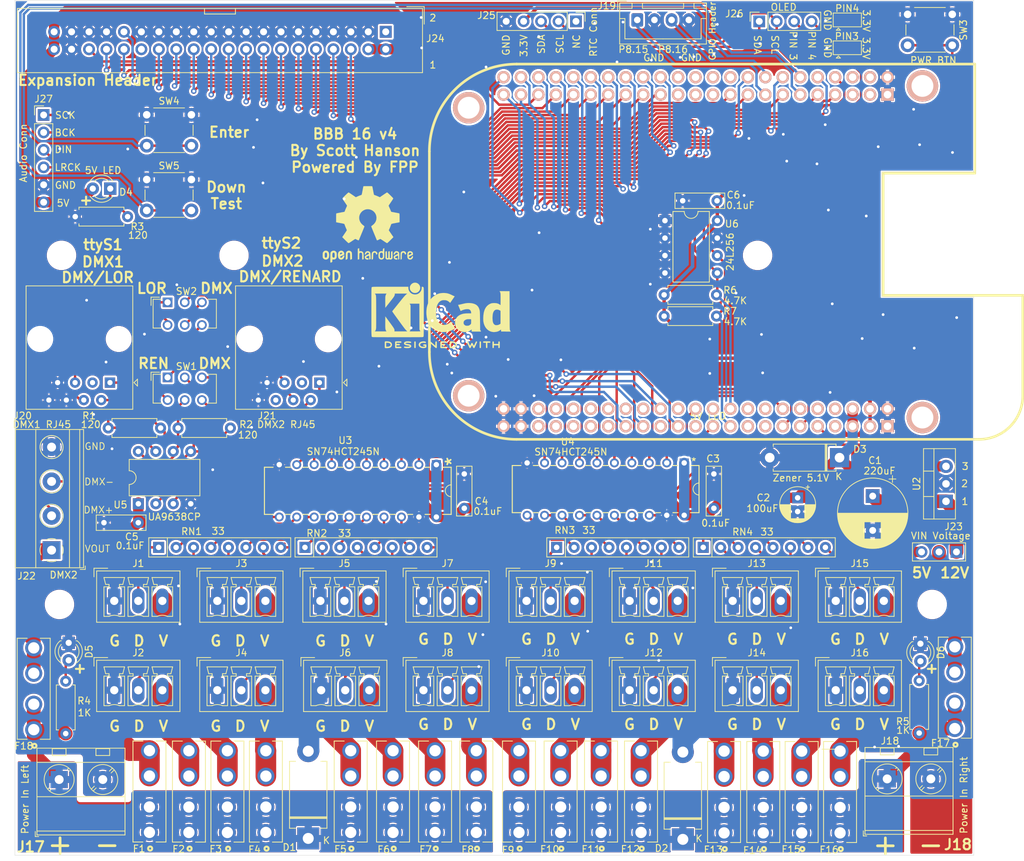
<source format=kicad_pcb>
(kicad_pcb (version 20171130) (host pcbnew "(5.1.10)-1")
  (title_block (title "BBB 16") (date 2021-07-14) (rev v4) (company "Scott Hanson"))
  (layers (0 F.Cu signal) (31 B.Cu signal) (34 B.Paste user) (35 F.Paste user) (36 B.SilkS user) (37 F.SilkS user) (38 B.Mask user) (39 F.Mask user) (44 Edge.Cuts user))
  (net 0 "")
  (net 1 GND)
  (net 2 +5V)
  (net 3 /VIN)
  (net 4 "Net-(RN1-Pad4)")
  (net 5 "Net-(RN1-Pad2)")
  (net 6 "Net-(RN2-Pad3)")
  (net 7 "Net-(RN2-Pad1)")
  (net 8 "Net-(RN1-Pad8)")
  (net 9 "Net-(RN1-Pad6)")
  (net 10 "Net-(RN2-Pad7)")
  (net 11 "Net-(RN2-Pad5)")
  (net 12 V_DMX)
  (net 13 VIN1)
  (net 14 "/Output 1-8/VOUT1")
  (net 15 "/Output 1-8/VOUT2")
  (net 16 "/Output 1-8/VOUT3")
  (net 17 "/Output 1-8/VOUT4")
  (net 18 "/Output 1-8/VOUT5")
  (net 19 "/Output 1-8/VOUT6")
  (net 20 "/Output 1-8/VOUT7")
  (net 21 VIN2)
  (net 22 "/Output 1-8/VOUT8")
  (net 23 "/Output 9-16/VOUT9")
  (net 24 "/Output 9-16/VOUT10")
  (net 25 "/Output 9-16/VOUT11")
  (net 26 "/Output 9-16/VOUT12")
  (net 27 "/Output 9-16/VOUT13")
  (net 28 "/Output 9-16/VOUT14")
  (net 29 "/Output 9-16/VOUT15")
  (net 30 "/Output 9-16/VOUT16")
  (net 31 "/Output 1-8/DOUT1")
  (net 32 "/Output 1-8/DOUT2")
  (net 33 "/Output 1-8/DOUT3")
  (net 34 "/Output 1-8/DOUT4")
  (net 35 "/Output 1-8/DOUT5")
  (net 36 "/Output 1-8/DOUT6")
  (net 37 "/Output 1-8/DOUT7")
  (net 38 "/Output 1-8/DOUT8")
  (net 39 "/Output 9-16/DOUT9")
  (net 40 "/Output 9-16/DOUT10")
  (net 41 "/Output 9-16/DOUT11")
  (net 42 "/Output 9-16/DOUT12")
  (net 43 "/Output 9-16/DOUT13")
  (net 44 "/Output 9-16/DOUT14")
  (net 45 "/Output 9-16/DOUT15")
  (net 46 "/Output 9-16/DOUT16")
  (net 47 /Serial/9V)
  (net 48 "Net-(RN3-Pad8)")
  (net 49 "Net-(RN3-Pad6)")
  (net 50 "Net-(RN3-Pad4)")
  (net 51 "Net-(RN3-Pad2)")
  (net 52 "Net-(RN4-Pad7)")
  (net 53 "Net-(RN4-Pad5)")
  (net 54 "Net-(RN4-Pad3)")
  (net 55 "Net-(RN4-Pad1)")
  (net 56 DATA14)
  (net 57 DATA12)
  (net 58 DATA15)
  (net 59 DATA13)
  (net 60 DATA11)
  (net 61 DATA10)
  (net 62 DATA9)
  (net 63 DATA1)
  (net 64 DATA2)
  (net 65 DATA3)
  (net 66 DATA4)
  (net 67 DATA5)
  (net 68 DATA6)
  (net 69 DATA7)
  (net 70 DATA8)
  (net 71 DATA16)
  (net 72 /Serial/DMX1-)
  (net 73 /Serial/DMX1+)
  (net 74 /Serial/DMX2-)
  (net 75 /Serial/DMX2+)
  (net 76 TXD1)
  (net 77 TXD2)
  (net 78 +3V3)
  (net 79 I2C_SDA)
  (net 80 I2C_SCL)
  (net 81 OUT32)
  (net 82 OUT24)
  (net 83 OUT31)
  (net 84 OUT23)
  (net 85 OUT30)
  (net 86 OUT22)
  (net 87 OUT21)
  (net 88 OUT20)
  (net 89 OUT27)
  (net 90 OUT19)
  (net 91 OUT26)
  (net 92 OUT18)
  (net 93 OUT25)
  (net 94 OUT17)
  (net 95 /12V)
  (net 96 "Net-(J24-Pad1)")
  (net 97 OUT29)
  (net 98 OUT28)
  (net 99 "Net-(J21-Pad3)")
  (net 100 "Net-(J25-Pad1)")
  (net 101 "Net-(J21-Pad6)")
  (net 102 "Net-(J24-Pad30)")
  (net 103 "Net-(D5-Pad2)")
  (net 104 "Net-(D4-Pad1)")
  (net 105 "Net-(D6-Pad2)")
  (net 106 GPIO2)
  (net 107 GPIO1)
  (net 108 "Net-(J20-Pad5)")
  (net 109 "Net-(J20-Pad4)")
  (net 110 "Net-(J20-Pad2)")
  (net 111 "Net-(J20-Pad1)")
  (net 112 "Net-(J21-Pad5)")
  (net 113 "Net-(J21-Pad4)")
  (net 114 "Net-(J21-Pad2)")
  (net 115 "Net-(J21-Pad1)")
  (net 116 BTN1)
  (net 117 BTN2)
  (net 118 PWR_BUT)
  (net 119 "Net-(U1-PadB26)")
  (net 120 "Net-(U1-PadB25)")
  (net 121 "Net-(U1-PadB24)")
  (net 122 "Net-(U1-PadB23)")
  (net 123 "Net-(U1-PadB22)")
  (net 124 "Net-(U1-PadB21)")
  (net 125 "Net-(U1-PadB20)")
  (net 126 "Net-(U1-PadC42)")
  (net 127 "Net-(U1-PadC41)")
  (net 128 "Net-(U1-PadC40)")
  (net 129 "Net-(U1-PadC39)")
  (net 130 "Net-(U1-PadC38)")
  (net 131 "Net-(U1-PadC37)")
  (net 132 "Net-(U1-PadC36)")
  (net 133 "Net-(U1-PadC35)")
  (net 134 "Net-(U1-PadC34)")
  (net 135 "Net-(U1-PadC33)")
  (net 136 "Net-(U1-PadC32)")
  (net 137 "Net-(U1-PadC30)")
  (net 138 "Net-(U1-PadC27)")
  (net 139 "Net-(U1-PadC26)")
  (net 140 "Net-(U1-PadC23)")
  (net 141 "Net-(U1-PadC16)")
  (net 142 "Net-(U1-PadC15)")
  (net 143 "Net-(U1-PadC12)")
  (net 144 "Net-(U1-PadC10)")
  (net 145 "Net-(U1-PadC8)")
  (net 146 "Net-(U1-PadC7)")
  (net 147 "Net-(U1-PadC22)")
  (net 148 /Pin4)
  (net 149 /Pin3)
  (net 150 LRCK)
  (net 151 DIN)
  (net 152 BCK)
  (net 153 SCK)
  (net 154 "Net-(U1-PadB6)")
  (net 155 "Net-(U1-PadB5)")
  (net 156 "Net-(U1-PadB4)")
  (net 157 "Net-(U1-PadB3)")
  (net 158 "Net-(U1-PadC18)")
  (net 159 "Net-(U1-PadC17)")
  (module "" (layer F.Cu) (at 97.0515 43.5735)
    (fp_text reference "" (at 78.827 45.8849) (layer F.SilkS) (effects (font (size 1.27 1.27))))
    (fp_text value "" (at 78.827 45.8849) (layer F.SilkS) (effects (font (size 1.27 1.27))))
    (fp_text user "5V LED" (at 78.4714 46.1389) (layer F.SilkS))
  )
  (module Connector_PinHeader_2.54mm:PinHeader_1x06_P2.54mm_Vertical (layer F.Cu) (at 78.827 45.8849)
    (fp_text reference J27 (at 0 -2.33) (layer F.SilkS))
    (fp_text value "Audio Conn" (at -2.9464 5.5499 90) (layer F.SilkS))
    (pad 6 thru_hole oval (at 0 12.7) (size 1.7 1.7) (drill 1) (layers *.Cu *.Mask) (net 2 +5V))
    (pad 5 thru_hole oval (at 0 10.16) (size 1.7 1.7) (drill 1) (layers *.Cu *.Mask) (net 1 GND))
    (pad 4 thru_hole oval (at 0 7.62) (size 1.7 1.7) (drill 1) (layers *.Cu *.Mask) (net 150 LRCK))
    (pad 3 thru_hole oval (at 0 5.08) (size 1.7 1.7) (drill 1) (layers *.Cu *.Mask) (net 151 DIN))
    (pad 2 thru_hole oval (at 0 2.54) (size 1.7 1.7) (drill 1) (layers *.Cu *.Mask) (net 152 BCK))
    (pad 1 thru_hole rect (at 0 0) (size 1.7 1.7) (drill 1) (layers *.Cu *.Mask) (net 153 SCK))
  )
  (module Jumper:SolderJumper-3_P1.3mm_Open_Pad1.0x1.5mm (layer F.Cu) (at 195.7813 36.1059)
    (fp_text reference PIN3 (at -0.0635 -1.6637) (layer F.SilkS))
    (fp_text value SolderJumper_3_Open)
    (pad 1 smd rect (at -1.3 0) (size 1 1.5) (layers F.Cu F.Mask) (net 1 GND))
    (pad 2 smd rect (at 0 0) (size 1 1.5) (layers F.Cu F.Mask) (net 149 /Pin3))
    (pad 3 smd rect (at 1.3 0) (size 1 1.5) (layers F.Cu F.Mask) (net 78 +3V3))
  )
  (module Jumper:SolderJumper-3_P1.3mm_Open_Pad1.0x1.5mm (layer F.Cu) (at 195.7813 32.0546)
    (fp_text reference PIN4 (at -0.0127 -1.6764) (layer F.SilkS))
    (fp_text value SolderJumper_3_Open)
    (pad 1 smd rect (at -1.3 0) (size 1 1.5) (layers F.Cu F.Mask) (net 1 GND))
    (pad 2 smd rect (at 0 0) (size 1 1.5) (layers F.Cu F.Mask) (net 148 /Pin4))
    (pad 3 smd rect (at 1.3 0) (size 1 1.5) (layers F.Cu F.Mask) (net 78 +3V3))
  )
  (module Button_Switch_THT:SW_PUSH_6mm (layer F.Cu) (at 93.82824 55.28036)
    (fp_text reference SW5 (at 3.25 -2) (layer F.SilkS))
    (fp_text value "Down BTN")
    (pad 1 thru_hole circle (at 6.5 0 90) (size 2 2) (drill 1.1) (layers *.Cu *.Mask) (net 1 GND))
    (pad 2 thru_hole circle (at 6.5 4.5 90) (size 2 2) (drill 1.1) (layers *.Cu *.Mask) (net 117 BTN2))
    (pad 1 thru_hole circle (at 0 0 90) (size 2 2) (drill 1.1) (layers *.Cu *.Mask) (net 1 GND))
    (pad 2 thru_hole circle (at 0 4.5 90) (size 2 2) (drill 1.1) (layers *.Cu *.Mask) (net 117 BTN2))
  )
  (module Button_Switch_THT:SW_PUSH_6mm (layer F.Cu) (at 93.82824 45.85696)
    (fp_text reference SW4 (at 3.25 -2) (layer F.SilkS))
    (fp_text value "Enter BTN")
    (pad 1 thru_hole circle (at 6.5 0 90) (size 2 2) (drill 1.1) (layers *.Cu *.Mask) (net 1 GND))
    (pad 2 thru_hole circle (at 6.5 4.5 90) (size 2 2) (drill 1.1) (layers *.Cu *.Mask) (net 116 BTN1))
    (pad 1 thru_hole circle (at 0 0 90) (size 2 2) (drill 1.1) (layers *.Cu *.Mask) (net 1 GND))
    (pad 2 thru_hole circle (at 0 4.5 90) (size 2 2) (drill 1.1) (layers *.Cu *.Mask) (net 116 BTN1))
  )
  (module Connector_JST:JST_XH_B4B-XH-A_1x04_P2.50mm_Vertical (layer F.Cu) (at 165.21302 32.05714)
    (fp_text reference J19 (at -4.4253 -2.05486) (layer F.SilkS))
    (fp_text value "GPIO Header" (at 10.94932 1.61798 90) (layer F.SilkS) (effects (font (size 0.9 0.9))))
    (pad 4 thru_hole oval (at 7.5 0) (size 1.7 1.95) (drill 0.95) (layers *.Cu *.Mask) (net 1 GND))
    (pad 3 thru_hole oval (at 5 0) (size 1.7 1.95) (drill 0.95) (layers *.Cu *.Mask) (net 106 GPIO2))
    (pad 2 thru_hole oval (at 2.5 0) (size 1.7 1.95) (drill 0.95) (layers *.Cu *.Mask) (net 1 GND))
    (pad 1 thru_hole roundrect (at 0 0) (size 1.7 1.95) (drill 0.95) (layers *.Cu *.Mask) (roundrect_rratio 0.147059) (net 107 GPIO1))
  )
  (module MountingHole:MountingHole_3.7mm (layer F.Cu) (at 182.7276 66.3186)
    (fp_text reference REF**)
    (fp_text value MountingHole_3.7mm)
    (pad "" np_thru_hole circle (at 0 0) (size 3.7 3.7) (drill 3.7) (layers *.Cu *.Mask))
  )
  (module MountingHole:MountingHole_3.7mm (layer F.Cu) (at 106.5276 66.3186)
    (fp_text reference REF**)
    (fp_text value MountingHole_3.7mm)
    (pad "" np_thru_hole circle (at 0 0) (size 3.7 3.7) (drill 3.7) (layers *.Cu *.Mask))
  )
  (module beagleboneblack:BEAGLEBONEBLACK (layer B.Cu) (at 178.141 65.7858)
    (fp_text reference U1 hide)
    (fp_text value BEAGLEBONEBLACK hide)
    (pad B46 thru_hole circle (at -32.385 -25.4) (size 1.8 1.8) (drill 1.1) (layers *.Cu *.Mask B.SilkS) (net 58 DATA15))
    (pad B45 thru_hole circle (at -32.385 -22.86) (size 1.8 1.8) (drill 1.1) (layers *.Cu *.Mask B.SilkS) (net 71 DATA16))
    (pad B44 thru_hole circle (at -29.845 -25.4) (size 1.8 1.8) (drill 1.1) (layers *.Cu *.Mask B.SilkS) (net 59 DATA13))
    (pad B43 thru_hole circle (at -29.845 -22.86) (size 1.8 1.8) (drill 1.1) (layers *.Cu *.Mask B.SilkS) (net 56 DATA14))
    (pad B42 thru_hole circle (at -27.305 -25.4) (size 1.8 1.8) (drill 1.1) (layers *.Cu *.Mask B.SilkS) (net 57 DATA12))
    (pad B41 thru_hole circle (at -27.305 -22.86) (size 1.8 1.8) (drill 1.1) (layers *.Cu *.Mask B.SilkS) (net 81 OUT32))
    (pad B40 thru_hole circle (at -24.765 -25.4) (size 1.8 1.8) (drill 1.1) (layers *.Cu *.Mask B.SilkS) (net 60 DATA11))
    (pad B39 thru_hole circle (at -24.765 -22.86) (size 1.8 1.8) (drill 1.1) (layers *.Cu *.Mask B.SilkS) (net 83 OUT31))
    (pad B38 thru_hole circle (at -22.225 -25.4) (size 1.8 1.8) (drill 1.1) (layers *.Cu *.Mask B.SilkS) (net 61 DATA10))
    (pad B37 thru_hole circle (at -22.225 -22.86) (size 1.8 1.8) (drill 1.1) (layers *.Cu *.Mask B.SilkS) (net 85 OUT30))
    (pad B36 thru_hole circle (at -19.685 -25.4) (size 1.8 1.8) (drill 1.1) (layers *.Cu *.Mask B.SilkS) (net 62 DATA9))
    (pad B35 thru_hole circle (at -19.685 -22.86) (size 1.8 1.8) (drill 1.1) (layers *.Cu *.Mask B.SilkS) (net 97 OUT29))
    (pad B34 thru_hole circle (at -17.145 -25.4) (size 1.8 1.8) (drill 1.1) (layers *.Cu *.Mask B.SilkS) (net 70 DATA8))
    (pad B33 thru_hole circle (at -17.145 -22.86) (size 1.8 1.8) (drill 1.1) (layers *.Cu *.Mask B.SilkS) (net 98 OUT28))
    (pad B32 thru_hole circle (at -14.605 -25.4) (size 1.8 1.8) (drill 1.1) (layers *.Cu *.Mask B.SilkS) (net 69 DATA7))
    (pad B31 thru_hole circle (at -14.605 -22.86) (size 1.8 1.8) (drill 1.1) (layers *.Cu *.Mask B.SilkS) (net 89 OUT27))
    (pad B30 thru_hole circle (at -12.065 -25.4) (size 1.8 1.8) (drill 1.1) (layers *.Cu *.Mask B.SilkS) (net 68 DATA6))
    (pad B29 thru_hole circle (at -12.065 -22.86) (size 1.8 1.8) (drill 1.1) (layers *.Cu *.Mask B.SilkS) (net 91 OUT26))
    (pad B28 thru_hole circle (at -9.525 -25.4) (size 1.8 1.8) (drill 1.1) (layers *.Cu *.Mask B.SilkS) (net 67 DATA5))
    (pad B27 thru_hole circle (at -9.525 -22.86) (size 1.8 1.8) (drill 1.1) (layers *.Cu *.Mask B.SilkS) (net 93 OUT25))
    (pad B26 thru_hole circle (at -6.985 -25.4) (size 1.8 1.8) (drill 1.1) (layers *.Cu *.Mask B.SilkS) (net 119 "Net-(U1-PadB26)"))
    (pad B25 thru_hole circle (at -6.985 -22.86) (size 1.8 1.8) (drill 1.1) (layers *.Cu *.Mask B.SilkS) (net 120 "Net-(U1-PadB25)"))
    (pad B24 thru_hole circle (at -4.445 -25.4) (size 1.8 1.8) (drill 1.1) (layers *.Cu *.Mask B.SilkS) (net 121 "Net-(U1-PadB24)"))
    (pad B23 thru_hole circle (at -4.445 -22.86) (size 1.8 1.8) (drill 1.1) (layers *.Cu *.Mask B.SilkS) (net 122 "Net-(U1-PadB23)"))
    (pad B22 thru_hole circle (at -1.905 -25.4) (size 1.8 1.8) (drill 1.1) (layers *.Cu *.Mask B.SilkS) (net 123 "Net-(U1-PadB22)"))
    (pad B21 thru_hole circle (at -1.905 -22.86) (size 1.8 1.8) (drill 1.1) (layers *.Cu *.Mask B.SilkS) (net 124 "Net-(U1-PadB21)"))
    (pad B20 thru_hole circle (at 0.635 -25.4) (size 1.8 1.8) (drill 1.1) (layers *.Cu *.Mask B.SilkS) (net 125 "Net-(U1-PadB20)"))
    (pad B19 thru_hole circle (at 0.635 -22.86) (size 1.8 1.8) (drill 1.1) (layers *.Cu *.Mask B.SilkS) (net 82 OUT24))
    (pad B18 thru_hole circle (at 3.175 -25.4) (size 1.8 1.8) (drill 1.1) (layers *.Cu *.Mask B.SilkS) (net 66 DATA4))
    (pad B17 thru_hole circle (at 3.175 -22.86) (size 1.8 1.8) (drill 1.1) (layers *.Cu *.Mask B.SilkS) (net 84 OUT23))
    (pad B16 thru_hole circle (at 5.715 -25.4) (size 1.8 1.8) (drill 1.1) (layers *.Cu *.Mask B.SilkS) (net 106 GPIO2))
    (pad B15 thru_hole circle (at 5.715 -22.86) (size 1.8 1.8) (drill 1.1) (layers *.Cu *.Mask B.SilkS) (net 107 GPIO1))
    (pad B14 thru_hole circle (at 8.255 -25.4) (size 1.8 1.8) (drill 1.1) (layers *.Cu *.Mask B.SilkS) (net 65 DATA3))
    (pad B13 thru_hole circle (at 8.255 -22.86) (size 1.8 1.8) (drill 1.1) (layers *.Cu *.Mask B.SilkS) (net 86 OUT22))
    (pad B12 thru_hole circle (at 10.795 -25.4) (size 1.8 1.8) (drill 1.1) (layers *.Cu *.Mask B.SilkS) (net 117 BTN2))
    (pad B11 thru_hole circle (at 10.795 -22.86) (size 1.8 1.8) (drill 1.1) (layers *.Cu *.Mask B.SilkS) (net 116 BTN1))
    (pad B10 thru_hole circle (at 13.335 -25.4) (size 1.8 1.8) (drill 1.1) (layers *.Cu *.Mask B.SilkS) (net 64 DATA2))
    (pad B9 thru_hole circle (at 13.335 -22.86) (size 1.8 1.8) (drill 1.1) (layers *.Cu *.Mask B.SilkS) (net 87 OUT21))
    (pad B8 thru_hole circle (at 15.875 -25.4) (size 1.8 1.8) (drill 1.1) (layers *.Cu *.Mask B.SilkS) (net 63 DATA1))
    (pad B7 thru_hole circle (at 15.875 -22.86) (size 1.8 1.8) (drill 1.1) (layers *.Cu *.Mask B.SilkS) (net 88 OUT20))
    (pad B6 thru_hole circle (at 18.415 -25.4) (size 1.8 1.8) (drill 1.1) (layers *.Cu *.Mask B.SilkS) (net 154 "Net-(U1-PadB6)"))
    (pad B5 thru_hole circle (at 18.415 -22.86) (size 1.8 1.8) (drill 1.1) (layers *.Cu *.Mask B.SilkS) (net 155 "Net-(U1-PadB5)"))
    (pad B4 thru_hole circle (at 20.955 -25.4) (size 1.8 1.8) (drill 1.1) (layers *.Cu *.Mask B.SilkS) (net 156 "Net-(U1-PadB4)"))
    (pad B3 thru_hole circle (at 20.955 -22.86) (size 1.8 1.8) (drill 1.1) (layers *.Cu *.Mask B.SilkS) (net 157 "Net-(U1-PadB3)"))
    (pad B2 thru_hole circle (at 23.495 -25.4) (size 1.8 1.8) (drill 1.1) (layers *.Cu *.Mask B.SilkS) (net 1 GND))
    (pad B1 thru_hole rect (at 23.495 -22.86) (size 1.8 1.8) (drill 1.1) (layers *.Cu *.Mask B.SilkS) (net 1 GND))
    (pad C46 thru_hole circle (at -32.385 22.86) (size 1.8 1.8) (drill 1.1) (layers *.Cu *.Mask B.SilkS) (net 1 GND))
    (pad C45 thru_hole circle (at -32.385 25.4) (size 1.8 1.8) (drill 1.1) (layers *.Cu *.Mask B.SilkS) (net 1 GND))
    (pad C44 thru_hole circle (at -29.845 22.86) (size 1.8 1.8) (drill 1.1) (layers *.Cu *.Mask B.SilkS) (net 1 GND))
    (pad C43 thru_hole circle (at -29.845 25.4) (size 1.8 1.8) (drill 1.1) (layers *.Cu *.Mask B.SilkS) (net 1 GND))
    (pad C42 thru_hole circle (at -27.305 22.86) (size 1.8 1.8) (drill 1.1) (layers *.Cu *.Mask B.SilkS) (net 126 "Net-(U1-PadC42)"))
    (pad C41 thru_hole circle (at -27.305 25.4) (size 1.8 1.8) (drill 1.1) (layers *.Cu *.Mask B.SilkS) (net 127 "Net-(U1-PadC41)"))
    (pad C40 thru_hole circle (at -24.765 22.86) (size 1.8 1.8) (drill 1.1) (layers *.Cu *.Mask B.SilkS) (net 128 "Net-(U1-PadC40)"))
    (pad C39 thru_hole circle (at -24.765 25.4) (size 1.8 1.8) (drill 1.1) (layers *.Cu *.Mask B.SilkS) (net 129 "Net-(U1-PadC39)"))
    (pad C38 thru_hole circle (at -22.225 22.86) (size 1.8 1.8) (drill 1.1) (layers *.Cu *.Mask B.SilkS) (net 130 "Net-(U1-PadC38)"))
    (pad C37 thru_hole circle (at -22.225 25.4) (size 1.8 1.8) (drill 1.1) (layers *.Cu *.Mask B.SilkS) (net 131 "Net-(U1-PadC37)"))
    (pad C36 thru_hole circle (at -19.685 22.86) (size 1.8 1.8) (drill 1.1) (layers *.Cu *.Mask B.SilkS) (net 132 "Net-(U1-PadC36)"))
    (pad C35 thru_hole circle (at -19.685 25.4) (size 1.8 1.8) (drill 1.1) (layers *.Cu *.Mask B.SilkS) (net 133 "Net-(U1-PadC35)"))
    (pad C34 thru_hole circle (at -17.145 22.86) (size 1.8 1.8) (drill 1.1) (layers *.Cu *.Mask B.SilkS) (net 134 "Net-(U1-PadC34)"))
    (pad C33 thru_hole circle (at -17.145 25.4) (size 1.8 1.8) (drill 1.1) (layers *.Cu *.Mask B.SilkS) (net 135 "Net-(U1-PadC33)"))
    (pad C32 thru_hole circle (at -14.605 22.86) (size 1.8 1.8) (drill 1.1) (layers *.Cu *.Mask B.SilkS) (net 136 "Net-(U1-PadC32)"))
    (pad C31 thru_hole circle (at -14.605 25.4) (size 1.8 1.8) (drill 1.1) (layers *.Cu *.Mask B.SilkS) (net 152 BCK))
    (pad C30 thru_hole circle (at -12.065 22.86) (size 1.8 1.8) (drill 1.1) (layers *.Cu *.Mask B.SilkS) (net 137 "Net-(U1-PadC30)"))
    (pad C29 thru_hole circle (at -12.065 25.4) (size 1.8 1.8) (drill 1.1) (layers *.Cu *.Mask B.SilkS) (net 150 LRCK))
    (pad C28 thru_hole circle (at -9.525 22.86) (size 1.8 1.8) (drill 1.1) (layers *.Cu *.Mask B.SilkS) (net 151 DIN))
    (pad C27 thru_hole circle (at -9.525 25.4) (size 1.8 1.8) (drill 1.1) (layers *.Cu *.Mask B.SilkS) (net 138 "Net-(U1-PadC27)"))
    (pad C26 thru_hole circle (at -6.985 22.86) (size 1.8 1.8) (drill 1.1) (layers *.Cu *.Mask B.SilkS) (net 139 "Net-(U1-PadC26)"))
    (pad C25 thru_hole circle (at -6.985 25.4) (size 1.8 1.8) (drill 1.1) (layers *.Cu *.Mask B.SilkS) (net 153 SCK))
    (pad C24 thru_hole circle (at -4.445 22.86) (size 1.8 1.8) (drill 1.1) (layers *.Cu *.Mask B.SilkS) (net 76 TXD1))
    (pad C23 thru_hole circle (at -4.445 25.4) (size 1.8 1.8) (drill 1.1) (layers *.Cu *.Mask B.SilkS) (net 140 "Net-(U1-PadC23)"))
    (pad C22 thru_hole circle (at -1.905 22.86) (size 1.8 1.8) (drill 1.1) (layers *.Cu *.Mask B.SilkS) (net 147 "Net-(U1-PadC22)"))
    (pad C21 thru_hole circle (at -1.905 25.4) (size 1.8 1.8) (drill 1.1) (layers *.Cu *.Mask B.SilkS) (net 77 TXD2))
    (pad C20 thru_hole circle (at 0.635 22.86) (size 1.8 1.8) (drill 1.1) (layers *.Cu *.Mask B.SilkS) (net 79 I2C_SDA))
    (pad C19 thru_hole circle (at 0.635 25.4) (size 1.8 1.8) (drill 1.1) (layers *.Cu *.Mask B.SilkS) (net 80 I2C_SCL))
    (pad C18 thru_hole circle (at 3.175 22.86) (size 1.8 1.8) (drill 1.1) (layers *.Cu *.Mask B.SilkS) (net 158 "Net-(U1-PadC18)"))
    (pad C17 thru_hole circle (at 3.175 25.4) (size 1.8 1.8) (drill 1.1) (layers *.Cu *.Mask B.SilkS) (net 159 "Net-(U1-PadC17)"))
    (pad C16 thru_hole circle (at 5.715 22.86) (size 1.8 1.8) (drill 1.1) (layers *.Cu *.Mask B.SilkS) (net 141 "Net-(U1-PadC16)"))
    (pad C15 thru_hole circle (at 5.715 25.4) (size 1.8 1.8) (drill 1.1) (layers *.Cu *.Mask B.SilkS) (net 142 "Net-(U1-PadC15)"))
    (pad C14 thru_hole circle (at 8.255 22.86) (size 1.8 1.8) (drill 1.1) (layers *.Cu *.Mask B.SilkS) (net 90 OUT19))
    (pad C13 thru_hole circle (at 8.255 25.4) (size 1.8 1.8) (drill 1.1) (layers *.Cu *.Mask B.SilkS) (net 94 OUT17))
    (pad C12 thru_hole circle (at 10.795 22.86) (size 1.8 1.8) (drill 1.1) (layers *.Cu *.Mask B.SilkS) (net 143 "Net-(U1-PadC12)"))
    (pad C11 thru_hole circle (at 10.795 25.4) (size 1.8 1.8) (drill 1.1) (layers *.Cu *.Mask B.SilkS) (net 92 OUT18))
    (pad C10 thru_hole circle (at 13.335 22.86) (size 1.8 1.8) (drill 1.1) (layers *.Cu *.Mask B.SilkS) (net 144 "Net-(U1-PadC10)"))
    (pad C9 thru_hole circle (at 13.335 25.4) (size 1.8 1.8) (drill 1.1) (layers *.Cu *.Mask B.SilkS) (net 118 PWR_BUT))
    (pad C8 thru_hole circle (at 15.875 22.86) (size 1.8 1.8) (drill 1.1) (layers *.Cu *.Mask B.SilkS) (net 145 "Net-(U1-PadC8)"))
    (pad C7 thru_hole circle (at 15.875 25.4) (size 1.8 1.8) (drill 1.1) (layers *.Cu *.Mask B.SilkS) (net 146 "Net-(U1-PadC7)"))
    (pad C6 thru_hole circle (at 18.415 22.86) (size 1.8 1.8) (drill 1.1) (layers *.Cu *.Mask B.SilkS) (net 2 +5V))
    (pad C5 thru_hole circle (at 18.415 25.4) (size 1.8 1.8) (drill 1.1) (layers *.Cu *.Mask B.SilkS) (net 2 +5V))
    (pad C4 thru_hole circle (at 20.955 22.86) (size 1.8 1.8) (drill 1.1) (layers *.Cu *.Mask B.SilkS) (net 78 +3V3))
    (pad C3 thru_hole circle (at 20.955 25.4) (size 1.8 1.8) (drill 1.1) (layers *.Cu *.Mask B.SilkS) (net 78 +3V3))
    (pad C2 thru_hole circle (at 23.495 22.86) (size 1.8 1.8) (drill 1.1) (layers *.Cu *.Mask B.SilkS) (net 1 GND))
    (pad C1 thru_hole rect (at 23.495 25.4) (size 1.8 1.8) (drill 1.1) (layers *.Cu *.Mask B.SilkS) (net 1 GND))
    (pad M4 thru_hole circle (at -37.465 -20.955) (size 4.572 4.572) (drill 3.175) (layers *.Cu *.Mask B.SilkS))
    (pad M3 thru_hole circle (at 28.575 -24.13) (size 4.572 4.572) (drill 3.175) (layers *.Cu *.Mask B.SilkS))
    (pad M2 thru_hole circle (at 28.575 24.13) (size 4.572 4.572) (drill 3.175) (layers *.Cu *.Mask B.SilkS))
    (pad M1 thru_hole circle (at -37.465 20.955) (size 4.572 4.572) (drill 3.175) (layers *.Cu *.Mask B.SilkS))
  )
  (module Connector_IDC:IDC-Header_2x20_P2.54mm_Vertical (layer F.Cu) (at 128.611 33.7818 270)
    (fp_text reference J24 (at 0.9816 -7.2182 180) (layer F.SilkS))
    (fp_text value "Expansion Header" (at 7.05866 43.3705 180) (layer F.SilkS) (effects (font (size 1.5 1.5) (thickness 0.3))))
    (pad 40 thru_hole oval (at 2.54 48.26 270) (size 1.7272 1.7272) (drill 1.016) (layers *.Cu *.Mask) (net 2 +5V))
    (pad 39 thru_hole oval (at 0 48.26 270) (size 1.7272 1.7272) (drill 1.016) (layers *.Cu *.Mask) (net 2 +5V))
    (pad 38 thru_hole oval (at 2.54 45.72 270) (size 1.7272 1.7272) (drill 1.016) (layers *.Cu *.Mask) (net 1 GND))
    (pad 37 thru_hole oval (at 0 45.72 270) (size 1.7272 1.7272) (drill 1.016) (layers *.Cu *.Mask) (net 1 GND))
    (pad 36 thru_hole oval (at 2.54 43.18 270) (size 1.7272 1.7272) (drill 1.016) (layers *.Cu *.Mask) (net 81 OUT32))
    (pad 35 thru_hole oval (at 0 43.18 270) (size 1.7272 1.7272) (drill 1.016) (layers *.Cu *.Mask) (net 1 GND))
    (pad 34 thru_hole oval (at 2.54 40.64 270) (size 1.7272 1.7272) (drill 1.016) (layers *.Cu *.Mask) (net 83 OUT31))
    (pad 33 thru_hole oval (at 0 40.64 270) (size 1.7272 1.7272) (drill 1.016) (layers *.Cu *.Mask) (net 1 GND))
    (pad 32 thru_hole oval (at 2.54 38.1 270) (size 1.7272 1.7272) (drill 1.016) (layers *.Cu *.Mask) (net 85 OUT30))
    (pad 31 thru_hole oval (at 0 38.1 270) (size 1.7272 1.7272) (drill 1.016) (layers *.Cu *.Mask) (net 97 OUT29))
    (pad 30 thru_hole oval (at 2.54 35.56 270) (size 1.7272 1.7272) (drill 1.016) (layers *.Cu *.Mask) (net 102 "Net-(J24-Pad30)"))
    (pad 29 thru_hole oval (at 0 35.56 270) (size 1.7272 1.7272) (drill 1.016) (layers *.Cu *.Mask) (net 1 GND))
    (pad 28 thru_hole oval (at 2.54 33.02 270) (size 1.7272 1.7272) (drill 1.016) (layers *.Cu *.Mask) (net 98 OUT28))
    (pad 27 thru_hole oval (at 0 33.02 270) (size 1.7272 1.7272) (drill 1.016) (layers *.Cu *.Mask) (net 1 GND))
    (pad 26 thru_hole oval (at 2.54 30.48 270) (size 1.7272 1.7272) (drill 1.016) (layers *.Cu *.Mask) (net 89 OUT27))
    (pad 25 thru_hole oval (at 0 30.48 270) (size 1.7272 1.7272) (drill 1.016) (layers *.Cu *.Mask) (net 1 GND))
    (pad 24 thru_hole oval (at 2.54 27.94 270) (size 1.7272 1.7272) (drill 1.016) (layers *.Cu *.Mask) (net 91 OUT26))
    (pad 23 thru_hole oval (at 0 27.94 270) (size 1.7272 1.7272) (drill 1.016) (layers *.Cu *.Mask) (net 1 GND))
    (pad 22 thru_hole oval (at 2.54 25.4 270) (size 1.7272 1.7272) (drill 1.016) (layers *.Cu *.Mask) (net 93 OUT25))
    (pad 21 thru_hole oval (at 0 25.4 270) (size 1.7272 1.7272) (drill 1.016) (layers *.Cu *.Mask) (net 1 GND))
    (pad 20 thru_hole oval (at 2.54 22.86 270) (size 1.7272 1.7272) (drill 1.016) (layers *.Cu *.Mask) (net 82 OUT24))
    (pad 19 thru_hole oval (at 0 22.86 270) (size 1.7272 1.7272) (drill 1.016) (layers *.Cu *.Mask) (net 1 GND))
    (pad 18 thru_hole oval (at 2.54 20.32 270) (size 1.7272 1.7272) (drill 1.016) (layers *.Cu *.Mask) (net 84 OUT23))
    (pad 17 thru_hole oval (at 0 20.32 270) (size 1.7272 1.7272) (drill 1.016) (layers *.Cu *.Mask) (net 1 GND))
    (pad 16 thru_hole oval (at 2.54 17.78 270) (size 1.7272 1.7272) (drill 1.016) (layers *.Cu *.Mask) (net 86 OUT22))
    (pad 15 thru_hole oval (at 0 17.78 270) (size 1.7272 1.7272) (drill 1.016) (layers *.Cu *.Mask) (net 1 GND))
    (pad 14 thru_hole oval (at 2.54 15.24 270) (size 1.7272 1.7272) (drill 1.016) (layers *.Cu *.Mask) (net 87 OUT21))
    (pad 13 thru_hole oval (at 0 15.24 270) (size 1.7272 1.7272) (drill 1.016) (layers *.Cu *.Mask) (net 1 GND))
    (pad 12 thru_hole oval (at 2.54 12.7 270) (size 1.7272 1.7272) (drill 1.016) (layers *.Cu *.Mask) (net 88 OUT20))
    (pad 11 thru_hole oval (at 0 12.7 270) (size 1.7272 1.7272) (drill 1.016) (layers *.Cu *.Mask) (net 1 GND))
    (pad 10 thru_hole oval (at 2.54 10.16 270) (size 1.7272 1.7272) (drill 1.016) (layers *.Cu *.Mask) (net 90 OUT19))
    (pad 9 thru_hole oval (at 0 10.16 270) (size 1.7272 1.7272) (drill 1.016) (layers *.Cu *.Mask) (net 1 GND))
    (pad 8 thru_hole oval (at 2.54 7.62 270) (size 1.7272 1.7272) (drill 1.016) (layers *.Cu *.Mask) (net 92 OUT18))
    (pad 7 thru_hole oval (at 0 7.62 270) (size 1.7272 1.7272) (drill 1.016) (layers *.Cu *.Mask) (net 1 GND))
    (pad 6 thru_hole oval (at 2.54 5.08 270) (size 1.7272 1.7272) (drill 1.016) (layers *.Cu *.Mask) (net 94 OUT17))
    (pad 5 thru_hole oval (at 0 5.08 270) (size 1.7272 1.7272) (drill 1.016) (layers *.Cu *.Mask) (net 1 GND))
    (pad 4 thru_hole oval (at 2.54 2.54 270) (size 1.7272 1.7272) (drill 1.016) (layers *.Cu *.Mask) (net 2 +5V))
    (pad 3 thru_hole oval (at 0 2.54 270) (size 1.7272 1.7272) (drill 1.016) (layers *.Cu *.Mask) (net 1 GND))
    (pad 2 thru_hole oval (at 2.54 0 270) (size 1.7272 1.7272) (drill 1.016) (layers *.Cu *.Mask) (net 2 +5V))
    (pad 1 thru_hole rect (at 0 0 270) (size 1.7272 1.7272) (drill 1.016) (layers *.Cu *.Mask) (net 96 "Net-(J24-Pad1)"))
  )
  (module Symbol:OSHW-Logo2_14.6x12mm_SilkScreen (layer F.Cu) (at 126.00496 61.79292)
    (fp_text reference REF** hide)
    (fp_text value OSHW-Logo2_14.6x12mm_SilkScreen hide)
  )
  (module Symbol:KiCad-Logo2_8mm_SilkScreen (layer F.Cu) (at 136.65264 74.22876)
    (fp_text reference REF** hide)
    (fp_text value KiCad-Logo2_8mm_SilkScreen hide)
  )
  (module Button_Switch_THT:SW_CuK_JS202011CQN_DPDT_Straight (layer F.Cu) (at 96.861 73.1518)
    (fp_text reference SW2 (at 2.75 -1.6) (layer F.SilkS))
    (fp_text value DMX_LOR_Select)
    (pad 6 thru_hole circle (at 5 3.3) (size 1.4 1.4) (drill 0.9) (layers *.Cu *.Mask) (net 110 "Net-(J20-Pad2)"))
    (pad 5 thru_hole circle (at 2.5 3.3) (size 1.4 1.4) (drill 0.9) (layers *.Cu *.Mask) (net 72 /Serial/DMX1-))
    (pad 4 thru_hole circle (at 0 3.3) (size 1.4 1.4) (drill 0.9) (layers *.Cu *.Mask) (net 108 "Net-(J20-Pad5)"))
    (pad 3 thru_hole circle (at 5 0) (size 1.4 1.4) (drill 0.9) (layers *.Cu *.Mask) (net 111 "Net-(J20-Pad1)"))
    (pad 2 thru_hole circle (at 2.5 0) (size 1.4 1.4) (drill 0.9) (layers *.Cu *.Mask) (net 73 /Serial/DMX1+))
    (pad 1 thru_hole rect (at 0 0) (size 1.4 1.4) (drill 0.9) (layers *.Cu *.Mask) (net 109 "Net-(J20-Pad4)"))
  )
  (module Connector_PinSocket_2.54mm:PinSocket_1x04_P2.54mm_Vertical (layer F.Cu) (at 182.967 32.2578 90)
    (fp_text reference J26 (at 1.1056 -3.626 180) (layer F.SilkS))
    (fp_text value OLED (at 2.0574 3.556 180) (layer F.SilkS))
    (pad 4 thru_hole oval (at 0 7.62 90) (size 1.7 1.7) (drill 1) (layers *.Cu *.Mask) (net 148 /Pin4))
    (pad 3 thru_hole oval (at 0 5.08 90) (size 1.7 1.7) (drill 1) (layers *.Cu *.Mask) (net 149 /Pin3))
    (pad 2 thru_hole oval (at 0 2.54 90) (size 1.7 1.7) (drill 1) (layers *.Cu *.Mask) (net 80 I2C_SCL))
    (pad 1 thru_hole rect (at 0 0 90) (size 1.7 1.7) (drill 1) (layers *.Cu *.Mask) (net 79 I2C_SDA))
  )
  (module Button_Switch_THT:SW_CuK_JS202011CQN_DPDT_Straight (layer F.Cu) (at 96.861 84.0738)
    (fp_text reference SW1 (at 2.75 -1.6) (layer F.SilkS))
    (fp_text value DMX_Renard_Select)
    (pad 6 thru_hole circle (at 5 3.3) (size 1.4 1.4) (drill 0.9) (layers *.Cu *.Mask) (net 115 "Net-(J21-Pad1)"))
    (pad 5 thru_hole circle (at 2.5 3.3) (size 1.4 1.4) (drill 0.9) (layers *.Cu *.Mask) (net 75 /Serial/DMX2+))
    (pad 4 thru_hole circle (at 0 3.3) (size 1.4 1.4) (drill 0.9) (layers *.Cu *.Mask) (net 112 "Net-(J21-Pad5)"))
    (pad 3 thru_hole circle (at 5 0) (size 1.4 1.4) (drill 0.9) (layers *.Cu *.Mask) (net 114 "Net-(J21-Pad2)"))
    (pad 2 thru_hole circle (at 2.5 0) (size 1.4 1.4) (drill 0.9) (layers *.Cu *.Mask) (net 74 /Serial/DMX2-))
    (pad 1 thru_hole rect (at 0 0) (size 1.4 1.4) (drill 0.9) (layers *.Cu *.Mask) (net 113 "Net-(J21-Pad4)"))
  )
  (module Connector_RJ:RJ45_Amphenol_54602-x08_Horizontal (layer F.Cu) (at 88.479 84.8358 180)
    (fp_text reference J20 (at 12.7 -4.826) (layer F.SilkS))
    (fp_text value "DMX1 RJ45" (at 9.906 -6.096) (layer F.SilkS))
    (pad 8 thru_hole circle (at 8.89 -2.54 180) (size 1.5 1.5) (drill 0.76) (layers *.Cu *.Mask) (net 1 GND))
    (pad 7 thru_hole circle (at 7.62 0 180) (size 1.5 1.5) (drill 0.76) (layers *.Cu *.Mask) (net 1 GND))
    (pad 6 thru_hole circle (at 6.35 -2.54 180) (size 1.5 1.5) (drill 0.76) (layers *.Cu *.Mask) (net 1 GND))
    (pad 5 thru_hole circle (at 5.08 0 180) (size 1.5 1.5) (drill 0.76) (layers *.Cu *.Mask) (net 108 "Net-(J20-Pad5)"))
    (pad 4 thru_hole circle (at 3.81 -2.54 180) (size 1.5 1.5) (drill 0.76) (layers *.Cu *.Mask) (net 109 "Net-(J20-Pad4)"))
    (pad 3 thru_hole circle (at 2.54 0 180) (size 1.5 1.5) (drill 0.76) (layers *.Cu *.Mask) (net 47 /Serial/9V))
    (pad 2 thru_hole circle (at 1.27 -2.54 180) (size 1.5 1.5) (drill 0.76) (layers *.Cu *.Mask) (net 110 "Net-(J20-Pad2)"))
    (pad 1 thru_hole rect (at 0 0 180) (size 1.5 1.5) (drill 0.76) (layers *.Cu *.Mask) (net 111 "Net-(J20-Pad1)"))
    (pad "" np_thru_hole circle (at -1.27 6.35 180) (size 3.2 3.2) (drill 3.2) (layers *.Cu *.Mask))
    (pad "" np_thru_hole circle (at 10.16 6.35 180) (size 3.2 3.2) (drill 3.2) (layers *.Cu *.Mask))
  )
  (module Package_DIP:DIP-8_W7.62mm (layer F.Cu) (at 169.24374 61.2605)
    (fp_text reference U6 (at 9.738 0.474) (layer F.SilkS))
    (fp_text value 24L256 (at 9.484 4.538 -90) (layer F.SilkS))
    (pad 8 thru_hole oval (at 7.62 0) (size 1.6 1.6) (drill 0.8) (layers *.Cu *.Mask) (net 78 +3V3))
    (pad 4 thru_hole oval (at 0 7.62) (size 1.6 1.6) (drill 0.8) (layers *.Cu *.Mask) (net 1 GND))
    (pad 7 thru_hole oval (at 7.62 2.54) (size 1.6 1.6) (drill 0.8) (layers *.Cu *.Mask) (net 1 GND))
    (pad 3 thru_hole oval (at 0 5.08) (size 1.6 1.6) (drill 0.8) (layers *.Cu *.Mask) (net 1 GND))
    (pad 6 thru_hole oval (at 7.62 5.08) (size 1.6 1.6) (drill 0.8) (layers *.Cu *.Mask) (net 80 I2C_SCL))
    (pad 2 thru_hole oval (at 0 2.54) (size 1.6 1.6) (drill 0.8) (layers *.Cu *.Mask) (net 1 GND))
    (pad 5 thru_hole oval (at 7.62 7.62) (size 1.6 1.6) (drill 0.8) (layers *.Cu *.Mask) (net 79 I2C_SDA))
    (pad 1 thru_hole rect (at 0 0) (size 1.6 1.6) (drill 0.8) (layers *.Cu *.Mask) (net 1 GND))
  )
  (module Button_Switch_THT:SW_PUSH_6mm (layer F.Cu) (at 204.557 31.2418)
    (fp_text reference SW3 (at 8.128 2.286 -90) (layer F.SilkS))
    (fp_text value "PWR BTN" (at 3.75 6.7) (layer F.SilkS))
    (pad 1 thru_hole circle (at 6.5 0 90) (size 2 2) (drill 1.1) (layers *.Cu *.Mask) (net 1 GND))
    (pad 2 thru_hole circle (at 6.5 4.5 90) (size 2 2) (drill 1.1) (layers *.Cu *.Mask) (net 118 PWR_BUT))
    (pad 1 thru_hole circle (at 0 0 90) (size 2 2) (drill 1.1) (layers *.Cu *.Mask) (net 1 GND))
    (pad 2 thru_hole circle (at 0 4.5 90) (size 2 2) (drill 1.1) (layers *.Cu *.Mask) (net 118 PWR_BUT))
  )
  (module Resistor_THT:R_Axial_DIN0207_L6.3mm_D2.5mm_P7.62mm_Horizontal (layer F.Cu) (at 83.4244 60.6804)
    (fp_text reference R3 (at 9.0424 1.4478) (layer F.SilkS))
    (fp_text value 120 (at 9.1313 2.7051) (layer F.SilkS))
    (pad 2 thru_hole oval (at 7.62 0) (size 1.6 1.6) (drill 0.8) (layers *.Cu *.Mask) (net 104 "Net-(D4-Pad1)"))
    (pad 1 thru_hole circle (at 0 0) (size 1.6 1.6) (drill 0.8) (layers *.Cu *.Mask) (net 1 GND))
  )
  (module Package_TO_SOT_THT:TO-220-3_Vertical (layer F.Cu) (at 210.145 102.1078 90)
    (fp_text reference U2 (at 2.54 -4.27 90) (layer F.SilkS))
    (fp_text value LM7805)
    (pad 3 thru_hole oval (at 5.08 0 90) (size 1.905 2) (drill 1.1) (layers *.Cu *.Mask) (net 2 +5V))
    (pad 2 thru_hole oval (at 2.54 0 90) (size 1.905 2) (drill 1.1) (layers *.Cu *.Mask) (net 1 GND))
    (pad 1 thru_hole rect (at 0 0 90) (size 1.905 2) (drill 1.1) (layers *.Cu *.Mask) (net 95 /12V))
  )
  (module LED_THT:LED_D3.0mm_Clear (layer F.Cu) (at 206.4222 122.831 270)
    (fp_text reference D6 (at 1.27 -2.96 90) (layer F.SilkS))
    (fp_text value "VIN2 LED")
    (pad 2 thru_hole circle (at 2.54 0 270) (size 1.8 1.8) (drill 0.9) (layers *.Cu *.Mask) (net 105 "Net-(D6-Pad2)"))
    (pad 1 thru_hole rect (at 0 0 270) (size 1.8 1.8) (drill 0.9) (layers *.Cu *.Mask) (net 1 GND))
  )
  (module LED_THT:LED_D3.0mm_Clear (layer F.Cu) (at 82.4702 122.704 270)
    (fp_text reference D5 (at 1.27 -2.96 90) (layer F.SilkS))
    (fp_text value "VIN1 LED")
    (pad 2 thru_hole circle (at 2.54 0 270) (size 1.8 1.8) (drill 0.9) (layers *.Cu *.Mask) (net 103 "Net-(D5-Pad2)"))
    (pad 1 thru_hole rect (at 0 0 270) (size 1.8 1.8) (drill 0.9) (layers *.Cu *.Mask) (net 1 GND))
  )
  (module LED_THT:LED_D3.0mm_Clear (layer F.Cu) (at 88.5171 56.6037 180)
    (fp_text reference D4 (at -2.286 -0.508) (layer F.SilkS))
    (fp_text value "5V LED" (at 1.0414 2.6543 180) (layer F.SilkS))
    (pad 1 thru_hole rect (at 0 0 180) (size 1.8 1.8) (drill 0.9) (layers *.Cu *.Mask) (net 104 "Net-(D4-Pad1)"))
    (pad 2 thru_hole circle (at 2.54 0 180) (size 1.8 1.8) (drill 0.9) (layers *.Cu *.Mask) (net 2 +5V))
  )
  (module Resistor_THT:R_Axial_DIN0207_L6.3mm_D2.5mm_P7.62mm_Horizontal (layer F.Cu) (at 176.74374 75.1605 180)
    (fp_text reference R7 (at -1.984 0.726) (layer F.SilkS))
    (fp_text value 4.7K (at -2.746 -0.798) (layer F.SilkS))
    (pad 2 thru_hole oval (at 7.62 0 180) (size 1.6 1.6) (drill 0.8) (layers *.Cu *.Mask) (net 78 +3V3))
    (pad 1 thru_hole circle (at 0 0 180) (size 1.6 1.6) (drill 0.8) (layers *.Cu *.Mask) (net 80 I2C_SCL))
  )
  (module Resistor_THT:R_Axial_DIN0207_L6.3mm_D2.5mm_P7.62mm_Horizontal (layer F.Cu) (at 176.74374 72.0605 180)
    (fp_text reference R6 (at -1.984 0.674) (layer F.SilkS))
    (fp_text value 4.7K (at -2.746 -0.85) (layer F.SilkS))
    (pad 2 thru_hole oval (at 7.62 0 180) (size 1.6 1.6) (drill 0.8) (layers *.Cu *.Mask) (net 78 +3V3))
    (pad 1 thru_hole circle (at 0 0 180) (size 1.6 1.6) (drill 0.8) (layers *.Cu *.Mask) (net 79 I2C_SDA))
  )
  (module Capacitor_THT:C_Rect_L7.0mm_W2.0mm_P5.00mm (layer F.Cu) (at 176.82528 58.369 180)
    (fp_text reference C6 (at -2.392 0.844) (layer F.SilkS))
    (fp_text value 0.1uF (at -3.408 -0.68) (layer F.SilkS))
    (pad 2 thru_hole circle (at 5 0 180) (size 1.6 1.6) (drill 0.8) (layers *.Cu *.Mask) (net 1 GND))
    (pad 1 thru_hole circle (at 0 0 180) (size 1.6 1.6) (drill 0.8) (layers *.Cu *.Mask) (net 78 +3V3))
  )
  (module Resistor_THT:R_Axial_DIN0207_L6.3mm_D2.5mm_P7.62mm_Horizontal (layer F.Cu) (at 95.845 91.4398 180)
    (fp_text reference R1 (at 10.414 1.778) (layer F.SilkS))
    (fp_text value 120 (at 10.16 0.508) (layer F.SilkS))
    (pad 2 thru_hole oval (at 7.62 0 180) (size 1.6 1.6) (drill 0.8) (layers *.Cu *.Mask) (net 72 /Serial/DMX1-))
    (pad 1 thru_hole circle (at 0 0 180) (size 1.6 1.6) (drill 0.8) (layers *.Cu *.Mask) (net 73 /Serial/DMX1+))
  )
  (module Connector_PinHeader_2.54mm:PinHeader_1x03_P2.54mm_Vertical (layer F.Cu) (at 211.669 109.4738 270)
    (fp_text reference J23 (at -3.683 0.4064) (layer F.SilkS))
    (fp_text value "VIN Voltage" (at -2.3368 2.286) (layer F.SilkS))
    (pad 3 thru_hole oval (at 0 5.08 270) (size 1.7 1.7) (drill 1) (layers *.Cu *.Mask) (net 2 +5V))
    (pad 2 thru_hole oval (at 0 2.54 270) (size 1.7 1.7) (drill 1) (layers *.Cu *.Mask) (net 3 /VIN))
    (pad 1 thru_hole rect (at 0 0 270) (size 1.7 1.7) (drill 1) (layers *.Cu *.Mask) (net 95 /12V))
  )
  (module Keystone_Fuse:FUSE_3544-2 (layer F.Cu) (at 211.426 129.2318 90)
    (fp_text reference F17 (at -8.0772 -2.0828) (layer F.SilkS))
    (fp_text value 3544-2)
    (pad 2_2 thru_hole circle (at 5.95 0 90) (size 2.475 2.475) (drill 1.65) (layers *.Cu *.Mask) (net 3 /VIN))
    (pad 1_1 thru_hole circle (at -5.95 0 90) (size 2.475 2.475) (drill 1.65) (layers *.Cu *.Mask) (net 21 VIN2))
    (pad 2_1 thru_hole circle (at 2.25 0 90) (size 2.475 2.475) (drill 1.65) (layers *.Cu *.Mask) (net 3 /VIN))
    (pad 1_2 thru_hole circle (at -2.25 0 90) (size 2.475 2.475) (drill 1.65) (layers *.Cu *.Mask) (net 21 VIN2))
  )
  (module Resistor_THT:R_Axial_DIN0207_L6.3mm_D2.5mm_P7.62mm_Horizontal (layer F.Cu) (at 206.2444 128.2158 270)
    (fp_text reference R5 (at 5.9436 2.3876 180) (layer F.SilkS))
    (fp_text value 1K (at 7.2136 2.3368 180) (layer F.SilkS))
    (pad 2 thru_hole oval (at 7.62 0 270) (size 1.6 1.6) (drill 0.8) (layers *.Cu *.Mask) (net 21 VIN2))
    (pad 1 thru_hole circle (at 0 0 270) (size 1.6 1.6) (drill 0.8) (layers *.Cu *.Mask) (net 105 "Net-(D6-Pad2)"))
  )
  (module Resistor_THT:R_Axial_DIN0207_L6.3mm_D2.5mm_P7.62mm_Horizontal (layer F.Cu) (at 82.0384 128.292 270)
    (fp_text reference R4 (at 2.86 -2.68 180) (layer F.SilkS))
    (fp_text value 1K (at 4.59 -2.73 180) (layer F.SilkS))
    (pad 2 thru_hole oval (at 7.62 0 270) (size 1.6 1.6) (drill 0.8) (layers *.Cu *.Mask) (net 13 VIN1))
    (pad 1 thru_hole circle (at 0 0 270) (size 1.6 1.6) (drill 0.8) (layers *.Cu *.Mask) (net 103 "Net-(D5-Pad2)"))
  )
  (module Connector_RJ:RJ45_Amphenol_54602-x08_Horizontal (layer F.Cu) (at 118.959 84.8358 180)
    (fp_text reference J21 (at 7.62 -4.826 180) (layer F.SilkS))
    (fp_text value "DMX2 RJ45" (at 4.826 -6.096 180) (layer F.SilkS))
    (pad 8 thru_hole circle (at 8.89 -2.54 180) (size 1.5 1.5) (drill 0.76) (layers *.Cu *.Mask) (net 1 GND))
    (pad 7 thru_hole circle (at 7.62 0 180) (size 1.5 1.5) (drill 0.76) (layers *.Cu *.Mask) (net 1 GND))
    (pad 6 thru_hole circle (at 6.35 -2.54 180) (size 1.5 1.5) (drill 0.76) (layers *.Cu *.Mask) (net 101 "Net-(J21-Pad6)"))
    (pad 5 thru_hole circle (at 5.08 0 180) (size 1.5 1.5) (drill 0.76) (layers *.Cu *.Mask) (net 112 "Net-(J21-Pad5)"))
    (pad 4 thru_hole circle (at 3.81 -2.54 180) (size 1.5 1.5) (drill 0.76) (layers *.Cu *.Mask) (net 113 "Net-(J21-Pad4)"))
    (pad 3 thru_hole circle (at 2.54 0 180) (size 1.5 1.5) (drill 0.76) (layers *.Cu *.Mask) (net 99 "Net-(J21-Pad3)"))
    (pad 2 thru_hole circle (at 1.27 -2.54 180) (size 1.5 1.5) (drill 0.76) (layers *.Cu *.Mask) (net 114 "Net-(J21-Pad2)"))
    (pad 1 thru_hole rect (at 0 0 180) (size 1.5 1.5) (drill 0.76) (layers *.Cu *.Mask) (net 115 "Net-(J21-Pad1)"))
    (pad "" np_thru_hole circle (at -1.27 6.35 180) (size 3.302 3.302) (drill 3.302) (layers *.Cu *.Mask))
    (pad "" np_thru_hole circle (at 10.16 6.35 180) (size 3.302 3.302) (drill 3.302) (layers *.Cu *.Mask))
  )
  (module SN74HCT245N:SN74HCT245N (layer F.Cu) (at 149.185 104.1398 270)
    (fp_text reference U4 (at -10.696 -5.912 180) (layer F.SilkS))
    (fp_text value SN74HCT245N (at -9.2228 -6.3692 180) (layer F.SilkS))
    (fp_text user * (at -7.83 -24.25 180) (layer F.SilkS))
    (pad 1 thru_hole rect (at -7.62 -22.86 270) (size 1.2954 1.2954) (drill 0.7874) (layers *.Cu *.Mask) (net 2 +5V))
    (pad 2 thru_hole circle (at -7.62 -20.32 270) (size 1.2954 1.2954) (drill 0.7874) (layers *.Cu *.Mask) (net 71 DATA16))
    (pad 3 thru_hole circle (at -7.62 -17.78 270) (size 1.2954 1.2954) (drill 0.7874) (layers *.Cu *.Mask) (net 58 DATA15))
    (pad 4 thru_hole circle (at -7.62 -15.24 270) (size 1.2954 1.2954) (drill 0.7874) (layers *.Cu *.Mask) (net 56 DATA14))
    (pad 5 thru_hole circle (at -7.62 -12.7 270) (size 1.2954 1.2954) (drill 0.7874) (layers *.Cu *.Mask) (net 59 DATA13))
    (pad 6 thru_hole circle (at -7.62 -10.16 270) (size 1.2954 1.2954) (drill 0.7874) (layers *.Cu *.Mask) (net 57 DATA12))
    (pad 7 thru_hole circle (at -7.62 -7.62 270) (size 1.2954 1.2954) (drill 0.7874) (layers *.Cu *.Mask) (net 60 DATA11))
    (pad 8 thru_hole circle (at -7.62 -5.08 270) (size 1.2954 1.2954) (drill 0.7874) (layers *.Cu *.Mask) (net 61 DATA10))
    (pad 9 thru_hole circle (at -7.62 -2.54 270) (size 1.2954 1.2954) (drill 0.7874) (layers *.Cu *.Mask) (net 62 DATA9))
    (pad 10 thru_hole circle (at -7.62 0 270) (size 1.2954 1.2954) (drill 0.7874) (layers *.Cu *.Mask) (net 1 GND))
    (pad 11 thru_hole circle (at 0 0 270) (size 1.2954 1.2954) (drill 0.7874) (layers *.Cu *.Mask) (net 51 "Net-(RN3-Pad2)"))
    (pad 12 thru_hole circle (at 0 -2.54 270) (size 1.2954 1.2954) (drill 0.7874) (layers *.Cu *.Mask) (net 50 "Net-(RN3-Pad4)"))
    (pad 13 thru_hole circle (at 0 -5.08 270) (size 1.2954 1.2954) (drill 0.7874) (layers *.Cu *.Mask) (net 49 "Net-(RN3-Pad6)"))
    (pad 14 thru_hole circle (at 0 -7.62 270) (size 1.2954 1.2954) (drill 0.7874) (layers *.Cu *.Mask) (net 48 "Net-(RN3-Pad8)"))
    (pad 15 thru_hole circle (at 0 -10.16 270) (size 1.2954 1.2954) (drill 0.7874) (layers *.Cu *.Mask) (net 55 "Net-(RN4-Pad1)"))
    (pad 16 thru_hole circle (at 0 -12.7 270) (size 1.2954 1.2954) (drill 0.7874) (layers *.Cu *.Mask) (net 54 "Net-(RN4-Pad3)"))
    (pad 17 thru_hole circle (at 0 -15.24 270) (size 1.2954 1.2954) (drill 0.7874) (layers *.Cu *.Mask) (net 53 "Net-(RN4-Pad5)"))
    (pad 18 thru_hole circle (at 0 -17.78 270) (size 1.2954 1.2954) (drill 0.7874) (layers *.Cu *.Mask) (net 52 "Net-(RN4-Pad7)"))
    (pad 19 thru_hole circle (at 0 -20.32 270) (size 1.2954 1.2954) (drill 0.7874) (layers *.Cu *.Mask) (net 1 GND))
    (pad 20 thru_hole circle (at 0 -22.86 270) (size 1.2954 1.2954) (drill 0.7874) (layers *.Cu *.Mask) (net 2 +5V))
  )
  (module SN74HCT245N:SN74HCT245N (layer F.Cu) (at 113.117 104.3938 270)
    (fp_text reference U3 (at -11.1532 -9.616 180) (layer F.SilkS))
    (fp_text value SN74HCT245N (at -9.5276 -9.3112 180) (layer F.SilkS))
    (fp_text user * (at -8.08 -25.15 90) (layer F.SilkS) (effects (font (size 1.778 1.778) (thickness 0.25))))
    (pad 20 thru_hole circle (at 0 -22.86 270) (size 1.2954 1.2954) (drill 0.7874) (layers *.Cu *.Mask) (net 2 +5V))
    (pad 19 thru_hole circle (at 0 -20.32 270) (size 1.2954 1.2954) (drill 0.7874) (layers *.Cu *.Mask) (net 1 GND))
    (pad 18 thru_hole circle (at 0 -17.78 270) (size 1.2954 1.2954) (drill 0.7874) (layers *.Cu *.Mask) (net 10 "Net-(RN2-Pad7)"))
    (pad 17 thru_hole circle (at 0 -15.24 270) (size 1.2954 1.2954) (drill 0.7874) (layers *.Cu *.Mask) (net 11 "Net-(RN2-Pad5)"))
    (pad 16 thru_hole circle (at 0 -12.7 270) (size 1.2954 1.2954) (drill 0.7874) (layers *.Cu *.Mask) (net 6 "Net-(RN2-Pad3)"))
    (pad 15 thru_hole circle (at 0 -10.16 270) (size 1.2954 1.2954) (drill 0.7874) (layers *.Cu *.Mask) (net 7 "Net-(RN2-Pad1)"))
    (pad 14 thru_hole circle (at 0 -7.62 270) (size 1.2954 1.2954) (drill 0.7874) (layers *.Cu *.Mask) (net 8 "Net-(RN1-Pad8)"))
    (pad 13 thru_hole circle (at 0 -5.08 270) (size 1.2954 1.2954) (drill 0.7874) (layers *.Cu *.Mask) (net 9 "Net-(RN1-Pad6)"))
    (pad 12 thru_hole circle (at 0 -2.54 270) (size 1.2954 1.2954) (drill 0.7874) (layers *.Cu *.Mask) (net 4 "Net-(RN1-Pad4)"))
    (pad 11 thru_hole circle (at 0 0 270) (size 1.2954 1.2954) (drill 0.7874) (layers *.Cu *.Mask) (net 5 "Net-(RN1-Pad2)"))
    (pad 10 thru_hole circle (at -7.62 0 270) (size 1.2954 1.2954) (drill 0.7874) (layers *.Cu *.Mask) (net 1 GND))
    (pad 9 thru_hole circle (at -7.62 -2.54 270) (size 1.2954 1.2954) (drill 0.7874) (layers *.Cu *.Mask) (net 63 DATA1))
    (pad 8 thru_hole circle (at -7.62 -5.08 270) (size 1.2954 1.2954) (drill 0.7874) (layers *.Cu *.Mask) (net 64 DATA2))
    (pad 7 thru_hole circle (at -7.62 -7.62 270) (size 1.2954 1.2954) (drill 0.7874) (layers *.Cu *.Mask) (net 65 DATA3))
    (pad 6 thru_hole circle (at -7.62 -10.16 270) (size 1.2954 1.2954) (drill 0.7874) (layers *.Cu *.Mask) (net 66 DATA4))
    (pad 5 thru_hole circle (at -7.62 -12.7 270) (size 1.2954 1.2954) (drill 0.7874) (layers *.Cu *.Mask) (net 67 DATA5))
    (pad 4 thru_hole circle (at -7.62 -15.24 270) (size 1.2954 1.2954) (drill 0.7874) (layers *.Cu *.Mask) (net 68 DATA6))
    (pad 3 thru_hole circle (at -7.62 -17.78 270) (size 1.2954 1.2954) (drill 0.7874) (layers *.Cu *.Mask) (net 69 DATA7))
    (pad 2 thru_hole circle (at -7.62 -20.32 270) (size 1.2954 1.2954) (drill 0.7874) (layers *.Cu *.Mask) (net 70 DATA8))
    (pad 1 thru_hole rect (at -7.62 -22.86 270) (size 1.2954 1.2954) (drill 0.7874) (layers *.Cu *.Mask) (net 2 +5V))
  )
  (module Capacitor_THT:CP_Radial_D10.0mm_P5.00mm (layer F.Cu) (at 199.477 101.3458 270)
    (fp_text reference C1 (at -5.18414 -0.33528 180) (layer F.SilkS))
    (fp_text value 220uF (at -3.65506 -0.98552 180) (layer F.SilkS))
    (pad 2 thru_hole circle (at 5 0 270) (size 2 2) (drill 1) (layers *.Cu *.Mask) (net 1 GND))
    (pad 1 thru_hole rect (at 0 0 270) (size 2 2) (drill 1) (layers *.Cu *.Mask) (net 95 /12V))
  )
  (module Diode_THT:D_5W_P10.16mm_Horizontal (layer F.Cu) (at 194.651 95.7578 180)
    (fp_text reference D3 (at -2.96672 1.22936) (layer F.SilkS))
    (fp_text value "Zener 5.1V" (at 5.6227 -2.9464) (layer F.SilkS))
    (fp_text user K (at 0.1 -2.75) (layer F.SilkS))
    (pad 2 thru_hole oval (at 10.16 0 180) (size 2.8 2.8) (drill 1.4) (layers *.Cu *.Mask) (net 1 GND))
    (pad 1 thru_hole rect (at 0 0 180) (size 2.8 2.8) (drill 1.4) (layers *.Cu *.Mask) (net 2 +5V))
  )
  (module Connector_PinHeader_2.54mm:PinHeader_1x05_P2.54mm_Vertical (layer F.Cu) (at 156.297 32.2578 270)
    (fp_text reference J25 (at -0.85598 13.03274 180) (layer F.SilkS))
    (fp_text value "RTC Conn" (at 1.524 -2.54 90) (layer F.SilkS))
    (pad 5 thru_hole oval (at 0 10.16 270) (size 1.7 1.7) (drill 1) (layers *.Cu *.Mask) (net 1 GND))
    (pad 4 thru_hole oval (at 0 7.62 270) (size 1.7 1.7) (drill 1) (layers *.Cu *.Mask) (net 78 +3V3))
    (pad 3 thru_hole oval (at 0 5.08 270) (size 1.7 1.7) (drill 1) (layers *.Cu *.Mask) (net 79 I2C_SDA))
    (pad 2 thru_hole oval (at 0 2.54 270) (size 1.7 1.7) (drill 1) (layers *.Cu *.Mask) (net 80 I2C_SCL))
    (pad 1 thru_hole rect (at 0 0 270) (size 1.7 1.7) (drill 1) (layers *.Cu *.Mask) (net 100 "Net-(J25-Pad1)"))
  )
  (module Capacitor_THT:C_Rect_L7.0mm_W2.0mm_P5.00mm (layer F.Cu) (at 92.601 105.2178 180)
    (fp_text reference C5 (at 0.95 -2.05) (layer F.SilkS))
    (fp_text value 0.1uF (at 1.2 -3.35) (layer F.SilkS))
    (pad 2 thru_hole circle (at 5 0 180) (size 1.6 1.6) (drill 0.8) (layers *.Cu *.Mask) (net 1 GND))
    (pad 1 thru_hole circle (at 0 0 180) (size 1.6 1.6) (drill 0.8) (layers *.Cu *.Mask) (net 2 +5V))
  )
  (module Package_DIP:DIP-8_W7.62mm (layer F.Cu) (at 92.611 102.4678 90)
    (fp_text reference U5 (at -0.148 -2.608 180) (layer F.SilkS))
    (fp_text value UA9638CP (at -1.9 5.24 180) (layer F.SilkS))
    (pad 8 thru_hole oval (at 7.62 0 90) (size 1.6 1.6) (drill 0.8) (layers *.Cu *.Mask) (net 73 /Serial/DMX1+))
    (pad 4 thru_hole oval (at 0 7.62 90) (size 1.6 1.6) (drill 0.8) (layers *.Cu *.Mask) (net 1 GND))
    (pad 7 thru_hole oval (at 7.62 2.54 90) (size 1.6 1.6) (drill 0.8) (layers *.Cu *.Mask) (net 72 /Serial/DMX1-))
    (pad 3 thru_hole oval (at 0 5.08 90) (size 1.6 1.6) (drill 0.8) (layers *.Cu *.Mask) (net 77 TXD2))
    (pad 6 thru_hole oval (at 7.62 5.08 90) (size 1.6 1.6) (drill 0.8) (layers *.Cu *.Mask) (net 75 /Serial/DMX2+))
    (pad 2 thru_hole oval (at 0 2.54 90) (size 1.6 1.6) (drill 0.8) (layers *.Cu *.Mask) (net 76 TXD1))
    (pad 5 thru_hole oval (at 7.62 7.62 90) (size 1.6 1.6) (drill 0.8) (layers *.Cu *.Mask) (net 74 /Serial/DMX2-))
    (pad 1 thru_hole rect (at 0 0 90) (size 1.6 1.6) (drill 0.8) (layers *.Cu *.Mask) (net 2 +5V))
  )
  (module Resistor_THT:R_Axial_DIN0207_L6.3mm_D2.5mm_P7.62mm_Horizontal (layer F.Cu) (at 98.385 91.4398)
    (fp_text reference R2 (at 9.906 -0.508 180) (layer F.SilkS))
    (fp_text value 120 (at 10.16 1.016) (layer F.SilkS))
    (pad 2 thru_hole oval (at 7.62 0) (size 1.6 1.6) (drill 0.8) (layers *.Cu *.Mask) (net 74 /Serial/DMX2-))
    (pad 1 thru_hole circle (at 0 0) (size 1.6 1.6) (drill 0.8) (layers *.Cu *.Mask) (net 75 /Serial/DMX2+))
  )
  (module MountingHole:MountingHole_3.7mm (layer F.Cu) (at 81.4276 66.3186)
    (fp_text reference REF**)
    (fp_text value MountingHole_3.7mm)
    (pad 1 np_thru_hole circle (at 0 0) (size 3.7 3.7) (drill 3.7) (layers *.Cu *.Mask))
  )
  (module Keystone_Fuse:FUSE_3544-2 (layer F.Cu) (at 123.5126 144.3486 90)
    (fp_text reference F5 (at -8.405 -1.4909 180) (layer F.SilkS))
    (fp_text value 3544-2)
    (pad 2_2 thru_hole circle (at 5.95 0 90) (size 2.475 2.475) (drill 1.65) (layers *.Cu *.Mask) (net 18 "/Output 1-8/VOUT5"))
    (pad 1_1 thru_hole circle (at -5.95 0 90) (size 2.475 2.475) (drill 1.65) (layers *.Cu *.Mask) (net 13 VIN1))
    (pad 2_1 thru_hole circle (at 2.25 0 90) (size 2.475 2.475) (drill 1.65) (layers *.Cu *.Mask) (net 18 "/Output 1-8/VOUT5"))
    (pad 1_2 thru_hole circle (at -2.25 0 90) (size 2.475 2.475) (drill 1.65) (layers *.Cu *.Mask) (net 13 VIN1))
  )
  (module Connector_Phoenix_MC:PhoenixContact_MCV_1,5_3-G-3.5_1x03_P3.50mm_Vertical (layer F.Cu) (at 104.1 116.6)
    (fp_text reference J3 (at 3.5 -5.45) (layer F.SilkS))
    (fp_text value String3)
    (pad 3 thru_hole oval (at 7 0) (size 1.8 3.6) (drill 1.2) (layers *.Cu *.Mask) (net 16 "/Output 1-8/VOUT3"))
    (pad 2 thru_hole oval (at 3.5 0) (size 1.8 3.6) (drill 1.2) (layers *.Cu *.Mask) (net 33 "/Output 1-8/DOUT3"))
    (pad 1 thru_hole roundrect (at 0 0) (size 1.8 3.6) (drill 1.2) (layers *.Cu *.Mask) (roundrect_rratio 0.138889) (net 1 GND))
  )
  (module MountingHole:MountingHole_3.7mm (layer F.Cu) (at 81.1276 117.1186)
    (fp_text reference REF**)
    (fp_text value MountingHole_3.7mm)
    (pad 1 np_thru_hole circle (at 0 0) (size 3.7 3.7) (drill 3.7) (layers *.Cu *.Mask))
  )
  (module MountingHole:MountingHole_3.7mm (layer F.Cu) (at 208.1276 117.1186)
    (fp_text reference REF**)
    (fp_text value MountingHole_3.7mm)
    (pad 1 np_thru_hole circle (at 0 0) (size 3.7 3.7) (drill 3.7) (layers *.Cu *.Mask))
  )
  (module Keystone_Fuse:FUSE_3544-2 (layer F.Cu) (at 105.5676 144.3536 90)
    (fp_text reference F3 (at -8.3804 -1.7 180) (layer F.SilkS))
    (fp_text value 3544-2)
    (pad 2_2 thru_hole circle (at 5.95 0 90) (size 2.475 2.475) (drill 1.65) (layers *.Cu *.Mask) (net 16 "/Output 1-8/VOUT3"))
    (pad 1_1 thru_hole circle (at -5.95 0 90) (size 2.475 2.475) (drill 1.65) (layers *.Cu *.Mask) (net 13 VIN1))
    (pad 2_1 thru_hole circle (at 2.25 0 90) (size 2.475 2.475) (drill 1.65) (layers *.Cu *.Mask) (net 16 "/Output 1-8/VOUT3"))
    (pad 1_2 thru_hole circle (at -2.25 0 90) (size 2.475 2.475) (drill 1.65) (layers *.Cu *.Mask) (net 13 VIN1))
  )
  (module Diode_THT:D_DO-201AD_P12.70mm_Horizontal (layer F.Cu) (at 171.8476 151.305 90)
    (fp_text reference D2 (at -1.3 -3.1 180) (layer F.SilkS))
    (fp_text value SB5100-T)
    (fp_text user K (at 0.1 2.35 180) (layer F.SilkS))
    (pad 2 thru_hole oval (at 12.7 0 90) (size 3.2 3.2) (drill 1.6) (layers *.Cu *.Mask) (net 1 GND))
    (pad 1 thru_hole rect (at 0 0 90) (size 3.2 3.2) (drill 1.6) (layers *.Cu *.Mask) (net 21 VIN2))
  )
  (module Diode_THT:D_DO-201AD_P12.70mm_Horizontal (layer F.Cu) (at 117.3326 151.1686 90)
    (fp_text reference D1 (at -1.3 -2.7496 180) (layer F.SilkS))
    (fp_text value SB5100-T)
    (fp_text user K (at -0.3 2.6504 180) (layer F.SilkS))
    (pad 2 thru_hole oval (at 12.7 0 90) (size 3.2 3.2) (drill 1.6) (layers *.Cu *.Mask) (net 1 GND))
    (pad 1 thru_hole rect (at 0 0 90) (size 3.2 3.2) (drill 1.6) (layers *.Cu *.Mask) (net 13 VIN1))
  )
  (module Capacitor_THT:C_Rect_L7.0mm_W2.0mm_P5.00mm (layer F.Cu) (at 176.363 103.1238 90)
    (fp_text reference C3 (at 7.22 -0.11 180) (layer F.SilkS))
    (fp_text value 0.1uF (at -2.15 0.26 180) (layer F.SilkS))
    (pad 2 thru_hole circle (at 5 0 90) (size 1.6 1.6) (drill 0.8) (layers *.Cu *.Mask) (net 1 GND))
    (pad 1 thru_hole circle (at 0 0 90) (size 1.6 1.6) (drill 0.8) (layers *.Cu *.Mask) (net 2 +5V))
  )
  (module Resistor_THT:R_Array_SIP8 (layer F.Cu) (at 174.8126 108.8136)
    (fp_text reference RN4 (at 5.73378 -2.25318) (layer F.SilkS))
    (fp_text value 33 (at 9.28978 -2.25318) (layer F.SilkS))
    (pad 8 thru_hole oval (at 17.78 0) (size 1.6 1.6) (drill 0.8) (layers *.Cu *.Mask) (net 46 "/Output 9-16/DOUT16"))
    (pad 7 thru_hole oval (at 15.24 0) (size 1.6 1.6) (drill 0.8) (layers *.Cu *.Mask) (net 52 "Net-(RN4-Pad7)"))
    (pad 6 thru_hole oval (at 12.7 0) (size 1.6 1.6) (drill 0.8) (layers *.Cu *.Mask) (net 45 "/Output 9-16/DOUT15"))
    (pad 5 thru_hole oval (at 10.16 0) (size 1.6 1.6) (drill 0.8) (layers *.Cu *.Mask) (net 53 "Net-(RN4-Pad5)"))
    (pad 4 thru_hole oval (at 7.62 0) (size 1.6 1.6) (drill 0.8) (layers *.Cu *.Mask) (net 44 "/Output 9-16/DOUT14"))
    (pad 3 thru_hole oval (at 5.08 0) (size 1.6 1.6) (drill 0.8) (layers *.Cu *.Mask) (net 54 "Net-(RN4-Pad3)"))
    (pad 2 thru_hole oval (at 2.54 0) (size 1.6 1.6) (drill 0.8) (layers *.Cu *.Mask) (net 43 "/Output 9-16/DOUT13"))
    (pad 1 thru_hole rect (at 0 0) (size 1.6 1.6) (drill 0.8) (layers *.Cu *.Mask) (net 55 "Net-(RN4-Pad1)"))
  )
  (module Resistor_THT:R_Array_SIP8 (layer F.Cu) (at 153.4862 108.8136)
    (fp_text reference RN3 (at 1.1888 -2.4935) (layer F.SilkS))
    (fp_text value 33 (at 4.6888 -2.4935) (layer F.SilkS))
    (pad 8 thru_hole oval (at 17.78 0) (size 1.6 1.6) (drill 0.8) (layers *.Cu *.Mask) (net 48 "Net-(RN3-Pad8)"))
    (pad 7 thru_hole oval (at 15.24 0) (size 1.6 1.6) (drill 0.8) (layers *.Cu *.Mask) (net 42 "/Output 9-16/DOUT12"))
    (pad 6 thru_hole oval (at 12.7 0) (size 1.6 1.6) (drill 0.8) (layers *.Cu *.Mask) (net 49 "Net-(RN3-Pad6)"))
    (pad 5 thru_hole oval (at 10.16 0) (size 1.6 1.6) (drill 0.8) (layers *.Cu *.Mask) (net 41 "/Output 9-16/DOUT11"))
    (pad 4 thru_hole oval (at 7.62 0) (size 1.6 1.6) (drill 0.8) (layers *.Cu *.Mask) (net 50 "Net-(RN3-Pad4)"))
    (pad 3 thru_hole oval (at 5.08 0) (size 1.6 1.6) (drill 0.8) (layers *.Cu *.Mask) (net 40 "/Output 9-16/DOUT10"))
    (pad 2 thru_hole oval (at 2.54 0) (size 1.6 1.6) (drill 0.8) (layers *.Cu *.Mask) (net 51 "Net-(RN3-Pad2)"))
    (pad 1 thru_hole rect (at 0 0) (size 1.6 1.6) (drill 0.8) (layers *.Cu *.Mask) (net 39 "/Output 9-16/DOUT9"))
  )
  (module Resistor_THT:R_Array_SIP8 (layer F.Cu) (at 116.8527 108.8136)
    (fp_text reference RN2 (at 1.725 -2.05) (layer F.SilkS))
    (fp_text value 33 (at 5.775 -2.05) (layer F.SilkS))
    (pad 8 thru_hole oval (at 17.78 0) (size 1.6 1.6) (drill 0.8) (layers *.Cu *.Mask) (net 38 "/Output 1-8/DOUT8"))
    (pad 7 thru_hole oval (at 15.24 0) (size 1.6 1.6) (drill 0.8) (layers *.Cu *.Mask) (net 10 "Net-(RN2-Pad7)"))
    (pad 6 thru_hole oval (at 12.7 0) (size 1.6 1.6) (drill 0.8) (layers *.Cu *.Mask) (net 37 "/Output 1-8/DOUT7"))
    (pad 5 thru_hole oval (at 10.16 0) (size 1.6 1.6) (drill 0.8) (layers *.Cu *.Mask) (net 11 "Net-(RN2-Pad5)"))
    (pad 4 thru_hole oval (at 7.62 0) (size 1.6 1.6) (drill 0.8) (layers *.Cu *.Mask) (net 36 "/Output 1-8/DOUT6"))
    (pad 3 thru_hole oval (at 5.08 0) (size 1.6 1.6) (drill 0.8) (layers *.Cu *.Mask) (net 6 "Net-(RN2-Pad3)"))
    (pad 2 thru_hole oval (at 2.54 0) (size 1.6 1.6) (drill 0.8) (layers *.Cu *.Mask) (net 35 "/Output 1-8/DOUT5"))
    (pad 1 thru_hole rect (at 0 0) (size 1.6 1.6) (drill 0.8) (layers *.Cu *.Mask) (net 7 "Net-(RN2-Pad1)"))
  )
  (module Resistor_THT:R_Array_SIP8 (layer F.Cu) (at 95.5615 108.8136)
    (fp_text reference RN1 (at 4.7903 -2.3148) (layer F.SilkS))
    (fp_text value 33 (at 8.6655 -2.3656) (layer F.SilkS))
    (pad 8 thru_hole oval (at 17.78 0) (size 1.6 1.6) (drill 0.8) (layers *.Cu *.Mask) (net 8 "Net-(RN1-Pad8)"))
    (pad 7 thru_hole oval (at 15.24 0) (size 1.6 1.6) (drill 0.8) (layers *.Cu *.Mask) (net 34 "/Output 1-8/DOUT4"))
    (pad 6 thru_hole oval (at 12.7 0) (size 1.6 1.6) (drill 0.8) (layers *.Cu *.Mask) (net 9 "Net-(RN1-Pad6)"))
    (pad 5 thru_hole oval (at 10.16 0) (size 1.6 1.6) (drill 0.8) (layers *.Cu *.Mask) (net 33 "/Output 1-8/DOUT3"))
    (pad 4 thru_hole oval (at 7.62 0) (size 1.6 1.6) (drill 0.8) (layers *.Cu *.Mask) (net 4 "Net-(RN1-Pad4)"))
    (pad 3 thru_hole oval (at 5.08 0) (size 1.6 1.6) (drill 0.8) (layers *.Cu *.Mask) (net 32 "/Output 1-8/DOUT2"))
    (pad 2 thru_hole oval (at 2.54 0) (size 1.6 1.6) (drill 0.8) (layers *.Cu *.Mask) (net 5 "Net-(RN1-Pad2)"))
    (pad 1 thru_hole rect (at 0 0) (size 1.6 1.6) (drill 0.8) (layers *.Cu *.Mask) (net 31 "/Output 1-8/DOUT1"))
  )
  (module Connector_Phoenix_MC:PhoenixContact_MCV_1,5_3-G-3.5_1x03_P3.50mm_Vertical (layer F.Cu) (at 194.1 129.6)
    (fp_text reference J16 (at 3.5 -5.45) (layer F.SilkS))
    (fp_text value String16)
    (pad 3 thru_hole oval (at 7 0) (size 1.8 3.6) (drill 1.2) (layers *.Cu *.Mask) (net 30 "/Output 9-16/VOUT16"))
    (pad 2 thru_hole oval (at 3.5 0) (size 1.8 3.6) (drill 1.2) (layers *.Cu *.Mask) (net 46 "/Output 9-16/DOUT16"))
    (pad 1 thru_hole roundrect (at 0 0) (size 1.8 3.6) (drill 1.2) (layers *.Cu *.Mask) (roundrect_rratio 0.138889) (net 1 GND))
  )
  (module Connector_Phoenix_MC:PhoenixContact_MCV_1,5_3-G-3.5_1x03_P3.50mm_Vertical (layer F.Cu) (at 194.1 116.6)
    (fp_text reference J15 (at 3.5 -5.45) (layer F.SilkS))
    (fp_text value String15)
    (pad 3 thru_hole oval (at 7 0) (size 1.8 3.6) (drill 1.2) (layers *.Cu *.Mask) (net 29 "/Output 9-16/VOUT15"))
    (pad 2 thru_hole oval (at 3.5 0) (size 1.8 3.6) (drill 1.2) (layers *.Cu *.Mask) (net 45 "/Output 9-16/DOUT15"))
    (pad 1 thru_hole roundrect (at 0 0) (size 1.8 3.6) (drill 1.2) (layers *.Cu *.Mask) (roundrect_rratio 0.138889) (net 1 GND))
  )
  (module Connector_Phoenix_MC:PhoenixContact_MCV_1,5_3-G-3.5_1x03_P3.50mm_Vertical (layer F.Cu) (at 179.1 129.6)
    (fp_text reference J14 (at 3.5 -5.45) (layer F.SilkS))
    (fp_text value String14)
    (pad 3 thru_hole oval (at 7 0) (size 1.8 3.6) (drill 1.2) (layers *.Cu *.Mask) (net 28 "/Output 9-16/VOUT14"))
    (pad 2 thru_hole oval (at 3.5 0) (size 1.8 3.6) (drill 1.2) (layers *.Cu *.Mask) (net 44 "/Output 9-16/DOUT14"))
    (pad 1 thru_hole roundrect (at 0 0) (size 1.8 3.6) (drill 1.2) (layers *.Cu *.Mask) (roundrect_rratio 0.138889) (net 1 GND))
  )
  (module Connector_Phoenix_MC:PhoenixContact_MCV_1,5_3-G-3.5_1x03_P3.50mm_Vertical (layer F.Cu) (at 179.1 116.6)
    (fp_text reference J13 (at 3.5 -5.45) (layer F.SilkS))
    (fp_text value String13)
    (pad 3 thru_hole oval (at 7 0) (size 1.8 3.6) (drill 1.2) (layers *.Cu *.Mask) (net 27 "/Output 9-16/VOUT13"))
    (pad 2 thru_hole oval (at 3.5 0) (size 1.8 3.6) (drill 1.2) (layers *.Cu *.Mask) (net 43 "/Output 9-16/DOUT13"))
    (pad 1 thru_hole roundrect (at 0 0) (size 1.8 3.6) (drill 1.2) (layers *.Cu *.Mask) (roundrect_rratio 0.138889) (net 1 GND))
  )
  (module Connector_Phoenix_MC:PhoenixContact_MCV_1,5_3-G-3.5_1x03_P3.50mm_Vertical (layer F.Cu) (at 164.1 129.6)
    (fp_text reference J12 (at 3.5 -5.45) (layer F.SilkS))
    (fp_text value String12)
    (pad 3 thru_hole oval (at 7 0) (size 1.8 3.6) (drill 1.2) (layers *.Cu *.Mask) (net 26 "/Output 9-16/VOUT12"))
    (pad 2 thru_hole oval (at 3.5 0) (size 1.8 3.6) (drill 1.2) (layers *.Cu *.Mask) (net 42 "/Output 9-16/DOUT12"))
    (pad 1 thru_hole roundrect (at 0 0) (size 1.8 3.6) (drill 1.2) (layers *.Cu *.Mask) (roundrect_rratio 0.138889) (net 1 GND))
  )
  (module Connector_Phoenix_MC:PhoenixContact_MCV_1,5_3-G-3.5_1x03_P3.50mm_Vertical (layer F.Cu) (at 164.1 116.6)
    (fp_text reference J11 (at 3.5 -5.45) (layer F.SilkS))
    (fp_text value String11)
    (pad 3 thru_hole oval (at 7 0) (size 1.8 3.6) (drill 1.2) (layers *.Cu *.Mask) (net 25 "/Output 9-16/VOUT11"))
    (pad 2 thru_hole oval (at 3.5 0) (size 1.8 3.6) (drill 1.2) (layers *.Cu *.Mask) (net 41 "/Output 9-16/DOUT11"))
    (pad 1 thru_hole roundrect (at 0 0) (size 1.8 3.6) (drill 1.2) (layers *.Cu *.Mask) (roundrect_rratio 0.138889) (net 1 GND))
  )
  (module Connector_Phoenix_MC:PhoenixContact_MCV_1,5_3-G-3.5_1x03_P3.50mm_Vertical (layer F.Cu) (at 149.1 129.6)
    (fp_text reference J10 (at 3.5 -5.45) (layer F.SilkS))
    (fp_text value String10)
    (pad 3 thru_hole oval (at 7 0) (size 1.8 3.6) (drill 1.2) (layers *.Cu *.Mask) (net 24 "/Output 9-16/VOUT10"))
    (pad 2 thru_hole oval (at 3.5 0) (size 1.8 3.6) (drill 1.2) (layers *.Cu *.Mask) (net 40 "/Output 9-16/DOUT10"))
    (pad 1 thru_hole roundrect (at 0 0) (size 1.8 3.6) (drill 1.2) (layers *.Cu *.Mask) (roundrect_rratio 0.138889) (net 1 GND))
  )
  (module Connector_Phoenix_MC:PhoenixContact_MCV_1,5_3-G-3.5_1x03_P3.50mm_Vertical (layer F.Cu) (at 149.1 116.6)
    (fp_text reference J9 (at 3.5 -5.45) (layer F.SilkS))
    (fp_text value String9)
    (pad 3 thru_hole oval (at 7 0) (size 1.8 3.6) (drill 1.2) (layers *.Cu *.Mask) (net 23 "/Output 9-16/VOUT9"))
    (pad 2 thru_hole oval (at 3.5 0) (size 1.8 3.6) (drill 1.2) (layers *.Cu *.Mask) (net 39 "/Output 9-16/DOUT9"))
    (pad 1 thru_hole roundrect (at 0 0) (size 1.8 3.6) (drill 1.2) (layers *.Cu *.Mask) (roundrect_rratio 0.138889) (net 1 GND))
  )
  (module Connector_Phoenix_MC:PhoenixContact_MCV_1,5_3-G-3.5_1x03_P3.50mm_Vertical (layer F.Cu) (at 134.1 129.6)
    (fp_text reference J8 (at 3.5 -5.45) (layer F.SilkS))
    (fp_text value String8)
    (pad 3 thru_hole oval (at 7 0) (size 1.8 3.6) (drill 1.2) (layers *.Cu *.Mask) (net 22 "/Output 1-8/VOUT8"))
    (pad 2 thru_hole oval (at 3.5 0) (size 1.8 3.6) (drill 1.2) (layers *.Cu *.Mask) (net 38 "/Output 1-8/DOUT8"))
    (pad 1 thru_hole roundrect (at 0 0) (size 1.8 3.6) (drill 1.2) (layers *.Cu *.Mask) (roundrect_rratio 0.138889) (net 1 GND))
  )
  (module Connector_Phoenix_MC:PhoenixContact_MCV_1,5_3-G-3.5_1x03_P3.50mm_Vertical (layer F.Cu) (at 134.1 116.6)
    (fp_text reference J7 (at 3.5 -5.45) (layer F.SilkS))
    (fp_text value String7)
    (pad 3 thru_hole oval (at 7 0) (size 1.8 3.6) (drill 1.2) (layers *.Cu *.Mask) (net 20 "/Output 1-8/VOUT7"))
    (pad 2 thru_hole oval (at 3.5 0) (size 1.8 3.6) (drill 1.2) (layers *.Cu *.Mask) (net 37 "/Output 1-8/DOUT7"))
    (pad 1 thru_hole roundrect (at 0 0) (size 1.8 3.6) (drill 1.2) (layers *.Cu *.Mask) (roundrect_rratio 0.138889) (net 1 GND))
  )
  (module Connector_Phoenix_MC:PhoenixContact_MCV_1,5_3-G-3.5_1x03_P3.50mm_Vertical (layer F.Cu) (at 119.214342 129.6)
    (fp_text reference J6 (at 3.5 -5.45) (layer F.SilkS))
    (fp_text value String6)
    (pad 3 thru_hole oval (at 7 0) (size 1.8 3.6) (drill 1.2) (layers *.Cu *.Mask) (net 19 "/Output 1-8/VOUT6"))
    (pad 2 thru_hole oval (at 3.5 0) (size 1.8 3.6) (drill 1.2) (layers *.Cu *.Mask) (net 36 "/Output 1-8/DOUT6"))
    (pad 1 thru_hole roundrect (at 0 0) (size 1.8 3.6) (drill 1.2) (layers *.Cu *.Mask) (roundrect_rratio 0.138889) (net 1 GND))
  )
  (module Connector_Phoenix_MC:PhoenixContact_MCV_1,5_3-G-3.5_1x03_P3.50mm_Vertical (layer F.Cu) (at 119.1 116.6)
    (fp_text reference J5 (at 3.5 -5.45) (layer F.SilkS))
    (fp_text value String5)
    (pad 3 thru_hole oval (at 7 0) (size 1.8 3.6) (drill 1.2) (layers *.Cu *.Mask) (net 18 "/Output 1-8/VOUT5"))
    (pad 2 thru_hole oval (at 3.5 0) (size 1.8 3.6) (drill 1.2) (layers *.Cu *.Mask) (net 35 "/Output 1-8/DOUT5"))
    (pad 1 thru_hole roundrect (at 0 0) (size 1.8 3.6) (drill 1.2) (layers *.Cu *.Mask) (roundrect_rratio 0.138889) (net 1 GND))
  )
  (module Connector_Phoenix_MC:PhoenixContact_MCV_1,5_3-G-3.5_1x03_P3.50mm_Vertical (layer F.Cu) (at 104.1 129.6)
    (fp_text reference J4 (at 3.5 -5.45) (layer F.SilkS))
    (fp_text value String4)
    (pad 3 thru_hole oval (at 7 0) (size 1.8 3.6) (drill 1.2) (layers *.Cu *.Mask) (net 17 "/Output 1-8/VOUT4"))
    (pad 2 thru_hole oval (at 3.5 0) (size 1.8 3.6) (drill 1.2) (layers *.Cu *.Mask) (net 34 "/Output 1-8/DOUT4"))
    (pad 1 thru_hole roundrect (at 0 0) (size 1.8 3.6) (drill 1.2) (layers *.Cu *.Mask) (roundrect_rratio 0.138889) (net 1 GND))
  )
  (module Connector_Phoenix_MC:PhoenixContact_MCV_1,5_3-G-3.5_1x03_P3.50mm_Vertical (layer F.Cu) (at 89.1 129.6)
    (fp_text reference J2 (at 3.5 -5.45) (layer F.SilkS))
    (fp_text value String2)
    (pad 3 thru_hole oval (at 7 0) (size 1.8 3.6) (drill 1.2) (layers *.Cu *.Mask) (net 15 "/Output 1-8/VOUT2"))
    (pad 2 thru_hole oval (at 3.5 0) (size 1.8 3.6) (drill 1.2) (layers *.Cu *.Mask) (net 32 "/Output 1-8/DOUT2"))
    (pad 1 thru_hole roundrect (at 0 0) (size 1.8 3.6) (drill 1.2) (layers *.Cu *.Mask) (roundrect_rratio 0.138889) (net 1 GND))
  )
  (module Connector_Phoenix_MC:PhoenixContact_MCV_1,5_3-G-3.5_1x03_P3.50mm_Vertical (layer F.Cu) (at 89.1 116.6)
    (fp_text reference J1 (at 3.5 -5.45) (layer F.SilkS))
    (fp_text value String1)
    (pad 3 thru_hole oval (at 7 0) (size 1.8 3.6) (drill 1.2) (layers *.Cu *.Mask) (net 14 "/Output 1-8/VOUT1"))
    (pad 2 thru_hole oval (at 3.5 0) (size 1.8 3.6) (drill 1.2) (layers *.Cu *.Mask) (net 31 "/Output 1-8/DOUT1"))
    (pad 1 thru_hole roundrect (at 0 0) (size 1.8 3.6) (drill 1.2) (layers *.Cu *.Mask) (roundrect_rratio 0.138889) (net 1 GND))
  )
  (module TerminalBlock_Phoenix:TerminalBlock_Phoenix_MKDS-1,5-4_1x04_P5.00mm_Horizontal (layer F.Cu) (at 79.981 109.2178 90)
    (fp_text reference J22 (at -3.7586 -3.6374 180) (layer F.SilkS))
    (fp_text value DMX2 (at -3.6134 1.749 180) (layer F.SilkS))
    (pad 4 thru_hole circle (at 15 0 90) (size 2.6 2.6) (drill 1.3) (layers *.Cu *.Mask) (net 1 GND))
    (pad 3 thru_hole circle (at 10 0 90) (size 2.6 2.6) (drill 1.3) (layers *.Cu *.Mask) (net 74 /Serial/DMX2-))
    (pad 2 thru_hole circle (at 5 0 90) (size 2.6 2.6) (drill 1.3) (layers *.Cu *.Mask) (net 75 /Serial/DMX2+))
    (pad 1 thru_hole rect (at 0 0 90) (size 2.6 2.6) (drill 1.3) (layers *.Cu *.Mask) (net 12 V_DMX))
  )
  (module TerminalBlock_MetzConnect:TerminalBlock_MetzConnect_Type701_RT11L02HGLU_1x02_P6.35mm_Horizontal (layer F.Cu) (at 201.5871 142.505)
    (fp_text reference J18 (at 0.4055 -5.5264) (layer F.SilkS))
    (fp_text value "Power In Right" (at 11.1597 2.3732 90) (layer F.SilkS))
    (fp_text user %R (at 10.2961 9.5614) (layer F.SilkS) (effects (font (size 1.5 1.5) (thickness 0.3))))
    (pad 2 thru_hole circle (at 6.35 0) (size 2.5 2.5) (drill 1.3) (layers *.Cu *.Mask) (net 1 GND))
    (pad 1 thru_hole rect (at 0 0) (size 2.5 2.5) (drill 1.3) (layers *.Cu *.Mask) (net 21 VIN2))
  )
  (module Keystone_Fuse:FUSE_3544-2 (layer F.Cu) (at 194.7291 144.4136 90)
    (fp_text reference F16 (at -8.405 -1.6051 180) (layer F.SilkS))
    (fp_text value 3544-2)
    (pad 2_2 thru_hole circle (at 5.95 0 90) (size 2.475 2.475) (drill 1.65) (layers *.Cu *.Mask) (net 30 "/Output 9-16/VOUT16"))
    (pad 1_1 thru_hole circle (at -5.95 0 90) (size 2.475 2.475) (drill 1.65) (layers *.Cu *.Mask) (net 21 VIN2))
    (pad 2_1 thru_hole circle (at 2.25 0 90) (size 2.475 2.475) (drill 1.65) (layers *.Cu *.Mask) (net 30 "/Output 9-16/VOUT16"))
    (pad 1_2 thru_hole circle (at -2.25 0 90) (size 2.475 2.475) (drill 1.65) (layers *.Cu *.Mask) (net 21 VIN2))
  )
  (module Keystone_Fuse:FUSE_3544-2 (layer F.Cu) (at 189.1411 144.4136 90)
    (fp_text reference F15 (at -8.355 -1.544 180) (layer F.SilkS))
    (fp_text value 3544-2)
    (pad 2_2 thru_hole circle (at 5.95 0 90) (size 2.475 2.475) (drill 1.65) (layers *.Cu *.Mask) (net 29 "/Output 9-16/VOUT15"))
    (pad 1_1 thru_hole circle (at -5.95 0 90) (size 2.475 2.475) (drill 1.65) (layers *.Cu *.Mask) (net 21 VIN2))
    (pad 2_1 thru_hole circle (at 2.25 0 90) (size 2.475 2.475) (drill 1.65) (layers *.Cu *.Mask) (net 29 "/Output 9-16/VOUT15"))
    (pad 1_2 thru_hole circle (at -2.25 0 90) (size 2.475 2.475) (drill 1.65) (layers *.Cu *.Mask) (net 21 VIN2))
  )
  (module Keystone_Fuse:FUSE_3544-2 (layer F.Cu) (at 183.5531 144.4136 90)
    (fp_text reference F14 (at -8.505 -1.5512 180) (layer F.SilkS))
    (fp_text value 3544-2)
    (pad 2_2 thru_hole circle (at 5.95 0 90) (size 2.475 2.475) (drill 1.65) (layers *.Cu *.Mask) (net 28 "/Output 9-16/VOUT14"))
    (pad 1_1 thru_hole circle (at -5.95 0 90) (size 2.475 2.475) (drill 1.65) (layers *.Cu *.Mask) (net 21 VIN2))
    (pad 2_1 thru_hole circle (at 2.25 0 90) (size 2.475 2.475) (drill 1.65) (layers *.Cu *.Mask) (net 28 "/Output 9-16/VOUT14"))
    (pad 1_2 thru_hole circle (at -2.25 0 90) (size 2.475 2.475) (drill 1.65) (layers *.Cu *.Mask) (net 21 VIN2))
  )
  (module Keystone_Fuse:FUSE_3544-2 (layer F.Cu) (at 177.8476 144.4136 90)
    (fp_text reference F13 (at -8.405 -1.5687 180) (layer F.SilkS))
    (fp_text value 3544-2)
    (pad 2_2 thru_hole circle (at 5.95 0 90) (size 2.475 2.475) (drill 1.65) (layers *.Cu *.Mask) (net 27 "/Output 9-16/VOUT13"))
    (pad 1_1 thru_hole circle (at -5.95 0 90) (size 2.475 2.475) (drill 1.65) (layers *.Cu *.Mask) (net 21 VIN2))
    (pad 2_1 thru_hole circle (at 2.25 0 90) (size 2.475 2.475) (drill 1.65) (layers *.Cu *.Mask) (net 27 "/Output 9-16/VOUT13"))
    (pad 1_2 thru_hole circle (at -2.25 0 90) (size 2.475 2.475) (drill 1.65) (layers *.Cu *.Mask) (net 21 VIN2))
  )
  (module Keystone_Fuse:FUSE_3544-2 (layer F.Cu) (at 165.7611 144.3486 90)
    (fp_text reference F12 (at -8.3931 -1.55 180) (layer F.SilkS))
    (fp_text value 3544-2)
    (pad 2_2 thru_hole circle (at 5.95 0 90) (size 2.475 2.475) (drill 1.65) (layers *.Cu *.Mask) (net 26 "/Output 9-16/VOUT12"))
    (pad 1_1 thru_hole circle (at -5.95 0 90) (size 2.475 2.475) (drill 1.65) (layers *.Cu *.Mask) (net 21 VIN2))
    (pad 2_1 thru_hole circle (at 2.25 0 90) (size 2.475 2.475) (drill 1.65) (layers *.Cu *.Mask) (net 26 "/Output 9-16/VOUT12"))
    (pad 1_2 thru_hole circle (at -2.25 0 90) (size 2.475 2.475) (drill 1.65) (layers *.Cu *.Mask) (net 21 VIN2))
  )
  (module Keystone_Fuse:FUSE_3544-2 (layer F.Cu) (at 159.9426 144.3486 90)
    (fp_text reference F11 (at -8.405 -1.45 180) (layer F.SilkS))
    (fp_text value 3544-2)
    (pad 2_2 thru_hole circle (at 5.95 0 90) (size 2.475 2.475) (drill 1.65) (layers *.Cu *.Mask) (net 25 "/Output 9-16/VOUT11"))
    (pad 1_1 thru_hole circle (at -5.95 0 90) (size 2.475 2.475) (drill 1.65) (layers *.Cu *.Mask) (net 21 VIN2))
    (pad 2_1 thru_hole circle (at 2.25 0 90) (size 2.475 2.475) (drill 1.65) (layers *.Cu *.Mask) (net 25 "/Output 9-16/VOUT11"))
    (pad 1_2 thru_hole circle (at -2.25 0 90) (size 2.475 2.475) (drill 1.65) (layers *.Cu *.Mask) (net 21 VIN2))
  )
  (module Keystone_Fuse:FUSE_3544-2 (layer F.Cu) (at 154.0626 144.3486 90)
    (fp_text reference F10 (at -8.405 -1.6 180) (layer F.SilkS))
    (fp_text value 3544-2)
    (pad 2_2 thru_hole circle (at 5.95 0 90) (size 2.475 2.475) (drill 1.65) (layers *.Cu *.Mask) (net 24 "/Output 9-16/VOUT10"))
    (pad 1_1 thru_hole circle (at -5.95 0 90) (size 2.475 2.475) (drill 1.65) (layers *.Cu *.Mask) (net 21 VIN2))
    (pad 2_1 thru_hole circle (at 2.25 0 90) (size 2.475 2.475) (drill 1.65) (layers *.Cu *.Mask) (net 24 "/Output 9-16/VOUT10"))
    (pad 1_2 thru_hole circle (at -2.25 0 90) (size 2.475 2.475) (drill 1.65) (layers *.Cu *.Mask) (net 21 VIN2))
  )
  (module Keystone_Fuse:FUSE_3544-2 (layer F.Cu) (at 148.0026 144.3486 90)
    (fp_text reference F9 (at -8.505 -1.5821 180) (layer F.SilkS))
    (fp_text value 3544-2)
    (pad 2_2 thru_hole circle (at 5.95 0 90) (size 2.475 2.475) (drill 1.65) (layers *.Cu *.Mask) (net 23 "/Output 9-16/VOUT9"))
    (pad 1_1 thru_hole circle (at -5.95 0 90) (size 2.475 2.475) (drill 1.65) (layers *.Cu *.Mask) (net 21 VIN2))
    (pad 2_1 thru_hole circle (at 2.25 0 90) (size 2.475 2.475) (drill 1.65) (layers *.Cu *.Mask) (net 23 "/Output 9-16/VOUT9"))
    (pad 1_2 thru_hole circle (at -2.25 0 90) (size 2.475 2.475) (drill 1.65) (layers *.Cu *.Mask) (net 21 VIN2))
  )
  (module Keystone_Fuse:FUSE_3544-2 (layer F.Cu) (at 141.7931 144.3486 90)
    (fp_text reference F8 (at -8.455 -1.252 180) (layer F.SilkS))
    (fp_text value 3544-2)
    (pad 2_2 thru_hole circle (at 5.95 0 90) (size 2.475 2.475) (drill 1.65) (layers *.Cu *.Mask) (net 22 "/Output 1-8/VOUT8"))
    (pad 1_1 thru_hole circle (at -5.95 0 90) (size 2.475 2.475) (drill 1.65) (layers *.Cu *.Mask) (net 13 VIN1))
    (pad 2_1 thru_hole circle (at 2.25 0 90) (size 2.475 2.475) (drill 1.65) (layers *.Cu *.Mask) (net 22 "/Output 1-8/VOUT8"))
    (pad 1_2 thru_hole circle (at -2.25 0 90) (size 2.475 2.475) (drill 1.65) (layers *.Cu *.Mask) (net 13 VIN1))
  )
  (module Keystone_Fuse:FUSE_3544-2 (layer F.Cu) (at 135.7926 144.3486 90)
    (fp_text reference F7 (at -8.4304 -1.3766) (layer F.SilkS))
    (fp_text value 3544-2)
    (pad 2_2 thru_hole circle (at 5.95 0 90) (size 2.475 2.475) (drill 1.65) (layers *.Cu *.Mask) (net 20 "/Output 1-8/VOUT7"))
    (pad 1_1 thru_hole circle (at -5.95 0 90) (size 2.475 2.475) (drill 1.65) (layers *.Cu *.Mask) (net 13 VIN1))
    (pad 2_1 thru_hole circle (at 2.25 0 90) (size 2.475 2.475) (drill 1.65) (layers *.Cu *.Mask) (net 20 "/Output 1-8/VOUT7"))
    (pad 1_2 thru_hole circle (at -2.25 0 90) (size 2.475 2.475) (drill 1.65) (layers *.Cu *.Mask) (net 13 VIN1))
  )
  (module Keystone_Fuse:FUSE_3544-2 (layer F.Cu) (at 129.6726 144.3486 90)
    (fp_text reference F6 (at -8.4423 -1.3631 180) (layer F.SilkS))
    (fp_text value 3544-2)
    (pad 2_2 thru_hole circle (at 5.95 0 90) (size 2.475 2.475) (drill 1.65) (layers *.Cu *.Mask) (net 19 "/Output 1-8/VOUT6"))
    (pad 1_1 thru_hole circle (at -5.95 0 90) (size 2.475 2.475) (drill 1.65) (layers *.Cu *.Mask) (net 13 VIN1))
    (pad 2_1 thru_hole circle (at 2.25 0 90) (size 2.475 2.475) (drill 1.65) (layers *.Cu *.Mask) (net 19 "/Output 1-8/VOUT6"))
    (pad 1_2 thru_hole circle (at -2.25 0 90) (size 2.475 2.475) (drill 1.65) (layers *.Cu *.Mask) (net 13 VIN1))
  )
  (module Keystone_Fuse:FUSE_3544-2 (layer F.Cu) (at 111.1676 144.3536 90)
    (fp_text reference F4 (at -8.4431 -1.65 180) (layer F.SilkS))
    (fp_text value 3544-2)
    (pad 2_2 thru_hole circle (at 5.95 0 90) (size 2.475 2.475) (drill 1.65) (layers *.Cu *.Mask) (net 17 "/Output 1-8/VOUT4"))
    (pad 1_1 thru_hole circle (at -5.95 0 90) (size 2.475 2.475) (drill 1.65) (layers *.Cu *.Mask) (net 13 VIN1))
    (pad 2_1 thru_hole circle (at 2.25 0 90) (size 2.475 2.475) (drill 1.65) (layers *.Cu *.Mask) (net 17 "/Output 1-8/VOUT4"))
    (pad 1_2 thru_hole circle (at -2.25 0 90) (size 2.475 2.475) (drill 1.65) (layers *.Cu *.Mask) (net 13 VIN1))
  )
  (module Keystone_Fuse:FUSE_3544-2 (layer F.Cu) (at 99.9676 144.3536 90)
    (fp_text reference F2 (at -8.3812 -1.5 180) (layer F.SilkS))
    (fp_text value 3544-2)
    (pad 2_2 thru_hole circle (at 5.95 0 90) (size 2.475 2.475) (drill 1.65) (layers *.Cu *.Mask) (net 15 "/Output 1-8/VOUT2"))
    (pad 1_1 thru_hole circle (at -5.95 0 90) (size 2.475 2.475) (drill 1.65) (layers *.Cu *.Mask) (net 13 VIN1))
    (pad 2_1 thru_hole circle (at 2.25 0 90) (size 2.475 2.475) (drill 1.65) (layers *.Cu *.Mask) (net 15 "/Output 1-8/VOUT2"))
    (pad 1_2 thru_hole circle (at -2.25 0 90) (size 2.475 2.475) (drill 1.65) (layers *.Cu *.Mask) (net 13 VIN1))
  )
  (module Keystone_Fuse:FUSE_3544-2 (layer F.Cu) (at 94.2226 144.3386 90)
    (fp_text reference F1 (at -8.3431 -1.5101 180) (layer F.SilkS))
    (fp_text value 3544-2)
    (pad 2_2 thru_hole circle (at 5.95 0 90) (size 2.475 2.475) (drill 1.65) (layers *.Cu *.Mask) (net 14 "/Output 1-8/VOUT1"))
    (pad 1_1 thru_hole circle (at -5.95 0 90) (size 2.475 2.475) (drill 1.65) (layers *.Cu *.Mask) (net 13 VIN1))
    (pad 2_1 thru_hole circle (at 2.25 0 90) (size 2.475 2.475) (drill 1.65) (layers *.Cu *.Mask) (net 14 "/Output 1-8/VOUT1"))
    (pad 1_2 thru_hole circle (at -2.25 0 90) (size 2.475 2.475) (drill 1.65) (layers *.Cu *.Mask) (net 13 VIN1))
  )
  (module Keystone_Fuse:FUSE_3544-2 (layer F.Cu) (at 77.3826 129.3886 90)
    (fp_text reference F18 (at -8.33 -1.45 180) (layer F.SilkS))
    (fp_text value 3544-2)
    (pad 2_2 thru_hole circle (at 5.95 0 90) (size 2.475 2.475) (drill 1.65) (layers *.Cu *.Mask) (net 12 V_DMX))
    (pad 1_1 thru_hole circle (at -5.95 0 90) (size 2.475 2.475) (drill 1.65) (layers *.Cu *.Mask) (net 13 VIN1))
    (pad 2_1 thru_hole circle (at 2.25 0 90) (size 2.475 2.475) (drill 1.65) (layers *.Cu *.Mask) (net 12 V_DMX))
    (pad 1_2 thru_hole circle (at -2.25 0 90) (size 2.475 2.475) (drill 1.65) (layers *.Cu *.Mask) (net 13 VIN1))
  )
  (module Capacitor_THT:C_Rect_L7.0mm_W2.0mm_P5.00mm (layer F.Cu) (at 140.041 103.1238 90)
    (fp_text reference C4 (at 1.0321 2.511) (layer F.SilkS))
    (fp_text value 0.1uF (at -0.4411 3.4254) (layer F.SilkS))
    (pad 2 thru_hole circle (at 5 0 90) (size 1.6 1.6) (drill 0.8) (layers *.Cu *.Mask) (net 1 GND))
    (pad 1 thru_hole circle (at 0 0 90) (size 1.6 1.6) (drill 0.8) (layers *.Cu *.Mask) (net 2 +5V))
  )
  (module TerminalBlock_MetzConnect:TerminalBlock_MetzConnect_Type701_RT11L02HGLU_1x02_P6.35mm_Horizontal (layer F.Cu) (at 81.0826 142.5986)
    (fp_text reference J17 (at -4.1242 9.798 180) (layer F.SilkS) (effects (font (size 1.5 1.5) (thickness 0.3))))
    (fp_text value "Power In Left" (at -4.9624 2.8892 90) (layer F.SilkS) (effects (font (size 0.992 0.992))))
    (pad 2 thru_hole circle (at 6.35 0) (size 2.5 2.5) (drill 1.3) (layers *.Cu *.Mask) (net 1 GND))
    (pad 1 thru_hole rect (at 0 0) (size 2.5 2.5) (drill 1.3) (layers *.Cu *.Mask) (net 13 VIN1))
  )
  (module Capacitor_THT:CP_Radial_D5.0mm_P2.00mm (layer F.Cu) (at 188.555 101.5998 270)
    (fp_text reference C2 (at -0.01016 4.98856) (layer F.SilkS))
    (fp_text value 100uF (at 1.55702 5.14096) (layer F.SilkS))
    (pad 2 thru_hole circle (at 2 0 270) (size 1.6 1.6) (drill 0.8) (layers *.Cu *.Mask) (net 1 GND))
    (pad 1 thru_hole rect (at 0 0 270) (size 1.6 1.6) (drill 0.8) (layers *.Cu *.Mask) (net 2 +5V))
  )
  (gr_text 5V (at 81.6591 58.7119) (layer F.SilkS) (effects (font (size 1 1))))
  (gr_text GND (at 82.002 56.1084) (layer F.SilkS) (effects (font (size 1 1))))
  (gr_text LRCK (at 82.3449 53.5176) (layer F.SilkS) (effects (font (size 1 1))))
  (gr_text DIN (at 81.6972 50.9141) (layer F.SilkS) (effects (font (size 1 1))))
  (gr_text BCK (at 81.9512 48.463) (layer F.SilkS) (effects (font (size 1 1))))
  (gr_text SCK (at 81.9766 45.923) (layer F.SilkS) (effects (font (size 1 1))))
  (gr_text GND (at 192.9111 36.0932 270) (layer F.SilkS) (effects (font (size 1 1))))
  (gr_text 3.3V (at 198.5626 32.1689 270) (layer F.SilkS) (effects (font (size 1 1))))
  (gr_text "PIN 4" (at 190.6124 35.8011 270) (layer F.SilkS) (effects (font (size 1 1))))
  (gr_text "PIN 3" (at 187.9073 35.8011 270) (layer F.SilkS) (effects (font (size 1 1))))
  (gr_text ttyS2 (at 113.4218 64.5412) (layer F.SilkS) (effects (font (size 1.5 1.5) (thickness 0.3))))
  (gr_text ttyS1 (at 87.463 64.7698) (layer F.SilkS) (effects (font (size 1.5 1.5) (thickness 0.3))))
  (gr_text "Down\nTest" (at 105.41572 57.59176) (layer F.SilkS) (effects (font (size 1.5 1.5) (thickness 0.3))))
  (gr_text Enter (at 105.81958 48.39442) (layer F.SilkS) (effects (font (size 1.5 1.5) (thickness 0.3))))
  (gr_text P8.15 (at 164.64852 36.34466) (layer F.SilkS) (effects (font (size 1 1))))
  (gr_text P8.16 (at 170.4194 36.34466) (layer F.SilkS) (effects (font (size 1 1))))
  (gr_text GND (at 173.08894 37.55878) (layer F.SilkS) (effects (font (size 1 1))))
  (gr_text GND (at 167.62794 37.55878) (layer F.SilkS) (effects (font (size 1 1))))
  (gr_text + (at 84.9992 58.242) (layer F.SilkS) (effects (font (size 1.5 1.5) (thickness 0.3))))
  (gr_line (start 214.1946 54.1018) (end 214.1946 29.2098) (layer Edge.Cuts) (width 0.05))
  (gr_line (start 200.747 72.3898) (end 214.1946 72.3898) (layer Edge.Cuts) (width 0.05))
  (gr_line (start 200.747 54.1018) (end 200.747 72.3898) (layer Edge.Cuts) (width 0.05))
  (gr_line (start 214.1946 54.1018) (end 200.747 54.1018) (layer Edge.Cuts) (width 0.05))
  (gr_text REN (at 94.829 82.0418) (layer F.SilkS) (effects (font (size 1.5 1.5) (thickness 0.3))))
  (gr_text DMX (at 103.719 82.0418) (layer F.SilkS) (effects (font (size 1.5 1.5) (thickness 0.3))))
  (gr_text DMX (at 103.973 71.1198) (layer F.SilkS) (effects (font (size 1.5 1.5) (thickness 0.3))))
  (gr_text LOR (at 94.575 71.1198) (layer F.SilkS) (effects (font (size 1.5 1.5) (thickness 0.3))))
  (gr_text DMX2 (at 113.58944 67.14978) (layer F.SilkS) (effects (font (size 1.5 1.5) (thickness 0.3))))
  (gr_text DMX/LOR (at 86.69592 69.53738) (layer F.SilkS) (effects (font (size 1.5 1.5) (thickness 0.3))))
  (gr_text 2 (at 135.46392 31.76504) (layer F.SilkS) (effects (font (size 1 1))))
  (gr_text 1 (at 135.469 38.6078) (layer F.SilkS) (effects (font (size 1 1))))
  (gr_text 3 (at 212.939 97.0278) (layer F.SilkS) (effects (font (size 1 1))))
  (gr_text 2 (at 212.8546 99.5338) (layer F.SilkS) (effects (font (size 1 1))))
  (gr_text 1 (at 212.9046 102.1338) (layer F.SilkS) (effects (font (size 1 1))))
  (gr_line (start 106.73518 31.19268) (end 106.73518 30.39268) (layer F.SilkS) (width 0.12))
  (gr_line (start 102.23518 31.19268) (end 106.73518 31.19268) (layer F.SilkS) (width 0.12))
  (gr_line (start 102.23518 30.39268) (end 102.23518 31.19268) (layer F.SilkS) (width 0.12))
  (gr_text GND (at 192.8984 32.0673 270) (layer F.SilkS) (effects (font (size 1 1))))
  (gr_text 3.3V (at 198.5372 36.1821 270) (layer F.SilkS) (effects (font (size 1 1))))
  (gr_text + (at 84.0958 126.387) (layer F.SilkS) (effects (font (size 1.5 1.5) (thickness 0.3))))
  (gr_text + (at 208.0732 126.387) (layer F.SilkS) (effects (font (size 1.5 1.5) (thickness 0.3))))
  (gr_text DMX1 (at 87.48078 67.26408) (layer F.SilkS) (effects (font (size 1.5 1.5) (thickness 0.3))))
  (gr_text + (at 201.3226 152.019) (layer F.SilkS) (effects (font (size 3 3) (thickness 0.4))))
  (gr_text SCL (at 185.2486 35.647743 270) (layer F.SilkS) (effects (font (size 1 1))))
  (gr_text SDA (at 182.7186 35.671553 270) (layer F.SilkS) (effects (font (size 1 1))))
  (gr_text DMX/RENARD (at 114.6918 69.42054) (layer F.SilkS) (effects (font (size 1.5 1.5) (thickness 0.3))))
  (gr_text "BBB 16 v4\nBy Scott Hanson\nPowered By FPP" (at 124.13552 51.06396) (layer F.SilkS) (effects (font (size 1.5 1.5) (thickness 0.3))))
  (gr_line (start 214.1946 29.2098) (end 74.647 29.2098) (layer Edge.Cuts) (width 0.05))
  (gr_text 12V (at 211.415 112.5218) (layer F.SilkS) (effects (font (size 1.5 1.5) (thickness 0.3))))
  (gr_text 5V (at 206.589 112.5218) (layer F.SilkS) (effects (font (size 1.5 1.5) (thickness 0.3))))
  (gr_text NC (at 156.3746 35.2116 90) (layer F.SilkS) (effects (font (size 1 1))))
  (gr_text SDA (at 151.2546 35.592553 90) (layer F.SilkS) (effects (font (size 1 1))))
  (gr_text SCL (at 153.9646 35.568743 90) (layer F.SilkS) (effects (font (size 1 1))))
  (gr_text 3.3V (at 148.7146 35.806838 90) (layer F.SilkS) (effects (font (size 1 1))))
  (gr_text GND (at 146.1346 35.7116 90) (layer F.SilkS) (effects (font (size 1 1))))
  (gr_line (start 214.1946 153.6158) (end 214.1946 72.3898) (layer Edge.Cuts) (width 0.05))
  (gr_text G (at 164.084 134.574) (layer F.SilkS) (effects (font (size 1.5 1.5) (thickness 0.3))))
  (gr_text D (at 152.654 134.574) (layer F.SilkS) (effects (font (size 1.5 1.5) (thickness 0.3))))
  (gr_text V (at 126.238 134.828) (layer F.SilkS) (effects (font (size 1.5 1.5) (thickness 0.3))))
  (gr_text V (at 141.224 134.574) (layer F.SilkS) (effects (font (size 1.5 1.5) (thickness 0.3))))
  (gr_text D (at 92.71 134.828) (layer F.SilkS) (effects (font (size 1.5 1.5) (thickness 0.3))))
  (gr_text G (at 89.154 134.828) (layer F.SilkS) (effects (font (size 1.5 1.5) (thickness 0.3))))
  (gr_text V (at 110.998 134.828) (layer F.SilkS) (effects (font (size 1.5 1.5) (thickness 0.3))))
  (gr_text G (at 134.112 134.574) (layer F.SilkS) (effects (font (size 1.5 1.5) (thickness 0.3))))
  (gr_text G (at 149.098 134.574) (layer F.SilkS) (effects (font (size 1.5 1.5) (thickness 0.3))))
  (gr_text V (at 156.21 134.574) (layer F.SilkS) (effects (font (size 1.5 1.5) (thickness 0.3))))
  (gr_text V (at 96.266 134.828) (layer F.SilkS) (effects (font (size 1.5 1.5) (thickness 0.3))))
  (gr_text D (at 182.626 134.574) (layer F.SilkS) (effects (font (size 1.5 1.5) (thickness 0.3))))
  (gr_text D (at 107.442 134.828) (layer F.SilkS) (effects (font (size 1.5 1.5) (thickness 0.3))))
  (gr_text D (at 137.668 134.574) (layer F.SilkS) (effects (font (size 1.5 1.5) (thickness 0.3))))
  (gr_text G (at 194.056 134.574) (layer F.SilkS) (effects (font (size 1.5 1.5) (thickness 0.3))))
  (gr_text D (at 197.612 134.574) (layer F.SilkS) (effects (font (size 1.5 1.5) (thickness 0.3))))
  (gr_text V (at 201.168 134.574) (layer F.SilkS) (effects (font (size 1.5 1.5) (thickness 0.3))))
  (gr_text G (at 179.07 134.574) (layer F.SilkS) (effects (font (size 1.5 1.5) (thickness 0.3))))
  (gr_text G (at 119.126 134.828) (layer F.SilkS) (effects (font (size 1.5 1.5) (thickness 0.3))))
  (gr_text V (at 186.182 134.574) (layer F.SilkS) (effects (font (size 1.5 1.5) (thickness 0.3))))
  (gr_text D (at 167.64 134.574) (layer F.SilkS) (effects (font (size 1.5 1.5) (thickness 0.3))))
  (gr_text V (at 171.196 134.574) (layer F.SilkS) (effects (font (size 1.5 1.5) (thickness 0.3))))
  (gr_text D (at 122.682 134.828) (layer F.SilkS) (effects (font (size 1.5 1.5) (thickness 0.3))))
  (gr_text G (at 103.886 134.828) (layer F.SilkS) (effects (font (size 1.5 1.5) (thickness 0.3))))
  (gr_line (start 214.1946 153.6158) (end 74.647 153.6158) (layer Edge.Cuts) (width 0.05))
  (gr_line (start 194.7418 138.1887) (end 192.1129 138.1887) (layer F.SilkS) (width 0.12))
  (gr_text GND (at 86.301 94.1178) (layer F.SilkS) (effects (font (size 0.9906 0.9906) (thickness 0.127))))
  (gr_text DMX- (at 86.901 99.2678) (layer F.SilkS) (effects (font (size 0.9906 0.9906) (thickness 0.127))))
  (gr_text DMX+ (at 86.801 103.3678) (layer F.SilkS) (effects (font (size 0.9906 0.9906) (thickness 0.127))))
  (gr_text VOUT (at 86.6612 109.0178) (layer F.SilkS) (effects (font (size 0.9906 0.9906) (thickness 0.127))))
  (gr_text + (at 81.2151 151.999) (layer F.SilkS) (effects (font (size 3 3) (thickness 0.4))))
  (gr_text - (at 88.0731 151.999) (layer F.SilkS) (effects (font (size 3 3) (thickness 0.4))))
  (gr_text - (at 207.9371 152.019) (layer F.SilkS) (effects (font (size 3 3) (thickness 0.4))))
  (gr_text V (at 96.266 122.428) (layer F.SilkS) (effects (font (size 1.5 1.5) (thickness 0.3))))
  (gr_text G (at 89.154 122.428) (layer F.SilkS) (effects (font (size 1.5 1.5) (thickness 0.3))))
  (gr_text D (at 92.71 122.428) (layer F.SilkS) (effects (font (size 1.5 1.5) (thickness 0.3))))
  (gr_text V (at 110.998 122.428) (layer F.SilkS) (effects (font (size 1.5 1.5) (thickness 0.3))))
  (gr_text G (at 103.886 122.428) (layer F.SilkS) (effects (font (size 1.5 1.5) (thickness 0.3))))
  (gr_text D (at 107.442 122.428) (layer F.SilkS) (effects (font (size 1.5 1.5) (thickness 0.3))))
  (gr_text V (at 126.238 122.428) (layer F.SilkS) (effects (font (size 1.5 1.5) (thickness 0.3))))
  (gr_text G (at 119.126 122.428) (layer F.SilkS) (effects (font (size 1.5 1.5) (thickness 0.3))))
  (gr_text D (at 122.682 122.428) (layer F.SilkS) (effects (font (size 1.5 1.5) (thickness 0.3))))
  (gr_text V (at 141.224 122.174) (layer F.SilkS) (effects (font (size 1.5 1.5) (thickness 0.3))))
  (gr_text G (at 134.112 122.174) (layer F.SilkS) (effects (font (size 1.5 1.5) (thickness 0.3))))
  (gr_text D (at 137.668 122.174) (layer F.SilkS) (effects (font (size 1.5 1.5) (thickness 0.3))))
  (gr_text V (at 156.21 122.174) (layer F.SilkS) (effects (font (size 1.5 1.5) (thickness 0.3))))
  (gr_text G (at 149.098 122.174) (layer F.SilkS) (effects (font (size 1.5 1.5) (thickness 0.3))))
  (gr_text D (at 152.654 122.174) (layer F.SilkS) (effects (font (size 1.5 1.5) (thickness 0.3))))
  (gr_text V (at 171.196 122.174) (layer F.SilkS) (effects (font (size 1.5 1.5) (thickness 0.3))))
  (gr_text G (at 164.084 122.174) (layer F.SilkS) (effects (font (size 1.5 1.5) (thickness 0.3))))
  (gr_text D (at 167.64 122.174) (layer F.SilkS) (effects (font (size 1.5 1.5) (thickness 0.3))))
  (gr_text V (at 186.182 122.174) (layer F.SilkS) (effects (font (size 1.5 1.5) (thickness 0.3))))
  (gr_text G (at 179.07 122.174) (layer F.SilkS) (effects (font (size 1.5 1.5) (thickness 0.3))))
  (gr_text D (at 182.626 122.174) (layer F.SilkS) (effects (font (size 1.5 1.5) (thickness 0.3))))
  (gr_text V (at 201.168 122.174) (layer F.SilkS) (effects (font (size 1.5 1.5) (thickness 0.3))))
  (gr_text D (at 197.612 122.174) (layer F.SilkS) (effects (font (size 1.5 1.5) (thickness 0.3))))
  (gr_text G (at 194.056 122.174) (layer F.SilkS) (effects (font (size 1.5 1.5) (thickness 0.3))))
  (gr_line (start 74.647 29.2098) (end 74.647 153.6158) (layer Edge.Cuts) (width 0.05))
  (segment (start 171.8476 136.8524) (end 179.1 129.6) (width 3) (layer B.Cu) (net 1))
  (segment (start 171.8476 138.605) (end 171.8476 136.8524) (width 3) (layer B.Cu) (net 1))
  (segment (start 117.4426 138.3586) (end 117.3326 138.4686) (width 3) (layer B.Cu) (net 1))
  (segment (start 119.214342 129.6) (end 117.4426 131.371742) (width 3) (layer B.Cu) (net 1))
  (segment (start 117.4426 131.371742) (end 117.4426 138.3586) (width 3) (layer B.Cu) (net 1))
  (via (at 199.751 137.8678) (size 0.8) (drill 0.4) (layers F.Cu B.Cu) (net 1))
  (via (at 203.251 137.7678) (size 0.8) (drill 0.4) (layers F.Cu B.Cu) (net 1))
  (via (at 187.551 120.5178) (size 0.8) (drill 0.4) (layers F.Cu B.Cu) (net 1))
  (via (at 167.251 110.9178) (size 0.8) (drill 0.4) (layers F.Cu B.Cu) (net 1))
  (via (at 173.301 114.7178) (size 0.8) (drill 0.4) (layers F.Cu B.Cu) (net 1))
  (via (at 168.351 125.2678) (size 0.8) (drill 0.4) (layers F.Cu B.Cu) (net 1))
  (via (at 157.951 112.4178) (size 0.8) (drill 0.4) (layers F.Cu B.Cu) (net 1))
  (via (at 154.201 111.1678) (size 0.8) (drill 0.4) (layers F.Cu B.Cu) (net 1))
  (via (at 158.001 121.0178) (size 0.8) (drill 0.4) (layers F.Cu B.Cu) (net 1))
  (via (at 143.151 113.8178) (size 0.8) (drill 0.4) (layers F.Cu B.Cu) (net 1))
  (via (at 142.751 121.5178) (size 0.8) (drill 0.4) (layers F.Cu B.Cu) (net 1))
  (via (at 127.251 113.7678) (size 0.8) (drill 0.4) (layers F.Cu B.Cu) (net 1))
  (via (at 128.651 119.9678) (size 0.8) (drill 0.4) (layers F.Cu B.Cu) (net 1))
  (via (at 98.451 114.4178) (size 0.8) (drill 0.4) (layers F.Cu B.Cu) (net 1))
  (via (at 98.651 119.9678) (size 0.8) (drill 0.4) (layers F.Cu B.Cu) (net 1))
  (via (at 142.151 126.1678) (size 0.8) (drill 0.4) (layers F.Cu B.Cu) (net 1))
  (via (at 159.01226 32.52704) (size 0.8) (drill 0.4) (layers F.Cu B.Cu) (net 1))
  (via (at 183.46484 83.41848) (size 0.8) (drill 0.4) (layers F.Cu B.Cu) (net 1))
  (via (at 167.11232 70.5102) (size 0.8) (drill 0.4) (layers F.Cu B.Cu) (net 1))
  (via (at 149.89874 71.36872) (size 0.8) (drill 0.4) (layers F.Cu B.Cu) (net 1))
  (via (at 150.92998 63.02228) (size 0.8) (drill 0.4) (layers F.Cu B.Cu) (net 1))
  (via (at 167.11232 62.50412) (size 0.8) (drill 0.4) (layers F.Cu B.Cu) (net 1))
  (via (at 183.29212 77.8254) (size 0.8) (drill 0.4) (layers F.Cu B.Cu) (net 1))
  (via (at 179.59134 71.80052) (size 0.8) (drill 0.4) (layers F.Cu B.Cu) (net 1))
  (via (at 193.27686 86.26074) (size 0.8) (drill 0.4) (layers F.Cu B.Cu) (net 1))
  (via (at 143.20838 38.90752) (size 0.8) (drill 0.4) (layers F.Cu B.Cu) (net 1))
  (via (at 133.83832 36.12622) (size 0.8) (drill 0.4) (layers F.Cu B.Cu) (net 1))
  (via (at 162.266 38.17092) (size 0.8) (drill 0.4) (layers F.Cu B.Cu) (net 1))
  (via (at 150.8741 34.47014) (size 0.8) (drill 0.4) (layers F.Cu B.Cu) (net 1))
  (via (at 163.13722 32.36702) (size 0.8) (drill 0.4) (layers F.Cu B.Cu) (net 1))
  (via (at 206.30198 50.21306) (size 0.8) (drill 0.4) (layers F.Cu B.Cu) (net 1))
  (via (at 198.53974 60.58896) (size 0.8) (drill 0.4) (layers F.Cu B.Cu) (net 1))
  (via (at 200.28218 50.50516) (size 0.8) (drill 0.4) (layers F.Cu B.Cu) (net 1))
  (via (at 205.4333 45.06194) (size 0.8) (drill 0.4) (layers F.Cu B.Cu) (net 1))
  (via (at 193.0254 59.71774) (size 0.8) (drill 0.4) (layers F.Cu B.Cu) (net 1))
  (via (at 193.59182 73.37024) (size 0.8) (drill 0.4) (layers F.Cu B.Cu) (net 1))
  (via (at 197.94538 78.41976) (size 0.8) (drill 0.4) (layers F.Cu B.Cu) (net 1))
  (via (at 200.99084 74.93742) (size 0.8) (drill 0.4) (layers F.Cu B.Cu) (net 1))
  (via (at 205.51966 79.81422) (size 0.8) (drill 0.4) (layers F.Cu B.Cu) (net 1))
  (via (at 211.69948 75.3743) (size 0.8) (drill 0.4) (layers F.Cu B.Cu) (net 1))
  (via (at 211.08988 51.3459) (size 0.8) (drill 0.4) (layers F.Cu B.Cu) (net 1))
  (via (at 135.74078 71.90212) (size 0.8) (drill 0.4) (layers F.Cu B.Cu) (net 1))
  (via (at 139.97242 57.09138) (size 0.8) (drill 0.4) (layers F.Cu B.Cu) (net 1))
  (via (at 124.32602 52.02408) (size 0.8) (drill 0.4) (layers F.Cu B.Cu) (net 1))
  (via (at 109.8912 46.5834) (size 0.8) (drill 0.4) (layers F.Cu B.Cu) (net 1))
  (via (at 85.07794 72.84446) (size 0.8) (drill 0.4) (layers F.Cu B.Cu) (net 1))
  (via (at 105.6113 79.59324) (size 0.8) (drill 0.4) (layers F.Cu B.Cu) (net 1))
  (via (at 98.20974 70.59656) (size 0.8) (drill 0.4) (layers F.Cu B.Cu) (net 1))
  (via (at 116.63744 81.76748) (size 0.8) (drill 0.4) (layers F.Cu B.Cu) (net 1))
  (via (at 121.499 86.1947) (size 0.8) (drill 0.4) (layers F.Cu B.Cu) (net 1))
  (via (at 109.09364 91.34582) (size 0.8) (drill 0.4) (layers F.Cu B.Cu) (net 1))
  (via (at 103.43452 97.51294) (size 0.8) (drill 0.4) (layers F.Cu B.Cu) (net 1))
  (via (at 88.77872 94.46494) (size 0.8) (drill 0.4) (layers F.Cu B.Cu) (net 1))
  (via (at 86.09394 89.4586) (size 0.8) (drill 0.4) (layers F.Cu B.Cu) (net 1))
  (via (at 93.4955 77.77968) (size 0.8) (drill 0.4) (layers F.Cu B.Cu) (net 1))
  (via (at 87.9075 81.84114) (size 0.8) (drill 0.4) (layers F.Cu B.Cu) (net 1))
  (via (at 192.6063 32.1308) (size 0.8) (drill 0.4) (layers F.Cu B.Cu) (net 1))
  (via (at 192.8095 36.1313) (size 0.8) (drill 0.4) (layers F.Cu B.Cu) (net 1))
  (via (at 154.0999 81.5211) (size 0.8) (drill 0.4) (layers F.Cu B.Cu) (net 1))
  (via (at 143.2033 78.2191) (size 0.8) (drill 0.4) (layers F.Cu B.Cu) (net 1))
  (via (at 150.201 86.7408) (size 0.8) (drill 0.4) (layers F.Cu B.Cu) (net 1))
  (via (at 144.6257 86.817) (size 0.8) (drill 0.4) (layers F.Cu B.Cu) (net 1))
  (via (at 137.5645 82.1561) (size 0.8) (drill 0.4) (layers F.Cu B.Cu) (net 1))
  (via (at 138.2249 83.4388) (size 0.8) (drill 0.4) (layers F.Cu B.Cu) (net 1))
  (via (at 110.7421 55.7782) (size 0.8) (drill 0.4) (layers F.Cu B.Cu) (net 1))
  (via (at 125.2709 69.6593) (size 0.8) (drill 0.4) (layers F.Cu B.Cu) (net 1))
  (via (at 132.294 76.8729) (size 0.8) (drill 0.4) (layers F.Cu B.Cu) (net 1))
  (via (at 127.6204 82.4482) (size 0.8) (drill 0.4) (layers F.Cu B.Cu) (net 1))
  (via (at 146.4291 81.4703) (size 0.8) (drill 0.4) (layers F.Cu B.Cu) (net 1))
  (via (at 137.882 67.3352) (size 0.8) (drill 0.4) (layers F.Cu B.Cu) (net 1))
  (via (at 91.0698 50.8379) (size 0.8) (drill 0.4) (layers F.Cu B.Cu) (net 1))
  (via (at 81.1765 50.7998) (size 0.8) (drill 0.4) (layers F.Cu B.Cu) (net 1))
  (via (at 82.4719 45.6309) (size 0.8) (drill 0.4) (layers F.Cu B.Cu) (net 1))
  (via (at 176.367 36.9998) (size 0.8) (drill 0.4) (layers F.Cu B.Cu) (net 1))
  (via (at 183.067 35.4998) (size 0.8) (drill 0.4) (layers F.Cu B.Cu) (net 1))
  (via (at 176.867 32.6998) (size 0.8) (drill 0.4) (layers F.Cu B.Cu) (net 1))
  (via (at 188.267 34.3998) (size 0.8) (drill 0.4) (layers F.Cu B.Cu) (net 1))
  (via (at 173.467 37.3998) (size 0.8) (drill 0.4) (layers F.Cu B.Cu) (net 1))
  (via (at 171.467 37.4998) (size 0.8) (drill 0.4) (layers F.Cu B.Cu) (net 1))
  (via (at 167.267 37.8998) (size 0.8) (drill 0.4) (layers F.Cu B.Cu) (net 1))
  (via (at 179.867 31.4998) (size 0.8) (drill 0.4) (layers F.Cu B.Cu) (net 1))
  (via (at 133.767 31.6998) (size 0.8) (drill 0.4) (layers F.Cu B.Cu) (net 1))
  (via (at 180.767 57.5998) (size 0.8) (drill 0.4) (layers F.Cu B.Cu) (net 1))
  (via (at 192.567 47.2998) (size 0.8) (drill 0.4) (layers F.Cu B.Cu) (net 1))
  (via (at 186.467 48.6998) (size 0.8) (drill 0.4) (layers F.Cu B.Cu) (net 1))
  (via (at 186.967 52.5998) (size 0.8) (drill 0.4) (layers F.Cu B.Cu) (net 1))
  (via (at 181.467 49.2998) (size 0.8) (drill 0.4) (layers F.Cu B.Cu) (net 1))
  (via (at 191.367 52.9998) (size 0.8) (drill 0.4) (layers F.Cu B.Cu) (net 1))
  (via (at 109.367 50.5998) (size 0.8) (drill 0.4) (layers F.Cu B.Cu) (net 1))
  (via (at 122.567 58.0998) (size 0.8) (drill 0.4) (layers F.Cu B.Cu) (net 1))
  (via (at 175.767 78.4998) (size 0.8) (drill 0.4) (layers F.Cu B.Cu) (net 1))
  (via (at 175.767 83.4998) (size 0.8) (drill 0.4) (layers F.Cu B.Cu) (net 1))
  (segment (start 80.351 33.7818) (end 80.351 36.3218) (width 1.5) (layer F.Cu) (net 2))
  (segment (start 92.611 102.269798) (end 92.611 102.4678) (width 1.5) (layer F.Cu) (net 2))
  (segment (start 92.601 102.4778) (end 92.611 102.4678) (width 1.5) (layer F.Cu) (net 2))
  (segment (start 92.601 105.2178) (end 92.601 102.4778) (width 1.5) (layer F.Cu) (net 2))
  (segment (start 91.801001 106.017799) (end 92.601 105.2178) (width 1.5) (layer F.Cu) (net 2))
  (segment (start 80.351 36.3218) (end 76.033 40.6398) (width 1.5) (layer F.Cu) (net 2))
  (segment (start 82.383 79.5018) (end 75.779 86.1058) (width 1.5) (layer F.Cu) (net 2))
  (segment (start 82.824999 106.867799) (end 83.907 107.9498) (width 1.5) (layer F.Cu) (net 2))
  (segment (start 76.033 68.924602) (end 82.383 75.274602) (width 1.5) (layer F.Cu) (net 2))
  (segment (start 75.779 86.1058) (end 75.779 104.9018) (width 1.5) (layer F.Cu) (net 2))
  (segment (start 82.383 75.274602) (end 82.383 79.5018) (width 1.5) (layer F.Cu) (net 2))
  (segment (start 75.779 104.9018) (end 77.744999 106.867799) (width 1.5) (layer F.Cu) (net 2))
  (segment (start 89.869 107.9498) (end 91.801001 106.017799) (width 1.5) (layer F.Cu) (net 2))
  (segment (start 77.744999 106.867799) (end 82.824999 106.867799) (width 1.5) (layer F.Cu) (net 2))
  (segment (start 83.907 107.9498) (end 89.869 107.9498) (width 1.5) (layer F.Cu) (net 2))
  (segment (start 126.071 36.3218) (end 128.611 36.3218) (width 1.5) (layer F.Cu) (net 2))
  (segment (start 134.279299 102.696099) (end 135.329301 103.746101) (width 1.5) (layer F.Cu) (net 2))
  (segment (start 102.740703 102.696099) (end 134.279299 102.696099) (width 1.5) (layer F.Cu) (net 2))
  (segment (start 100.219002 105.2178) (end 102.740703 102.696099) (width 1.5) (layer F.Cu) (net 2))
  (segment (start 135.329301 103.746101) (end 135.977 104.3938) (width 1.5) (layer F.Cu) (net 2))
  (segment (start 92.601 105.2178) (end 100.219002 105.2178) (width 1.5) (layer F.Cu) (net 2))
  (segment (start 138.771 104.3938) (end 140.041 103.1238) (width 1.5) (layer F.Cu) (net 2))
  (segment (start 135.977 104.3938) (end 138.771 104.3938) (width 1.5) (layer F.Cu) (net 2))
  (segment (start 171.397301 103.492101) (end 172.045 104.1398) (width 1.5) (layer F.Cu) (net 2))
  (segment (start 170.347299 102.442099) (end 171.397301 103.492101) (width 1.5) (layer F.Cu) (net 2))
  (segment (start 141.854071 102.442099) (end 170.347299 102.442099) (width 1.5) (layer F.Cu) (net 2))
  (segment (start 141.17237 103.1238) (end 141.854071 102.442099) (width 1.5) (layer F.Cu) (net 2))
  (segment (start 140.041 103.1238) (end 141.17237 103.1238) (width 1.5) (layer F.Cu) (net 2))
  (segment (start 175.347 104.1398) (end 176.363 103.1238) (width 1.5) (layer F.Cu) (net 2))
  (segment (start 172.045 104.1398) (end 175.347 104.1398) (width 1.5) (layer F.Cu) (net 2))
  (segment (start 172.045 96.5198) (end 172.045 104.1398) (width 1.5) (layer B.Cu) (net 2))
  (segment (start 135.977 104.3938) (end 135.977 96.7738) (width 1.5) (layer B.Cu) (net 2))
  (segment (start 196.556 88.6458) (end 196.556 91.1858) (width 1.5) (layer F.Cu) (net 2))
  (segment (start 195.921 97.0278) (end 194.651 95.7578) (width 1.5) (layer F.Cu) (net 2))
  (segment (start 210.145 97.0278) (end 195.921 97.0278) (width 1.5) (layer F.Cu) (net 2))
  (segment (start 194.397 95.7578) (end 188.555 101.5998) (width 1.5) (layer F.Cu) (net 2))
  (segment (start 194.651 95.7578) (end 194.397 95.7578) (width 1.5) (layer F.Cu) (net 2))
  (segment (start 177.887 101.5998) (end 176.363 103.1238) (width 1.5) (layer F.Cu) (net 2))
  (segment (start 188.555 101.5998) (end 177.887 101.5998) (width 1.5) (layer F.Cu) (net 2))
  (segment (start 199.570998 109.4738) (end 191.696998 101.5998) (width 1.5) (layer F.Cu) (net 2))
  (segment (start 190.855 101.5998) (end 188.555 101.5998) (width 1.5) (layer F.Cu) (net 2))
  (segment (start 191.696998 101.5998) (end 190.855 101.5998) (width 1.5) (layer F.Cu) (net 2))
  (segment (start 206.589 109.4738) (end 199.570998 109.4738) (width 1.5) (layer F.Cu) (net 2))
  (segment (start 196.556 93.8528) (end 194.651 95.7578) (width 1.5) (layer B.Cu) (net 2))
  (segment (start 196.556 91.1858) (end 196.556 93.8528) (width 1.5) (layer B.Cu) (net 2))
  (segment (start 76.033 40.6398) (end 76.033 45.2118) (width 1.5) (layer F.Cu) (net 2))
  (segment (start 80.351 32.560486) (end 80.351 33.7818) (width 1.5) (layer F.Cu) (net 2))
  (segment (start 82.431686 30.4798) (end 80.351 32.560486) (width 1.5) (layer F.Cu) (net 2))
  (segment (start 129.832314 36.3218) (end 130.643 35.511114) (width 1.5) (layer F.Cu) (net 2))
  (segment (start 128.611 36.3218) (end 129.832314 36.3218) (width 1.5) (layer F.Cu) (net 2))
  (segment (start 130.643 35.511114) (end 130.643 31.7498) (width 1.5) (layer F.Cu) (net 2))
  (segment (start 130.643 31.7498) (end 129.373 30.4798) (width 1.5) (layer F.Cu) (net 2))
  (segment (start 129.373 30.4798) (end 82.431686 30.4798) (width 1.5) (layer F.Cu) (net 2))
  (segment (start 76.2997 58.5849) (end 78.827 58.5849) (width 1.5) (layer F.Cu) (net 2))
  (segment (start 76.033 58.8516) (end 76.2997 58.5849) (width 1.5) (layer F.Cu) (net 2))
  (segment (start 76.033 45.2118) (end 76.033 58.8516) (width 1.5) (layer F.Cu) (net 2))
  (segment (start 76.033 58.8516) (end 76.033 68.924602) (width 1.5) (layer F.Cu) (net 2))
  (segment (start 83.9959 58.5849) (end 78.827 58.5849) (width 1.5) (layer F.Cu) (net 2))
  (segment (start 85.9771 56.6037) (end 83.9959 58.5849) (width 1.5) (layer F.Cu) (net 2))
  (segment (start 211.426 123.2818) (end 211.426 126.9818) (width 2) (layer F.Cu) (net 3))
  (segment (start 211.426 121.531711) (end 211.426 123.2818) (width 2) (layer F.Cu) (net 3))
  (segment (start 211.426 112.972881) (end 211.426 121.531711) (width 2) (layer F.Cu) (net 3))
  (segment (start 209.129 110.675881) (end 211.426 112.972881) (width 2) (layer F.Cu) (net 3))
  (segment (start 209.129 109.4738) (end 209.129 110.675881) (width 2) (layer F.Cu) (net 3))
  (segment (start 103.981499 108.013601) (end 103.1815 108.8136) (width 0.35) (layer F.Cu) (net 4))
  (segment (start 114.684299 105.366501) (end 106.628599 105.366501) (width 0.35) (layer F.Cu) (net 4))
  (segment (start 106.628599 105.366501) (end 103.981499 108.013601) (width 0.35) (layer F.Cu) (net 4))
  (segment (start 115.657 104.3938) (end 114.684299 105.366501) (width 0.35) (layer F.Cu) (net 4))
  (segment (start 98.355629 108.8136) (end 98.1015 108.8136) (width 0.35) (layer F.Cu) (net 5))
  (segment (start 102.775429 104.3938) (end 98.355629 108.8136) (width 0.35) (layer F.Cu) (net 5))
  (segment (start 113.117 104.3938) (end 102.775429 104.3938) (width 0.35) (layer F.Cu) (net 5))
  (segment (start 121.9327 108.2781) (end 121.9327 108.8136) (width 0.35) (layer F.Cu) (net 6))
  (segment (start 125.817 104.3938) (end 121.9327 108.2781) (width 0.35) (layer F.Cu) (net 6))
  (segment (start 116.419 108.3799) (end 116.8527 108.8136) (width 0.35) (layer F.Cu) (net 7))
  (segment (start 120.0072 107.6636) (end 118.0027 107.6636) (width 0.35) (layer F.Cu) (net 7))
  (segment (start 118.0027 107.6636) (end 116.8527 108.8136) (width 0.35) (layer F.Cu) (net 7))
  (segment (start 123.277 104.3938) (end 120.0072 107.6636) (width 0.35) (layer F.Cu) (net 7))
  (segment (start 113.879 108.2761) (end 113.3415 108.8136) (width 0.35) (layer F.Cu) (net 8))
  (segment (start 118.204989 106.925811) (end 116.360659 106.925811) (width 0.35) (layer F.Cu) (net 8))
  (segment (start 116.360659 106.925811) (end 114.47287 108.8136) (width 0.35) (layer F.Cu) (net 8))
  (segment (start 120.737 104.3938) (end 118.204989 106.925811) (width 0.35) (layer F.Cu) (net 8))
  (segment (start 114.47287 108.8136) (end 113.3415 108.8136) (width 0.35) (layer F.Cu) (net 8))
  (segment (start 109.061499 108.013601) (end 108.2615 108.8136) (width 0.35) (layer F.Cu) (net 9))
  (segment (start 109.386501 107.688599) (end 109.061499 108.013601) (width 0.35) (layer F.Cu) (net 9))
  (segment (start 113.986215 107.688599) (end 109.386501 107.688599) (width 0.35) (layer F.Cu) (net 9))
  (segment (start 117.281014 104.3938) (end 113.986215 107.688599) (width 0.35) (layer F.Cu) (net 9))
  (segment (start 118.197 104.3938) (end 117.281014 104.3938) (width 0.35) (layer F.Cu) (net 9))
  (segment (start 130.897 107.6179) (end 132.0927 108.8136) (width 0.35) (layer F.Cu) (net 10))
  (segment (start 130.897 104.3938) (end 130.897 107.6179) (width 0.35) (layer F.Cu) (net 10))
  (segment (start 126.9238 108.8136) (end 127.0127 108.8136) (width 0.35) (layer F.Cu) (net 11))
  (segment (start 128.357 107.4693) (end 127.0127 108.8136) (width 0.35) (layer F.Cu) (net 11))
  (segment (start 128.357 104.3938) (end 128.357 107.4693) (width 0.35) (layer F.Cu) (net 11))
  (segment (start 77.3826 123.4386) (end 77.3826 127.1386) (width 2) (layer F.Cu) (net 12))
  (segment (start 77.3826 122.3336) (end 77.3826 123.4386) (width 2) (layer F.Cu) (net 12))
  (segment (start 76.0476 120.9986) (end 77.3826 122.3336) (width 2) (layer F.Cu) (net 12))
  (segment (start 76.0476 111.8136) (end 76.0476 120.9986) (width 2) (layer F.Cu) (net 12))
  (segment (start 79.981 109.2178) (end 78.6434 109.2178) (width 2) (layer F.Cu) (net 12))
  (segment (start 78.6434 109.2178) (end 76.0476 111.8136) (width 2) (layer F.Cu) (net 12))
  (segment (start 77.3826 131.6386) (end 77.3826 135.3386) (width 2) (layer F.Cu) (net 13))
  (segment (start 77.3826 138.8986) (end 81.0826 142.5986) (width 2) (layer F.Cu) (net 13))
  (segment (start 77.3826 135.3386) (end 77.3826 138.8986) (width 2) (layer F.Cu) (net 13))
  (segment (start 77.5526 135.5086) (end 77.3826 135.3386) (width 2) (layer F.Cu) (net 13))
  (segment (start 82.0384 135.912) (end 81.635 135.5086) (width 2) (layer F.Cu) (net 13))
  (segment (start 81.635 135.5086) (end 77.5526 135.5086) (width 2) (layer F.Cu) (net 13))
  (segment (start 88.1 122.6) (end 85.46 125.24) (width 2.999999) (layer F.Cu) (net 14))
  (segment (start 96.1 119.449) (end 96.1 116.6) (width 3) (layer F.Cu) (net 14))
  (segment (start 88.1 122.6) (end 92.949 122.6) (width 3) (layer F.Cu) (net 14))
  (segment (start 92.949 122.6) (end 96.1 119.449) (width 3) (layer F.Cu) (net 14))
  (segment (start 94.2226 138.3886) (end 94.2226 142.0886) (width 3) (layer F.Cu) (net 14))
  (segment (start 91.3792 138.3886) (end 94.2226 138.3886) (width 3) (layer F.Cu) (net 14))
  (segment (start 85.46 132.4694) (end 91.3792 138.3886) (width 3) (layer F.Cu) (net 14))
  (segment (start 85.46 125.24) (end 85.46 132.4694) (width 3) (layer F.Cu) (net 14))
  (segment (start 99.9676 142.1036) (end 99.9676 138.4036) (width 3) (layer F.Cu) (net 15))
  (segment (start 96.1 134.536) (end 96.1 129.6) (width 3) (layer F.Cu) (net 15))
  (segment (start 99.9676 138.4036) (end 96.1 134.536) (width 3) (layer F.Cu) (net 15))
  (segment (start 105.5676 138.4036) (end 105.5676 142.1036) (width 3) (layer F.Cu) (net 16))
  (segment (start 111.1 119.2262) (end 111.1 116.6) (width 3) (layer F.Cu) (net 16))
  (segment (start 105.462 138.4036) (end 100.33 133.2716) (width 3) (layer F.Cu) (net 16))
  (segment (start 105.5676 138.4036) (end 105.462 138.4036) (width 3) (layer F.Cu) (net 16))
  (segment (start 100.33 133.2716) (end 100.33 125.7962) (width 3) (layer F.Cu) (net 16))
  (segment (start 100.33 125.7962) (end 103.3126 122.8136) (width 3) (layer F.Cu) (net 16))
  (segment (start 103.3126 122.8136) (end 107.5126 122.8136) (width 3) (layer F.Cu) (net 16))
  (segment (start 107.5126 122.8136) (end 111.1 119.2262) (width 3) (layer F.Cu) (net 16))
  (segment (start 111.1 138.336) (end 111.1676 138.4036) (width 3) (layer F.Cu) (net 17))
  (segment (start 111.1 129.6) (end 111.1 138.336) (width 3) (layer F.Cu) (net 17))
  (segment (start 111.1676 142.1036) (end 111.1676 138.4036) (width 3) (layer F.Cu) (net 17))
  (segment (start 123.5126 142.0986) (end 123.5126 138.3986) (width 3) (layer F.Cu) (net 18))
  (segment (start 119.2426 134.1286) (end 116.5126 134.1286) (width 3) (layer F.Cu) (net 18))
  (segment (start 116.5126 134.1286) (end 115.35 132.966) (width 3) (layer F.Cu) (net 18))
  (segment (start 123.5126 138.3986) (end 119.2426 134.1286) (width 3) (layer F.Cu) (net 18))
  (segment (start 115.35 132.966) (end 115.35 125.6) (width 3) (layer F.Cu) (net 18))
  (segment (start 122.5262 122.6) (end 126.1 119.0262) (width 3) (layer F.Cu) (net 18))
  (segment (start 115.35 125.6) (end 118.35 122.6) (width 3) (layer F.Cu) (net 18))
  (segment (start 126.1 119.0262) (end 126.1 116.6) (width 3) (layer F.Cu) (net 18))
  (segment (start 118.35 122.6) (end 122.5262 122.6) (width 3) (layer F.Cu) (net 18))
  (segment (start 126.214342 134.940342) (end 126.214342 129.6) (width 3) (layer F.Cu) (net 19))
  (segment (start 129.6726 138.3986) (end 126.214342 134.940342) (width 3) (layer F.Cu) (net 19))
  (segment (start 129.6726 138.3986) (end 129.6726 142.0986) (width 3) (layer F.Cu) (net 19))
  (segment (start 141.1 118.9762) (end 141.1 116.6) (width 3) (layer F.Cu) (net 20))
  (segment (start 130.35 125.35) (end 133.35 122.35) (width 3) (layer F.Cu) (net 20))
  (segment (start 133.35 122.35) (end 137.7262 122.35) (width 3) (layer F.Cu) (net 20))
  (segment (start 137.7262 122.35) (end 141.1 118.9762) (width 3) (layer F.Cu) (net 20))
  (segment (start 135.7926 142.0986) (end 135.7926 138.3986) (width 3) (layer F.Cu) (net 20))
  (segment (start 130.35 132.956) (end 135.7926 138.3986) (width 3) (layer F.Cu) (net 20))
  (segment (start 130.35 125.35) (end 130.35 132.956) (width 3) (layer F.Cu) (net 20))
  (segment (start 201.8362 142.505) (end 201.5871 142.505) (width 2) (layer F.Cu) (net 21))
  (segment (start 207.09795 136.68935) (end 207.40275 136.68935) (width 2) (layer F.Cu) (net 21))
  (segment (start 206.2444 135.8358) (end 207.09795 136.68935) (width 2) (layer F.Cu) (net 21))
  (segment (start 207.40275 136.68935) (end 201.5871 142.505) (width 2) (layer F.Cu) (net 21))
  (segment (start 208.9103 135.1818) (end 207.40275 136.68935) (width 2) (layer F.Cu) (net 21))
  (segment (start 211.426 135.1818) (end 208.9103 135.1818) (width 2) (layer F.Cu) (net 21))
  (segment (start 211.426 131.4818) (end 211.426 135.1818) (width 2) (layer F.Cu) (net 21))
  (segment (start 141.1 137.7055) (end 141.7931 138.3986) (width 3) (layer F.Cu) (net 22))
  (segment (start 141.1 129.6) (end 141.1 137.7055) (width 3) (layer F.Cu) (net 22))
  (segment (start 141.7931 142.0986) (end 141.7931 138.3986) (width 3) (layer F.Cu) (net 22))
  (segment (start 156.1 118.9762) (end 156.1 116.6) (width 3) (layer F.Cu) (net 23))
  (segment (start 152.7262 122.35) (end 156.1 118.9762) (width 3) (layer F.Cu) (net 23))
  (segment (start 149.5762 122.35) (end 152.7262 122.35) (width 3) (layer F.Cu) (net 23))
  (segment (start 145.1 126.8262) (end 149.5762 122.35) (width 3) (layer F.Cu) (net 23))
  (segment (start 148.0026 138.3986) (end 145.1 135.496) (width 3) (layer F.Cu) (net 23))
  (segment (start 145.1 135.496) (end 145.1 126.8262) (width 3) (layer F.Cu) (net 23))
  (segment (start 148.0026 142.0986) (end 148.0026 138.3986) (width 3) (layer F.Cu) (net 23))
  (segment (start 156.1 136.3612) (end 156.1 129.6) (width 3) (layer F.Cu) (net 24))
  (segment (start 154.0626 138.3986) (end 156.1 136.3612) (width 3) (layer F.Cu) (net 24))
  (segment (start 154.0626 138.3986) (end 154.0626 142.0986) (width 3) (layer F.Cu) (net 24))
  (segment (start 159.9426 142.0986) (end 159.9426 138.3986) (width 3) (layer F.Cu) (net 25))
  (segment (start 171.1 119.2762) (end 171.1 116.6) (width 3) (layer F.Cu) (net 25))
  (segment (start 164.3112 122.35) (end 168.0262 122.35) (width 3) (layer F.Cu) (net 25))
  (segment (start 168.0262 122.35) (end 171.1 119.2762) (width 3) (layer F.Cu) (net 25))
  (segment (start 159.9426 126.7186) (end 164.3112 122.35) (width 3) (layer F.Cu) (net 25))
  (segment (start 159.9426 138.3986) (end 159.9426 126.7186) (width 3) (layer F.Cu) (net 25))
  (segment (start 165.7611 142.1636) (end 165.7611 138.4636) (width 3) (layer F.Cu) (net 26))
  (segment (start 171.1 133.1247) (end 171.1 129.6) (width 3) (layer F.Cu) (net 26))
  (segment (start 165.7611 138.4636) (end 171.1 133.1247) (width 3) (layer F.Cu) (net 26))
  (segment (start 177.8476 142.1636) (end 177.8476 138.4636) (width 3) (layer F.Cu) (net 27))
  (segment (start 186.1 118.101233) (end 186.1 116.6) (width 3) (layer F.Cu) (net 27))
  (segment (start 177.8476 136.713511) (end 175.0476 133.913511) (width 3) (layer F.Cu) (net 27))
  (segment (start 177.8476 138.4636) (end 177.8476 136.713511) (width 3) (layer F.Cu) (net 27))
  (segment (start 175.0476 133.913511) (end 175.0476 126.4136) (width 3) (layer F.Cu) (net 27))
  (segment (start 175.0476 126.4136) (end 179.1112 122.35) (width 3) (layer F.Cu) (net 27))
  (segment (start 179.1112 122.35) (end 181.851233 122.35) (width 3) (layer F.Cu) (net 27))
  (segment (start 181.851233 122.35) (end 186.1 118.101233) (width 3) (layer F.Cu) (net 27))
  (segment (start 183.5531 142.1636) (end 183.5531 138.4636) (width 3) (layer F.Cu) (net 28))
  (segment (start 186.1 132.9612) (end 186.1 129.6) (width 3) (layer F.Cu) (net 28))
  (segment (start 183.4476 135.6136) (end 186.1 132.9612) (width 3) (layer F.Cu) (net 28))
  (segment (start 183.5531 138.4636) (end 183.4476 138.3581) (width 3) (layer F.Cu) (net 28))
  (segment (start 183.4476 138.3581) (end 183.4476 135.6136) (width 3) (layer F.Cu) (net 28))
  (segment (start 201.1 118.101232) (end 197.101232 122.1) (width 2.999999) (layer F.Cu) (net 29))
  (segment (start 201.1 116.6) (end 201.1 118.101232) (width 2.999999) (layer F.Cu) (net 29))
  (segment (start 189.1411 142.1636) (end 189.1411 138.4636) (width 3) (layer F.Cu) (net 29))
  (segment (start 189.1411 138.4636) (end 190.378599 137.226101) (width 3) (layer F.Cu) (net 29))
  (segment (start 197.101232 122.1) (end 194.3612 122.1) (width 3) (layer F.Cu) (net 29))
  (segment (start 190.378599 126.082601) (end 190.378599 137.226101) (width 3) (layer F.Cu) (net 29))
  (segment (start 194.3612 122.1) (end 190.378599 126.082601) (width 3) (layer F.Cu) (net 29))
  (segment (start 194.7291 142.1636) (end 194.7291 138.4636) (width 3) (layer F.Cu) (net 30))
  (segment (start 201.1 132.0927) (end 201.1 129.6) (width 3) (layer F.Cu) (net 30))
  (segment (start 194.7291 138.4636) (end 201.1 132.0927) (width 3) (layer F.Cu) (net 30))
  (segment (start 94.4115 108.8136) (end 95.5615 108.8136) (width 0.35) (layer F.Cu) (net 31))
  (segment (start 92.6 110.6251) (end 94.4115 108.8136) (width 0.35) (layer F.Cu) (net 31))
  (segment (start 92.6 118.2) (end 92.6 110.6251) (width 0.35) (layer F.Cu) (net 31))
  (segment (start 92.6 127.8762) (end 92.6 129.6) (width 0.35) (layer F.Cu) (net 32))
  (segment (start 100.025 120.4512) (end 92.6 127.8762) (width 0.35) (layer F.Cu) (net 32))
  (segment (start 100.025 111.41637) (end 100.025 120.4512) (width 0.35) (layer F.Cu) (net 32))
  (segment (start 100.6415 108.8136) (end 100.6415 110.79987) (width 0.35) (layer F.Cu) (net 32))
  (segment (start 100.6415 110.79987) (end 100.025 111.41637) (width 0.35) (layer F.Cu) (net 32))
  (segment (start 107.6 112.51) (end 107.6 116.6) (width 0.35) (layer F.Cu) (net 33))
  (segment (start 105.7215 110.6315) (end 107.6 112.51) (width 0.35) (layer F.Cu) (net 33))
  (segment (start 105.7215 110.6315) (end 105.7215 108.8136) (width 0.35) (layer F.Cu) (net 33))
  (segment (start 107.6 128.7) (end 107.6 129.6) (width 0.35) (layer F.Cu) (net 34))
  (segment (start 114.7126 121.5874) (end 107.6 128.7) (width 0.35) (layer F.Cu) (net 34))
  (segment (start 114.7126 113.6136) (end 114.7126 121.5874) (width 0.35) (layer F.Cu) (net 34))
  (segment (start 110.8015 108.8136) (end 110.8015 109.7025) (width 0.35) (layer F.Cu) (net 34))
  (segment (start 110.8015 109.7025) (end 114.7126 113.6136) (width 0.35) (layer F.Cu) (net 34))
  (segment (start 122.6 113.351) (end 122.6 116.6) (width 0.35) (layer F.Cu) (net 35))
  (segment (start 122.6 113.15227) (end 122.6 113.351) (width 0.35) (layer F.Cu) (net 35))
  (segment (start 119.3927 109.94497) (end 122.6 113.15227) (width 0.35) (layer F.Cu) (net 35))
  (segment (start 119.3927 108.8136) (end 119.3927 109.94497) (width 0.35) (layer F.Cu) (net 35))
  (segment (start 122.714342 127.611858) (end 122.714342 129.6) (width 0.35) (layer F.Cu) (net 36))
  (segment (start 129.9126 120.4136) (end 122.714342 127.611858) (width 0.35) (layer F.Cu) (net 36))
  (segment (start 129.9126 114.2662) (end 129.9126 120.4136) (width 0.35) (layer F.Cu) (net 36))
  (segment (start 124.4727 108.8136) (end 124.4727 108.8263) (width 0.35) (layer F.Cu) (net 36))
  (segment (start 124.4727 108.8263) (end 129.9126 114.2662) (width 0.35) (layer F.Cu) (net 36))
  (segment (start 137.6 116.6) (end 137.6 115.055) (width 0.35) (layer F.Cu) (net 37))
  (segment (start 137.6 114.45) (end 135.3136 112.1636) (width 0.35) (layer F.Cu) (net 37))
  (segment (start 137.6 116.6) (end 137.6 114.45) (width 0.35) (layer F.Cu) (net 37))
  (segment (start 131.77133 112.1636) (end 135.3136 112.1636) (width 0.35) (layer F.Cu) (net 37))
  (segment (start 129.5527 109.94497) (end 131.77133 112.1636) (width 0.35) (layer F.Cu) (net 37))
  (segment (start 129.5527 108.8136) (end 129.5527 109.94497) (width 0.35) (layer F.Cu) (net 37))
  (segment (start 144.6126 113.1136) (end 140.3126 108.8136) (width 0.35) (layer F.Cu) (net 38))
  (segment (start 144.6126 121.6874) (end 144.6126 113.1136) (width 0.35) (layer F.Cu) (net 38))
  (segment (start 137.6 129.6) (end 137.6 128.7) (width 0.35) (layer F.Cu) (net 38))
  (segment (start 137.6 128.7) (end 144.6126 121.6874) (width 0.35) (layer F.Cu) (net 38))
  (segment (start 134.6327 108.8136) (end 140.3126 108.8136) (width 0.35) (layer F.Cu) (net 38))
  (segment (start 152.6 109.6998) (end 153.4862 108.8136) (width 0.35) (layer F.Cu) (net 39))
  (segment (start 152.6 116.6) (end 152.6 109.6998) (width 0.35) (layer F.Cu) (net 39))
  (segment (start 152.6 128.3) (end 152.6 129.6) (width 0.35) (layer F.Cu) (net 40))
  (segment (start 159.4476 121.4524) (end 152.6 128.3) (width 0.35) (layer F.Cu) (net 40))
  (segment (start 159.4476 111.68127) (end 159.4476 121.4524) (width 0.35) (layer F.Cu) (net 40))
  (segment (start 158.5662 108.8136) (end 158.5662 110.79987) (width 0.35) (layer F.Cu) (net 40))
  (segment (start 158.5662 110.79987) (end 159.4476 111.68127) (width 0.35) (layer F.Cu) (net 40))
  (segment (start 163.6462 110.8398) (end 163.6462 108.8136) (width 0.35) (layer F.Cu) (net 41))
  (segment (start 167.6 116.6) (end 167.6 114.7936) (width 0.35) (layer F.Cu) (net 41))
  (segment (start 167.6 114.7936) (end 163.6462 110.8398) (width 0.35) (layer F.Cu) (net 41))
  (segment (start 167.6 127.975928) (end 167.6 129.6) (width 0.35) (layer F.Cu) (net 42))
  (segment (start 168.7262 110.3772) (end 168.7262 108.8136) (width 0.35) (layer F.Cu) (net 42))
  (segment (start 167.6 127.9728) (end 174.7626 120.8102) (width 0.35) (layer F.Cu) (net 42))
  (segment (start 167.6 129.6) (end 167.6 127.9728) (width 0.35) (layer F.Cu) (net 42))
  (segment (start 174.7626 120.8102) (end 174.7626 114.3636) (width 0.35) (layer F.Cu) (net 42))
  (segment (start 174.7626 114.3636) (end 171.8626 111.4636) (width 0.35) (layer F.Cu) (net 42))
  (segment (start 171.8626 111.4636) (end 169.8126 111.4636) (width 0.35) (layer F.Cu) (net 42))
  (segment (start 169.8126 111.4636) (end 168.7262 110.3772) (width 0.35) (layer F.Cu) (net 42))
  (segment (start 178 108.8136) (end 176.85 108.8136) (width 0.35) (layer F.Cu) (net 43))
  (segment (start 182.6 114.061) (end 177.3526 108.8136) (width 0.35) (layer F.Cu) (net 43))
  (segment (start 182.6 116.6) (end 182.6 114.061) (width 0.35) (layer F.Cu) (net 43))
  (segment (start 182.6 128.7) (end 182.6 129.6) (width 0.35) (layer F.Cu) (net 44))
  (segment (start 184.9326 111.3136) (end 182.4326 108.8136) (width 0.35) (layer F.Cu) (net 44))
  (segment (start 188.9126 115.2936) (end 184.9326 111.3136) (width 0.35) (layer F.Cu) (net 44))
  (segment (start 188.9126 121.1374) (end 188.9126 115.2936) (width 0.35) (layer F.Cu) (net 44))
  (segment (start 182.6 129.6) (end 182.6 127.45) (width 0.35) (layer F.Cu) (net 44))
  (segment (start 182.6 127.45) (end 188.9126 121.1374) (width 0.35) (layer F.Cu) (net 44))
  (segment (start 197.6 116.6) (end 197.6 115.7) (width 0.35) (layer F.Cu) (net 45))
  (segment (start 197.6 114.974) (end 197.6 116.6) (width 0.35) (layer F.Cu) (net 45))
  (segment (start 194.6896 112.0636) (end 197.6 114.974) (width 0.35) (layer F.Cu) (net 45))
  (segment (start 189.63123 112.0636) (end 194.6896 112.0636) (width 0.35) (layer F.Cu) (net 45))
  (segment (start 187.5126 108.8136) (end 187.5126 109.94497) (width 0.35) (layer F.Cu) (net 45))
  (segment (start 187.5126 109.94497) (end 189.63123 112.0636) (width 0.35) (layer F.Cu) (net 45))
  (segment (start 197.6 126.1668) (end 197.6 129.6) (width 0.35) (layer F.Cu) (net 46))
  (segment (start 203.5266 120.2402) (end 197.6 126.1668) (width 0.35) (layer F.Cu) (net 46))
  (segment (start 203.5266 114.2966) (end 203.5266 120.2402) (width 0.35) (layer F.Cu) (net 46))
  (segment (start 200.2754 111.0454) (end 203.5266 114.2966) (width 0.35) (layer F.Cu) (net 46))
  (segment (start 192.5926 108.8136) (end 194.8244 111.0454) (width 0.35) (layer F.Cu) (net 46))
  (segment (start 194.8244 111.0454) (end 200.2754 111.0454) (width 0.35) (layer F.Cu) (net 46))
  (segment (start 171.2662 108.8136) (end 171.2662 108.8076) (width 0.35) (layer F.Cu) (net 48))
  (segment (start 169.862441 107.409841) (end 165.489563 107.409841) (width 0.35) (layer F.Cu) (net 48))
  (segment (start 164.768299 106.688577) (end 160.395421 106.688577) (width 0.35) (layer F.Cu) (net 48))
  (segment (start 171.2662 108.8136) (end 169.862441 107.409841) (width 0.35) (layer F.Cu) (net 48))
  (segment (start 165.489563 107.409841) (end 164.768299 106.688577) (width 0.35) (layer F.Cu) (net 48))
  (segment (start 157.720986 104.1398) (end 156.805 104.1398) (width 0.35) (layer F.Cu) (net 48))
  (segment (start 160.395421 106.688577) (end 157.846644 104.1398) (width 0.35) (layer F.Cu) (net 48))
  (segment (start 157.846644 104.1398) (end 157.720986 104.1398) (width 0.35) (layer F.Cu) (net 48))
  (segment (start 164.561188 107.188588) (end 160.18831 107.188588) (width 0.35) (layer F.Cu) (net 49))
  (segment (start 160.18831 107.188588) (end 159.687511 106.687789) (width 0.35) (layer F.Cu) (net 49))
  (segment (start 154.912699 104.787499) (end 154.265 104.1398) (width 0.35) (layer F.Cu) (net 49))
  (segment (start 159.687511 106.687789) (end 156.812989 106.687789) (width 0.35) (layer F.Cu) (net 49))
  (segment (start 166.1862 108.8136) (end 164.561188 107.188588) (width 0.35) (layer F.Cu) (net 49))
  (segment (start 156.812989 106.687789) (end 154.912699 104.787499) (width 0.35) (layer F.Cu) (net 49))
  (segment (start 159.4804 107.1878) (end 155.688986 107.1878) (width 0.35) (layer F.Cu) (net 50))
  (segment (start 152.640986 104.1398) (end 151.725 104.1398) (width 0.35) (layer F.Cu) (net 50))
  (segment (start 161.1062 108.8136) (end 159.4804 107.1878) (width 0.35) (layer F.Cu) (net 50))
  (segment (start 155.688986 107.1878) (end 152.640986 104.1398) (width 0.35) (layer F.Cu) (net 50))
  (segment (start 156.043 108.7968) (end 156.0262 108.8136) (width 0.35) (layer F.Cu) (net 51))
  (segment (start 156.043 108.8304) (end 156.0262 108.8136) (width 0.35) (layer F.Cu) (net 51))
  (segment (start 149.832699 104.787499) (end 149.185 104.1398) (width 0.35) (layer F.Cu) (net 51))
  (segment (start 156.0262 108.8136) (end 154.901199 107.688599) (width 0.35) (layer F.Cu) (net 51))
  (segment (start 152.733799 107.688599) (end 149.832699 104.787499) (width 0.35) (layer F.Cu) (net 51))
  (segment (start 154.901199 107.688599) (end 152.733799 107.688599) (width 0.35) (layer F.Cu) (net 51))
  (segment (start 167.880986 104.1398) (end 166.965 104.1398) (width 0.35) (layer F.Cu) (net 52))
  (segment (start 169.150986 105.4098) (end 167.880986 104.1398) (width 0.35) (layer F.Cu) (net 52))
  (segment (start 186.6488 105.4098) (end 169.150986 105.4098) (width 0.35) (layer F.Cu) (net 52))
  (segment (start 190.0526 108.8136) (end 186.6488 105.4098) (width 0.35) (layer F.Cu) (net 52))
  (segment (start 182.068811 105.909811) (end 166.195011 105.909811) (width 0.35) (layer F.Cu) (net 53))
  (segment (start 165.072699 104.787499) (end 164.425 104.1398) (width 0.35) (layer F.Cu) (net 53))
  (segment (start 184.9726 108.8136) (end 182.068811 105.909811) (width 0.35) (layer F.Cu) (net 53))
  (segment (start 166.195011 105.909811) (end 165.072699 104.787499) (width 0.35) (layer F.Cu) (net 53))
  (segment (start 179.6136 108.8136) (end 179.8926 108.8136) (width 0.35) (layer F.Cu) (net 54))
  (segment (start 162.532699 104.787499) (end 161.885 104.1398) (width 0.35) (layer F.Cu) (net 54))
  (segment (start 165.182521 105.688555) (end 163.433755 105.688555) (width 0.35) (layer F.Cu) (net 54))
  (segment (start 179.8926 108.8136) (end 177.488821 106.409821) (width 0.35) (layer F.Cu) (net 54))
  (segment (start 177.488821 106.409821) (end 165.903787 106.409821) (width 0.35) (layer F.Cu) (net 54))
  (segment (start 165.903787 106.409821) (end 165.182521 105.688555) (width 0.35) (layer F.Cu) (net 54))
  (segment (start 163.433755 105.688555) (end 162.532699 104.787499) (width 0.35) (layer F.Cu) (net 54))
  (segment (start 174.8126 108.8107) (end 174.8126 108.8136) (width 0.35) (layer F.Cu) (net 55))
  (segment (start 165.696675 106.909831) (end 164.97541 106.188566) (width 0.35) (layer F.Cu) (net 55))
  (segment (start 164.97541 106.188566) (end 161.393766 106.188566) (width 0.35) (layer F.Cu) (net 55))
  (segment (start 174.058831 106.909831) (end 165.696675 106.909831) (width 0.35) (layer F.Cu) (net 55))
  (segment (start 159.992699 104.787499) (end 159.345 104.1398) (width 0.35) (layer F.Cu) (net 55))
  (segment (start 174.8126 107.6636) (end 174.058831 106.909831) (width 0.35) (layer F.Cu) (net 55))
  (segment (start 174.8126 108.8136) (end 174.8126 107.6636) (width 0.35) (layer F.Cu) (net 55))
  (segment (start 161.393766 106.188566) (end 159.992699 104.787499) (width 0.35) (layer F.Cu) (net 55))
  (segment (start 148.296 44.198592) (end 150.684182 46.586774) (width 0.35) (layer B.Cu) (net 56))
  (segment (start 148.296 42.9258) (end 148.296 44.198592) (width 0.35) (layer B.Cu) (net 56))
  (via (at 150.684182 59.360182) (size 0.8) (drill 0.4) (layers F.Cu B.Cu) (net 56))
  (segment (start 150.684182 46.586774) (end 150.684182 58.794497) (width 0.35) (layer B.Cu) (net 56))
  (segment (start 150.684182 58.794497) (end 150.684182 59.360182) (width 0.35) (layer B.Cu) (net 56))
  (segment (start 164.761001 95.267813) (end 164.761001 83.448047) (width 0.35) (layer F.Cu) (net 56))
  (segment (start 164.425 95.603814) (end 164.761001 95.267813) (width 0.35) (layer F.Cu) (net 56))
  (segment (start 162.731558 81.418604) (end 162.731558 60.172602) (width 0.35) (layer F.Cu) (net 56))
  (segment (start 164.425 96.5198) (end 164.425 95.603814) (width 0.35) (layer F.Cu) (net 56))
  (segment (start 151.566879 57.9118) (end 150.684182 58.794497) (width 0.35) (layer F.Cu) (net 56))
  (segment (start 150.684182 58.794497) (end 150.684182 59.360182) (width 0.35) (layer F.Cu) (net 56))
  (segment (start 164.761001 83.448047) (end 162.731558 81.418604) (width 0.35) (layer F.Cu) (net 56))
  (segment (start 160.470756 57.9118) (end 151.566879 57.9118) (width 0.35) (layer F.Cu) (net 56))
  (segment (start 162.731558 60.172602) (end 160.470756 57.9118) (width 0.35) (layer F.Cu) (net 56))
  (via (at 153.06358 59.23514) (size 0.8) (drill 0.4) (layers F.Cu B.Cu) (net 57))
  (segment (start 150.836 40.3858) (end 152.061001 41.610801) (width 0.35) (layer B.Cu) (net 57))
  (segment (start 152.061001 41.610801) (end 152.061001 45.293801) (width 0.35) (layer B.Cu) (net 57))
  (segment (start 153.06358 46.29638) (end 153.06358 58.669455) (width 0.35) (layer B.Cu) (net 57))
  (segment (start 152.061001 45.293801) (end 153.06358 46.29638) (width 0.35) (layer B.Cu) (net 57))
  (segment (start 153.06358 58.669455) (end 153.06358 59.23514) (width 0.35) (layer B.Cu) (net 57))
  (segment (start 159.345 96.5198) (end 159.345 95.603814) (width 0.35) (layer F.Cu) (net 57))
  (segment (start 159.681001 95.267813) (end 159.681001 84.136041) (width 0.35) (layer F.Cu) (net 57))
  (segment (start 159.681001 84.136041) (end 161.731536 82.085506) (width 0.35) (layer F.Cu) (net 57))
  (segment (start 161.731536 82.085506) (end 161.731536 60.586824) (width 0.35) (layer F.Cu) (net 57))
  (segment (start 160.072512 58.9278) (end 153.936605 58.9278) (width 0.35) (layer F.Cu) (net 57))
  (segment (start 153.936605 58.9278) (end 153.629265 59.23514) (width 0.35) (layer F.Cu) (net 57))
  (segment (start 153.629265 59.23514) (end 153.06358 59.23514) (width 0.35) (layer F.Cu) (net 57))
  (segment (start 159.345 95.603814) (end 159.681001 95.267813) (width 0.35) (layer F.Cu) (net 57))
  (segment (start 161.731536 60.586824) (end 160.072512 58.9278) (width 0.35) (layer F.Cu) (net 57))
  (via (at 148.11058 60.1216) (size 0.8) (drill 0.4) (layers F.Cu B.Cu) (net 58))
  (segment (start 145.756 40.3858) (end 144.14564 41.99616) (width 0.35) (layer B.Cu) (net 58))
  (segment (start 144.14564 41.99616) (end 144.14564 56.15666) (width 0.35) (layer B.Cu) (net 58))
  (segment (start 144.14564 56.15666) (end 147.710581 59.721601) (width 0.35) (layer B.Cu) (net 58))
  (segment (start 147.710581 59.721601) (end 148.11058 60.1216) (width 0.35) (layer B.Cu) (net 58))
  (segment (start 163.231569 81.211493) (end 163.231569 59.965491) (width 0.35) (layer F.Cu) (net 58))
  (segment (start 148.510579 59.721601) (end 148.11058 60.1216) (width 0.35) (layer F.Cu) (net 58))
  (segment (start 167.390999 85.370923) (end 163.231569 81.211493) (width 0.35) (layer F.Cu) (net 58))
  (segment (start 163.231569 59.965491) (end 160.677867 57.411789) (width 0.35) (layer F.Cu) (net 58))
  (segment (start 166.965 95.603814) (end 167.390999 95.177815) (width 0.35) (layer F.Cu) (net 58))
  (segment (start 150.820391 57.411789) (end 148.510579 59.721601) (width 0.35) (layer F.Cu) (net 58))
  (segment (start 160.677867 57.411789) (end 150.820391 57.411789) (width 0.35) (layer F.Cu) (net 58))
  (segment (start 167.390999 95.177815) (end 167.390999 85.370923) (width 0.35) (layer F.Cu) (net 58))
  (segment (start 166.965 96.5198) (end 166.965 95.603814) (width 0.35) (layer F.Cu) (net 58))
  (segment (start 149.521001 44.277801) (end 151.725 46.4818) (width 0.35) (layer B.Cu) (net 59))
  (segment (start 149.521001 41.610801) (end 149.521001 44.277801) (width 0.35) (layer B.Cu) (net 59))
  (segment (start 151.725 58.616115) (end 151.725 59.1818) (width 0.35) (layer B.Cu) (net 59))
  (segment (start 148.296 40.3858) (end 149.521001 41.610801) (width 0.35) (layer B.Cu) (net 59))
  (via (at 151.725 59.1818) (size 0.8) (drill 0.4) (layers F.Cu B.Cu) (net 59))
  (segment (start 151.725 46.4818) (end 151.725 58.616115) (width 0.35) (layer B.Cu) (net 59))
  (segment (start 162.231547 60.379713) (end 160.271634 58.4198) (width 0.35) (layer F.Cu) (net 59))
  (segment (start 161.885 95.603814) (end 162.221001 95.267813) (width 0.35) (layer F.Cu) (net 59))
  (segment (start 162.221001 95.267813) (end 162.221001 82.303163) (width 0.35) (layer F.Cu) (net 59))
  (segment (start 162.231547 82.292617) (end 162.231547 60.379713) (width 0.35) (layer F.Cu) (net 59))
  (segment (start 160.271634 58.4198) (end 152.487 58.4198) (width 0.35) (layer F.Cu) (net 59))
  (segment (start 162.221001 82.303163) (end 162.231547 82.292617) (width 0.35) (layer F.Cu) (net 59))
  (segment (start 161.885 96.5198) (end 161.885 95.603814) (width 0.35) (layer F.Cu) (net 59))
  (segment (start 152.487 58.4198) (end 152.124999 58.781801) (width 0.35) (layer F.Cu) (net 59))
  (segment (start 152.124999 58.781801) (end 151.725 59.1818) (width 0.35) (layer F.Cu) (net 59))
  (via (at 154.772996 59.6898) (size 0.8) (drill 0.4) (layers F.Cu B.Cu) (net 60))
  (segment (start 154.665009 59.581813) (end 154.772996 59.6898) (width 0.35) (layer B.Cu) (net 60))
  (segment (start 153.376 40.3858) (end 154.665009 41.674809) (width 0.35) (layer B.Cu) (net 60))
  (segment (start 154.665009 41.674809) (end 154.665009 59.581813) (width 0.35) (layer B.Cu) (net 60))
  (segment (start 156.805 96.5198) (end 156.805 95.603814) (width 0.35) (layer F.Cu) (net 60))
  (segment (start 157.141001 95.267813) (end 157.141001 85.968919) (width 0.35) (layer F.Cu) (net 60))
  (segment (start 155.592681 59.4358) (end 155.338681 59.6898) (width 0.35) (layer F.Cu) (net 60))
  (segment (start 157.141001 85.968919) (end 161.231525 81.878395) (width 0.35) (layer F.Cu) (net 60))
  (segment (start 156.805 95.603814) (end 157.141001 95.267813) (width 0.35) (layer F.Cu) (net 60))
  (segment (start 155.338681 59.6898) (end 154.772996 59.6898) (width 0.35) (layer F.Cu) (net 60))
  (segment (start 159.87339 59.4358) (end 155.592681 59.4358) (width 0.35) (layer F.Cu) (net 60))
  (segment (start 161.231525 81.878395) (end 161.231525 60.793935) (width 0.35) (layer F.Cu) (net 60))
  (segment (start 161.231525 60.793935) (end 159.87339 59.4358) (width 0.35) (layer F.Cu) (net 60))
  (via (at 157.059 60.1978) (size 0.8) (drill 0.4) (layers F.Cu B.Cu) (net 61))
  (segment (start 155.916 40.3858) (end 157.204999 41.674799) (width 0.35) (layer B.Cu) (net 61))
  (segment (start 157.204999 60.051801) (end 157.059 60.1978) (width 0.35) (layer B.Cu) (net 61))
  (segment (start 157.204999 41.674799) (end 157.204999 60.051801) (width 0.35) (layer B.Cu) (net 61))
  (segment (start 154.265 95.603814) (end 154.690999 95.177815) (width 0.35) (layer F.Cu) (net 61))
  (segment (start 154.690999 87.711801) (end 160.731514 81.671285) (width 0.35) (layer F.Cu) (net 61))
  (segment (start 160.731514 61.001046) (end 159.928268 60.1978) (width 0.35) (layer F.Cu) (net 61))
  (segment (start 160.731514 81.671285) (end 160.731514 61.001046) (width 0.35) (layer F.Cu) (net 61))
  (segment (start 157.624685 60.1978) (end 157.059 60.1978) (width 0.35) (layer F.Cu) (net 61))
  (segment (start 159.928268 60.1978) (end 157.624685 60.1978) (width 0.35) (layer F.Cu) (net 61))
  (segment (start 154.265 96.5198) (end 154.265 95.603814) (width 0.35) (layer F.Cu) (net 61))
  (segment (start 154.690999 95.177815) (end 154.690999 87.711801) (width 0.35) (layer F.Cu) (net 61))
  (via (at 159.599 61.2138) (size 0.8) (drill 0.4) (layers F.Cu B.Cu) (net 62))
  (segment (start 159.744999 61.067801) (end 159.599 61.2138) (width 0.35) (layer B.Cu) (net 62))
  (segment (start 158.456 40.3858) (end 159.744999 41.674799) (width 0.35) (layer B.Cu) (net 62))
  (segment (start 159.744999 41.674799) (end 159.744999 61.067801) (width 0.35) (layer B.Cu) (net 62))
  (segment (start 160.107 61.7218) (end 159.599 61.2138) (width 0.35) (layer F.Cu) (net 62))
  (segment (start 151.725 95.603814) (end 152.061001 95.267813) (width 0.35) (layer F.Cu) (net 62))
  (segment (start 151.725 96.5198) (end 151.725 95.603814) (width 0.35) (layer F.Cu) (net 62))
  (segment (start 152.061001 95.267813) (end 152.061001 87.928799) (width 0.35) (layer F.Cu) (net 62))
  (segment (start 152.061001 87.928799) (end 160.107 79.8828) (width 0.35) (layer F.Cu) (net 62))
  (segment (start 160.107 79.8828) (end 160.107 61.7218) (width 0.35) (layer F.Cu) (net 62))
  (segment (start 173.263411 49.127903) (end 176.059899 49.127903) (width 0.35) (layer F.Cu) (net 63))
  (segment (start 172.286397 48.150889) (end 173.263411 49.127903) (width 0.35) (layer F.Cu) (net 63))
  (segment (start 178.452002 46.7358) (end 190.188552 46.7358) (width 0.35) (layer F.Cu) (net 63))
  (segment (start 134.280302 78.334502) (end 139.05294 73.561864) (width 0.35) (layer F.Cu) (net 63))
  (segment (start 139.05294 61.824006) (end 148.24322 52.633726) (width 0.35) (layer F.Cu) (net 63))
  (segment (start 164.643464 52.633726) (end 169.126301 48.150889) (width 0.35) (layer F.Cu) (net 63))
  (segment (start 194.297013 44.457789) (end 195.330999 43.423803) (width 0.35) (layer F.Cu) (net 63))
  (segment (start 139.05294 73.561864) (end 139.05294 61.824006) (width 0.35) (layer F.Cu) (net 63))
  (segment (start 192.466563 44.457789) (end 194.297013 44.457789) (width 0.35) (layer F.Cu) (net 63))
  (segment (start 190.188552 46.7358) (end 192.466563 44.457789) (width 0.35) (layer F.Cu) (net 63))
  (segment (start 195.330999 41.700799) (end 194.915999 41.285799) (width 0.35) (layer F.Cu) (net 63))
  (segment (start 115.657 96.7738) (end 134.096298 78.334502) (width 0.35) (layer F.Cu) (net 63))
  (segment (start 148.24322 52.633726) (end 164.643464 52.633726) (width 0.35) (layer F.Cu) (net 63))
  (segment (start 195.330999 43.423803) (end 195.330999 41.700799) (width 0.35) (layer F.Cu) (net 63))
  (segment (start 134.096298 78.334502) (end 134.280302 78.334502) (width 0.35) (layer F.Cu) (net 63))
  (segment (start 176.059899 49.127903) (end 178.452002 46.7358) (width 0.35) (layer F.Cu) (net 63))
  (segment (start 194.915999 41.285799) (end 194.016 40.3858) (width 0.35) (layer F.Cu) (net 63))
  (segment (start 169.126301 48.150889) (end 172.286397 48.150889) (width 0.35) (layer F.Cu) (net 63))
  (via (at 192.66367 45.333686) (size 0.8) (drill 0.4) (layers F.Cu B.Cu) (net 64))
  (segment (start 191.476 40.3858) (end 192.770513 41.680313) (width 0.35) (layer B.Cu) (net 64))
  (segment (start 192.770513 44.661158) (end 192.66367 44.768001) (width 0.35) (layer B.Cu) (net 64))
  (segment (start 192.770513 41.680313) (end 192.770513 44.661158) (width 0.35) (layer B.Cu) (net 64))
  (segment (start 192.66367 44.768001) (end 192.66367 45.333686) (width 0.35) (layer B.Cu) (net 64))
  (segment (start 118.197 95.083768) (end 134.446255 78.834513) (width 0.35) (layer F.Cu) (net 64))
  (segment (start 172.079286 48.6509) (end 173.0563 49.627914) (width 0.35) (layer F.Cu) (net 64))
  (segment (start 178.651124 47.2438) (end 190.753556 47.2438) (width 0.35) (layer F.Cu) (net 64))
  (segment (start 169.333412 48.6509) (end 172.079286 48.6509) (width 0.35) (layer F.Cu) (net 64))
  (segment (start 173.0563 49.627914) (end 176.267011 49.627913) (width 0.35) (layer F.Cu) (net 64))
  (segment (start 139.552951 62.031117) (end 148.450322 53.133746) (width 0.35) (layer F.Cu) (net 64))
  (segment (start 176.267011 49.627913) (end 178.651124 47.2438) (width 0.35) (layer F.Cu) (net 64))
  (segment (start 134.446255 78.834513) (end 134.487414 78.834512) (width 0.35) (layer F.Cu) (net 64))
  (segment (start 192.263671 45.733685) (end 192.66367 45.333686) (width 0.35) (layer F.Cu) (net 64))
  (segment (start 164.850566 53.133746) (end 169.333412 48.6509) (width 0.35) (layer F.Cu) (net 64))
  (segment (start 118.197 96.7738) (end 118.197 95.083768) (width 0.35) (layer F.Cu) (net 64))
  (segment (start 148.450322 53.133746) (end 164.850566 53.133746) (width 0.35) (layer F.Cu) (net 64))
  (segment (start 190.753556 47.2438) (end 192.263671 45.733685) (width 0.35) (layer F.Cu) (net 64))
  (segment (start 139.552951 73.768975) (end 139.552951 62.031117) (width 0.35) (layer F.Cu) (net 64))
  (segment (start 134.487414 78.834512) (end 139.552951 73.768975) (width 0.35) (layer F.Cu) (net 64))
  (via (at 184.667 48.1998) (size 0.8) (drill 0.4) (layers F.Cu B.Cu) (net 65))
  (segment (start 120.737 96.7738) (end 120.737 93.25089) (width 0.35) (layer F.Cu) (net 65))
  (segment (start 165.0437 53.647734) (end 169.540523 49.150911) (width 0.35) (layer F.Cu) (net 65))
  (segment (start 120.737 93.25089) (end 134.653368 79.334522) (width 0.35) (layer F.Cu) (net 65))
  (segment (start 185.167 47.6998) (end 184.667 48.1998) (width 0.35) (layer B.Cu) (net 65))
  (segment (start 185.167 41.6148) (end 185.167 47.6998) (width 0.35) (layer B.Cu) (net 65))
  (segment (start 186.396 40.3858) (end 185.167 41.6148) (width 0.35) (layer B.Cu) (net 65))
  (segment (start 171.830496 49.150911) (end 172.807508 50.127923) (width 0.35) (layer F.Cu) (net 65))
  (segment (start 178.868541 47.788799) (end 184.255999 47.788799) (width 0.35) (layer F.Cu) (net 65))
  (segment (start 134.653368 79.334522) (end 134.694526 79.334522) (width 0.35) (layer F.Cu) (net 65))
  (segment (start 140.052963 62.238227) (end 148.643456 53.647734) (width 0.35) (layer F.Cu) (net 65))
  (segment (start 176.529417 50.127923) (end 178.868541 47.788799) (width 0.35) (layer F.Cu) (net 65))
  (segment (start 172.807508 50.127923) (end 176.529417 50.127923) (width 0.35) (layer F.Cu) (net 65))
  (segment (start 184.255999 47.788799) (end 184.667 48.1998) (width 0.35) (layer F.Cu) (net 65))
  (segment (start 169.540523 49.150911) (end 171.830496 49.150911) (width 0.35) (layer F.Cu) (net 65))
  (segment (start 134.694526 79.334522) (end 140.052963 73.976085) (width 0.35) (layer F.Cu) (net 65))
  (segment (start 148.643456 53.647734) (end 165.0437 53.647734) (width 0.35) (layer F.Cu) (net 65))
  (segment (start 140.052963 73.976085) (end 140.052963 62.238227) (width 0.35) (layer F.Cu) (net 65))
  (segment (start 180.001001 41.700799) (end 180.001001 47.86611) (width 0.35) (layer B.Cu) (net 66))
  (segment (start 180.001001 47.86611) (end 179.918996 47.948115) (width 0.35) (layer B.Cu) (net 66))
  (segment (start 181.316 40.3858) (end 180.001001 41.700799) (width 0.35) (layer B.Cu) (net 66))
  (segment (start 179.918996 47.948115) (end 179.918996 48.5138) (width 0.35) (layer B.Cu) (net 66))
  (via (at 179.918996 48.5138) (size 0.8) (drill 0.4) (layers F.Cu B.Cu) (net 66))
  (segment (start 179.518997 48.913799) (end 179.918996 48.5138) (width 0.35) (layer F.Cu) (net 66))
  (segment (start 172.584334 50.627934) (end 177.804862 50.627934) (width 0.35) (layer F.Cu) (net 66))
  (segment (start 140.552973 62.445339) (end 148.833782 54.16453) (width 0.35) (layer F.Cu) (net 66))
  (segment (start 171.607322 49.650922) (end 172.584334 50.627934) (width 0.35) (layer F.Cu) (net 66))
  (segment (start 123.277 91.418012) (end 134.860479 79.834533) (width 0.35) (layer F.Cu) (net 66))
  (segment (start 134.901638 79.834532) (end 140.552973 74.183197) (width 0.35) (layer F.Cu) (net 66))
  (segment (start 140.552973 74.183197) (end 140.552973 62.445339) (width 0.35) (layer F.Cu) (net 66))
  (segment (start 148.833782 54.16453) (end 165.234026 54.16453) (width 0.35) (layer F.Cu) (net 66))
  (segment (start 177.804862 50.627934) (end 179.518997 48.913799) (width 0.35) (layer F.Cu) (net 66))
  (segment (start 169.747634 49.650922) (end 171.607322 49.650922) (width 0.35) (layer F.Cu) (net 66))
  (segment (start 123.277 96.7738) (end 123.277 91.418012) (width 0.35) (layer F.Cu) (net 66))
  (segment (start 134.860479 79.834533) (end 134.901638 79.834532) (width 0.35) (layer F.Cu) (net 66))
  (segment (start 165.234026 54.16453) (end 169.747634 49.650922) (width 0.35) (layer F.Cu) (net 66))
  (via (at 170.521008 50.375932) (size 0.8) (drill 0.4) (layers F.Cu B.Cu) (net 67))
  (segment (start 169.904999 49.759923) (end 170.121009 49.975933) (width 0.35) (layer B.Cu) (net 67))
  (segment (start 169.904999 41.674799) (end 169.904999 49.759923) (width 0.35) (layer B.Cu) (net 67))
  (segment (start 168.616 40.3858) (end 169.904999 41.674799) (width 0.35) (layer B.Cu) (net 67))
  (segment (start 170.121009 49.975933) (end 170.521008 50.375932) (width 0.35) (layer B.Cu) (net 67))
  (segment (start 141.052985 62.652449) (end 149.029704 54.67573) (width 0.35) (layer F.Cu) (net 67))
  (segment (start 125.817 96.7738) (end 125.817 89.626292) (width 0.35) (layer F.Cu) (net 67))
  (segment (start 169.729746 50.375932) (end 169.955323 50.375932) (width 0.35) (layer F.Cu) (net 67))
  (segment (start 169.955323 50.375932) (end 170.521008 50.375932) (width 0.35) (layer F.Cu) (net 67))
  (segment (start 125.817 89.626292) (end 141.052985 74.390307) (width 0.35) (layer F.Cu) (net 67))
  (segment (start 165.429948 54.67573) (end 169.729746 50.375932) (width 0.35) (layer F.Cu) (net 67))
  (segment (start 141.052985 74.390307) (end 141.052985 62.652449) (width 0.35) (layer F.Cu) (net 67))
  (segment (start 149.029704 54.67573) (end 165.429948 54.67573) (width 0.35) (layer F.Cu) (net 67))
  (segment (start 167.364999 48.659799) (end 169.613001 50.907801) (width 0.35) (layer B.Cu) (net 68))
  (segment (start 169.613001 50.907801) (end 170.013 51.3078) (width 0.35) (layer B.Cu) (net 68))
  (via (at 170.013 51.3078) (size 0.8) (drill 0.4) (layers F.Cu B.Cu) (net 68))
  (segment (start 166.076 40.3858) (end 167.364999 41.674799) (width 0.35) (layer B.Cu) (net 68))
  (segment (start 167.364999 41.674799) (end 167.364999 48.659799) (width 0.35) (layer B.Cu) (net 68))
  (segment (start 141.552995 74.597419) (end 141.552995 62.859561) (width 0.35) (layer F.Cu) (net 68))
  (segment (start 128.357 96.7738) (end 128.357 87.793414) (width 0.35) (layer F.Cu) (net 68))
  (segment (start 128.357 87.793414) (end 141.552995 74.597419) (width 0.35) (layer F.Cu) (net 68))
  (segment (start 166.120226 55.200574) (end 169.613001 51.707799) (width 0.35) (layer F.Cu) (net 68))
  (segment (start 141.552995 62.859561) (end 149.211982 55.200574) (width 0.35) (layer F.Cu) (net 68))
  (segment (start 149.211982 55.200574) (end 166.120226 55.200574) (width 0.35) (layer F.Cu) (net 68))
  (segment (start 169.613001 51.707799) (end 170.013 51.3078) (width 0.35) (layer F.Cu) (net 68))
  (via (at 164.679 56.3878) (size 0.8) (drill 0.4) (layers F.Cu B.Cu) (net 69))
  (segment (start 164.679 55.822115) (end 164.679 56.3878) (width 0.35) (layer B.Cu) (net 69))
  (segment (start 164.825005 55.67611) (end 164.679 55.822115) (width 0.35) (layer B.Cu) (net 69))
  (segment (start 164.825005 41.674805) (end 164.825005 55.67611) (width 0.35) (layer B.Cu) (net 69))
  (segment (start 163.536 40.3858) (end 164.825005 41.674805) (width 0.35) (layer B.Cu) (net 69))
  (segment (start 130.897 85.960536) (end 142.053007 74.804529) (width 0.35) (layer F.Cu) (net 69))
  (segment (start 164.279001 55.987801) (end 164.679 56.3878) (width 0.35) (layer F.Cu) (net 69))
  (segment (start 130.897 96.7738) (end 130.897 85.960536) (width 0.35) (layer F.Cu) (net 69))
  (segment (start 142.053007 63.066671) (end 149.381732 55.737946) (width 0.35) (layer F.Cu) (net 69))
  (segment (start 142.053007 74.804529) (end 142.053007 63.066671) (width 0.35) (layer F.Cu) (net 69))
  (segment (start 149.381732 55.737946) (end 164.029146 55.737946) (width 0.35) (layer F.Cu) (net 69))
  (segment (start 164.029146 55.737946) (end 164.279001 55.987801) (width 0.35) (layer F.Cu) (net 69))
  (segment (start 162.247001 55.733793) (end 162.755009 56.241801) (width 0.35) (layer B.Cu) (net 70))
  (via (at 163.155008 56.6418) (size 0.8) (drill 0.4) (layers F.Cu B.Cu) (net 70))
  (segment (start 160.996 40.3858) (end 162.247001 41.636801) (width 0.35) (layer B.Cu) (net 70))
  (segment (start 162.755009 56.241801) (end 163.155008 56.6418) (width 0.35) (layer B.Cu) (net 70))
  (segment (start 162.247001 41.636801) (end 162.247001 55.733793) (width 0.35) (layer B.Cu) (net 70))
  (segment (start 142.553017 63.273783) (end 149.584999 56.241801) (width 0.35) (layer F.Cu) (net 70))
  (segment (start 133.437 84.127658) (end 142.553017 75.011641) (width 0.35) (layer F.Cu) (net 70))
  (segment (start 142.553017 75.011641) (end 142.553017 63.273783) (width 0.35) (layer F.Cu) (net 70))
  (segment (start 162.755009 56.241801) (end 163.155008 56.6418) (width 0.35) (layer F.Cu) (net 70))
  (segment (start 149.584999 56.241801) (end 162.755009 56.241801) (width 0.35) (layer F.Cu) (net 70))
  (segment (start 133.437 96.7738) (end 133.437 84.127658) (width 0.35) (layer F.Cu) (net 70))
  (segment (start 148.054282 58.247393) (end 148.054282 58.813078) (width 0.35) (layer B.Cu) (net 71))
  (segment (start 148.054282 45.224082) (end 148.054282 58.247393) (width 0.35) (layer B.Cu) (net 71))
  (via (at 148.054282 58.813078) (size 0.8) (drill 0.4) (layers F.Cu B.Cu) (net 71))
  (segment (start 145.756 42.9258) (end 148.054282 45.224082) (width 0.35) (layer B.Cu) (net 71))
  (segment (start 149.97156 56.8958) (end 148.454281 58.413079) (width 0.35) (layer F.Cu) (net 71))
  (segment (start 148.454281 58.413079) (end 148.054282 58.813078) (width 0.35) (layer F.Cu) (net 71))
  (segment (start 169.505 93.902807) (end 169.930999 93.476808) (width 0.35) (layer F.Cu) (net 71))
  (segment (start 160.869 56.8958) (end 149.97156 56.8958) (width 0.35) (layer F.Cu) (net 71))
  (segment (start 163.73158 59.75838) (end 160.869 56.8958) (width 0.35) (layer F.Cu) (net 71))
  (segment (start 169.505 96.5198) (end 169.505 93.902807) (width 0.35) (layer F.Cu) (net 71))
  (segment (start 163.73158 81.004382) (end 163.73158 59.75838) (width 0.35) (layer F.Cu) (net 71))
  (segment (start 169.930999 93.476808) (end 169.930999 87.203801) (width 0.35) (layer F.Cu) (net 71))
  (segment (start 169.930999 87.203801) (end 163.73158 81.004382) (width 0.35) (layer F.Cu) (net 71))
  (segment (start 95.171 94.8278) (end 95.151 94.8478) (width 0.35) (layer F.Cu) (net 72))
  (segment (start 88.225 90.30843) (end 88.225 91.4398) (width 0.35) (layer F.Cu) (net 72))
  (segment (start 98.391255 78.4858) (end 88.225 88.652055) (width 0.35) (layer F.Cu) (net 72))
  (segment (start 101.687 78.4858) (end 98.391255 78.4858) (width 0.35) (layer F.Cu) (net 72))
  (segment (start 88.225 88.652055) (end 88.225 90.30843) (width 0.35) (layer F.Cu) (net 72))
  (segment (start 100.629 75.1838) (end 102.449 75.1838) (width 0.35) (layer F.Cu) (net 72))
  (segment (start 99.361 76.4518) (end 100.629 75.1838) (width 0.35) (layer F.Cu) (net 72))
  (segment (start 102.449 75.1838) (end 103.211 75.9458) (width 0.35) (layer F.Cu) (net 72))
  (segment (start 103.211 75.9458) (end 103.211 76.9618) (width 0.35) (layer F.Cu) (net 72))
  (segment (start 103.211 76.9618) (end 101.687 78.4858) (width 0.35) (layer F.Cu) (net 72))
  (segment (start 94.351001 94.047801) (end 95.151 94.8478) (width 0.35) (layer F.Cu) (net 72))
  (segment (start 91.703 91.3998) (end 94.351001 94.047801) (width 0.35) (layer F.Cu) (net 72))
  (segment (start 88.265 91.3998) (end 91.703 91.3998) (width 0.35) (layer F.Cu) (net 72))
  (segment (start 88.225 91.4398) (end 88.265 91.3998) (width 0.35) (layer F.Cu) (net 72))
  (segment (start 100.060999 72.451801) (end 99.361 73.1518) (width 0.35) (layer F.Cu) (net 73))
  (segment (start 100.386001 72.126799) (end 100.060999 72.451801) (width 0.35) (layer F.Cu) (net 73))
  (segment (start 102.353001 72.126799) (end 100.386001 72.126799) (width 0.35) (layer F.Cu) (net 73))
  (segment (start 103.719 73.492798) (end 102.353001 72.126799) (width 0.35) (layer F.Cu) (net 73))
  (segment (start 103.719 77.160922) (end 103.719 73.492798) (width 0.35) (layer F.Cu) (net 73))
  (segment (start 94.582989 90.177789) (end 94.582989 83.001188) (width 0.35) (layer F.Cu) (net 73))
  (segment (start 94.582989 83.001188) (end 98.598366 78.985811) (width 0.35) (layer F.Cu) (net 73))
  (segment (start 95.845 91.4398) (end 94.582989 90.177789) (width 0.35) (layer F.Cu) (net 73))
  (segment (start 98.598366 78.985811) (end 101.894111 78.985811) (width 0.35) (layer F.Cu) (net 73))
  (segment (start 101.894111 78.985811) (end 103.719 77.160922) (width 0.35) (layer F.Cu) (net 73))
  (segment (start 95.6418 96.1896) (end 96.4292 95.4022) (width 0.35) (layer F.Cu) (net 73))
  (segment (start 96.4292 92.024) (end 95.845 91.4398) (width 0.35) (layer F.Cu) (net 73))
  (segment (start 96.4292 95.4022) (end 96.4292 92.024) (width 0.35) (layer F.Cu) (net 73))
  (segment (start 92.611 94.8478) (end 93.9528 96.1896) (width 0.35) (layer F.Cu) (net 73))
  (segment (start 93.9528 96.1896) (end 95.6418 96.1896) (width 0.35) (layer F.Cu) (net 73))
  (segment (start 95.861 99.2178) (end 100.231 94.8478) (width 0.35) (layer F.Cu) (net 74))
  (segment (start 79.981 99.2178) (end 95.861 99.2178) (width 0.35) (layer F.Cu) (net 74))
  (segment (start 100.671 94.4078) (end 100.231 94.8478) (width 0.35) (layer F.Cu) (net 74))
  (segment (start 99.361 84.0738) (end 100.671 85.3838) (width 0.35) (layer F.Cu) (net 74))
  (segment (start 100.671 85.3838) (end 100.671 94.4078) (width 0.35) (layer F.Cu) (net 74))
  (segment (start 102.597 94.8478) (end 106.005 91.4398) (width 0.35) (layer F.Cu) (net 74))
  (segment (start 100.231 94.8478) (end 102.597 94.8478) (width 0.35) (layer F.Cu) (net 74))
  (segment (start 98.001 94.5378) (end 97.691 94.8478) (width 0.35) (layer F.Cu) (net 75))
  (segment (start 98.385 94.1538) (end 97.691 94.8478) (width 0.35) (layer F.Cu) (net 75))
  (segment (start 99.361 87.3738) (end 98.385 88.3498) (width 0.35) (layer F.Cu) (net 75))
  (segment (start 98.385 88.3498) (end 98.385 94.1538) (width 0.35) (layer F.Cu) (net 75))
  (segment (start 97.691 95.6136) (end 97.691 94.8478) (width 0.35) (layer F.Cu) (net 75))
  (segment (start 77.400011 100.721211) (end 77.400011 98.268789) (width 0.35) (layer F.Cu) (net 75))
  (segment (start 79.981 103.3022) (end 77.400011 100.721211) (width 0.35) (layer F.Cu) (net 75))
  (segment (start 78.5648 97.104) (end 96.2006 97.104) (width 0.35) (layer F.Cu) (net 75))
  (segment (start 77.400011 98.268789) (end 78.5648 97.104) (width 0.35) (layer F.Cu) (net 75))
  (segment (start 96.2006 97.104) (end 97.691 95.6136) (width 0.35) (layer F.Cu) (net 75))
  (segment (start 172.426 92.5828) (end 172.426 89.9158) (width 0.35) (layer F.Cu) (net 76))
  (segment (start 170.6734 94.3354) (end 172.426 92.5828) (width 0.35) (layer F.Cu) (net 76))
  (segment (start 170.6734 97.9168) (end 170.6734 94.3354) (width 0.35) (layer F.Cu) (net 76))
  (segment (start 95.151 102.4678) (end 97.819011 99.799789) (width 0.35) (layer F.Cu) (net 76))
  (segment (start 97.819011 99.799789) (end 168.790411 99.799789) (width 0.35) (layer F.Cu) (net 76))
  (segment (start 172.426 89.9158) (end 172.796001 89.545799) (width 0.35) (layer F.Cu) (net 76))
  (segment (start 172.796001 89.545799) (end 173.696 88.6458) (width 0.35) (layer F.Cu) (net 76))
  (segment (start 168.790411 99.799789) (end 170.6734 97.9168) (width 0.35) (layer F.Cu) (net 76))
  (segment (start 170.967 100.2998) (end 174.0262 97.2406) (width 0.35) (layer F.Cu) (net 77))
  (segment (start 99.5072 100.2998) (end 170.967 100.2998) (width 0.35) (layer F.Cu) (net 77))
  (segment (start 174.0262 97.2406) (end 174.0262 93.3956) (width 0.35) (layer F.Cu) (net 77))
  (segment (start 97.691 102.116) (end 99.5072 100.2998) (width 0.35) (layer F.Cu) (net 77))
  (segment (start 174.0262 93.3956) (end 176.236 91.1858) (width 0.35) (layer F.Cu) (net 77))
  (segment (start 97.691 102.4678) (end 97.691 102.116) (width 0.35) (layer F.Cu) (net 77))
  (segment (start 199.096 91.1858) (end 199.096 88.6458) (width 0.5) (layer F.Cu) (net 78))
  (segment (start 176.86374 58.40746) (end 176.82528 58.369) (width 0.5) (layer F.Cu) (net 78))
  (segment (start 176.86374 61.2605) (end 176.86374 58.40746) (width 0.5) (layer F.Cu) (net 78))
  (segment (start 176.86374 61.2605) (end 173.25912 64.86512) (width 0.5) (layer B.Cu) (net 78))
  (segment (start 173.25912 67.92512) (end 169.12374 72.0605) (width 0.5) (layer B.Cu) (net 78))
  (segment (start 173.25912 64.86512) (end 173.25912 67.92512) (width 0.5) (layer B.Cu) (net 78))
  (segment (start 169.12374 72.0605) (end 169.12374 75.1605) (width 0.5) (layer F.Cu) (net 78))
  (segment (start 175.24558 81.28234) (end 169.12374 75.1605) (width 0.5) (layer F.Cu) (net 78))
  (segment (start 192.82474 81.28234) (end 175.24558 81.28234) (width 0.5) (layer F.Cu) (net 78))
  (segment (start 199.096 88.6458) (end 199.096 87.5536) (width 0.5) (layer F.Cu) (net 78))
  (segment (start 199.096 87.5536) (end 192.82474 81.28234) (width 0.5) (layer F.Cu) (net 78))
  (segment (start 197.0813 30.8046) (end 197.0813 32.0546) (width 0.5) (layer F.Cu) (net 78))
  (segment (start 196.634488 30.357788) (end 197.0813 30.8046) (width 0.5) (layer F.Cu) (net 78))
  (segment (start 150.577012 30.357788) (end 196.634488 30.357788) (width 0.5) (layer F.Cu) (net 78))
  (segment (start 148.677 32.2578) (end 150.577012 30.357788) (width 0.5) (layer F.Cu) (net 78))
  (segment (start 197.0813 36.1059) (end 197.0813 32.0546) (width 0.5) (layer F.Cu) (net 78))
  (segment (start 192.799 55.6998) (end 179.49448 55.6998) (width 0.5) (layer F.Cu) (net 78))
  (segment (start 203.879999 44.618801) (end 192.799 55.6998) (width 0.5) (layer F.Cu) (net 78))
  (segment (start 203.879999 39.454799) (end 203.879999 44.618801) (width 0.5) (layer F.Cu) (net 78))
  (segment (start 200.5311 36.1059) (end 203.879999 39.454799) (width 0.5) (layer F.Cu) (net 78))
  (segment (start 179.49448 55.6998) (end 176.82528 58.369) (width 0.5) (layer F.Cu) (net 78))
  (segment (start 197.0813 36.1059) (end 200.5311 36.1059) (width 0.5) (layer F.Cu) (net 78))
  (segment (start 182.967 33.4578) (end 182.967 32.2578) (width 0.35) (layer F.Cu) (net 79))
  (segment (start 176.86374 71.9405) (end 176.74374 72.0605) (width 0.35) (layer F.Cu) (net 79))
  (segment (start 176.86374 68.8805) (end 176.86374 71.9405) (width 0.35) (layer F.Cu) (net 79))
  (segment (start 151.217 32.2578) (end 154.92757 35.96837) (width 0.35) (layer F.Cu) (net 79))
  (segment (start 180.45643 35.96837) (end 182.967 33.4578) (width 0.35) (layer F.Cu) (net 79))
  (segment (start 154.92757 35.96837) (end 180.45643 35.96837) (width 0.35) (layer F.Cu) (net 79))
  (segment (start 188.2059 38.6967) (end 182.967 33.4578) (width 0.35) (layer F.Cu) (net 79))
  (segment (start 197.781001 43.513801) (end 197.781001 39.797799) (width 0.35) (layer F.Cu) (net 79))
  (segment (start 173.58424 65.601) (end 173.58424 58.3182) (width 0.35) (layer F.Cu) (net 79))
  (segment (start 176.86374 68.8805) (end 173.58424 65.601) (width 0.35) (layer F.Cu) (net 79))
  (segment (start 197.781001 39.797799) (end 196.679902 38.6967) (width 0.35) (layer F.Cu) (net 79))
  (segment (start 187.439013 53.855789) (end 197.781001 43.513801) (width 0.35) (layer F.Cu) (net 79))
  (segment (start 196.679902 38.6967) (end 188.2059 38.6967) (width 0.35) (layer F.Cu) (net 79))
  (segment (start 173.58424 58.3182) (end 178.046651 53.855789) (width 0.35) (layer F.Cu) (net 79))
  (segment (start 178.046651 53.855789) (end 187.439013 53.855789) (width 0.35) (layer F.Cu) (net 79))
  (segment (start 178.776 74.09276) (end 176.74374 72.0605) (width 0.35) (layer B.Cu) (net 79))
  (segment (start 178.776 88.6458) (end 178.776 74.09276) (width 0.35) (layer B.Cu) (net 79))
  (segment (start 177.543739 74.360501) (end 176.74374 75.1605) (width 0.35) (layer F.Cu) (net 80))
  (segment (start 177.988741 67.465501) (end 177.988741 73.915499) (width 0.35) (layer F.Cu) (net 80))
  (segment (start 177.988741 73.915499) (end 177.543739 74.360501) (width 0.35) (layer F.Cu) (net 80))
  (segment (start 176.86374 66.3405) (end 177.988741 67.465501) (width 0.35) (layer F.Cu) (net 80))
  (segment (start 184.657001 31.407801) (end 185.507 32.2578) (width 0.35) (layer F.Cu) (net 80))
  (segment (start 184.331999 31.082799) (end 184.657001 31.407801) (width 0.35) (layer F.Cu) (net 80))
  (segment (start 181.856999 31.082799) (end 184.331999 31.082799) (width 0.35) (layer F.Cu) (net 80))
  (segment (start 177.471438 35.46836) (end 181.856999 31.082799) (width 0.35) (layer F.Cu) (net 80))
  (segment (start 153.757 32.2578) (end 156.96756 35.46836) (width 0.35) (layer F.Cu) (net 80))
  (segment (start 156.96756 35.46836) (end 177.471438 35.46836) (width 0.35) (layer F.Cu) (net 80))
  (segment (start 174.91266 64.38942) (end 176.86374 66.3405) (width 0.35) (layer F.Cu) (net 80))
  (segment (start 174.91266 58.09722) (end 174.91266 64.38942) (width 0.35) (layer F.Cu) (net 80))
  (segment (start 178.65408 54.3558) (end 174.91266 58.09722) (width 0.35) (layer F.Cu) (net 80))
  (segment (start 185.507 33.7437) (end 189.8504 38.0871) (width 0.35) (layer F.Cu) (net 80))
  (segment (start 203.011001 44.205801) (end 192.861002 54.3558) (width 0.35) (layer F.Cu) (net 80))
  (segment (start 185.507 32.2578) (end 185.507 33.7437) (width 0.35) (layer F.Cu) (net 80))
  (segment (start 189.8504 38.0871) (end 201.372302 38.0871) (width 0.35) (layer F.Cu) (net 80))
  (segment (start 201.372302 38.0871) (end 203.011001 39.725799) (width 0.35) (layer F.Cu) (net 80))
  (segment (start 192.861002 54.3558) (end 178.65408 54.3558) (width 0.35) (layer F.Cu) (net 80))
  (segment (start 203.011001 39.725799) (end 203.011001 44.205801) (width 0.35) (layer F.Cu) (net 80))
  (segment (start 177.543739 75.960499) (end 177.543739 89.953539) (width 0.35) (layer B.Cu) (net 80))
  (segment (start 177.543739 89.953539) (end 178.776 91.1858) (width 0.35) (layer B.Cu) (net 80))
  (segment (start 176.74374 75.1605) (end 177.543739 75.960499) (width 0.35) (layer B.Cu) (net 80))
  (segment (start 149.936001 43.825799) (end 150.836 42.9258) (width 0.35) (layer F.Cu) (net 81))
  (segment (start 87.209 38.0998) (end 138.81672 38.0998) (width 0.35) (layer F.Cu) (net 81))
  (segment (start 85.431 36.3218) (end 87.209 38.0998) (width 0.35) (layer F.Cu) (net 81))
  (segment (start 145.109509 44.392589) (end 149.369211 44.392589) (width 0.35) (layer F.Cu) (net 81))
  (segment (start 138.81672 38.0998) (end 145.109509 44.392589) (width 0.35) (layer F.Cu) (net 81))
  (segment (start 149.369211 44.392589) (end 149.936001 43.825799) (width 0.35) (layer F.Cu) (net 81))
  (via (at 105.751 43.1798) (size 0.8) (drill 0.4) (layers F.Cu B.Cu) (net 82))
  (segment (start 105.751 43.1798) (end 105.751 36.3218) (width 0.35) (layer B.Cu) (net 82))
  (segment (start 178.776 42.9258) (end 177.550997 44.150803) (width 0.35) (layer F.Cu) (net 82))
  (segment (start 177.550997 44.150803) (end 167.371114 44.150803) (width 0.35) (layer F.Cu) (net 82))
  (segment (start 167.371114 44.150803) (end 163.129245 48.392672) (width 0.35) (layer F.Cu) (net 82))
  (segment (start 163.129245 48.392672) (end 146.786517 48.392673) (width 0.35) (layer F.Cu) (net 82))
  (segment (start 146.786517 48.392673) (end 144.005553 51.173637) (width 0.35) (layer F.Cu) (net 82))
  (segment (start 144.005553 51.173637) (end 134.298447 51.173637) (width 0.35) (layer F.Cu) (net 82))
  (segment (start 134.298447 51.173637) (end 125.804599 42.679789) (width 0.35) (layer F.Cu) (net 82))
  (segment (start 125.804599 42.679789) (end 106.251011 42.679789) (width 0.35) (layer F.Cu) (net 82))
  (segment (start 106.251011 42.679789) (end 106.150999 42.779801) (width 0.35) (layer F.Cu) (net 82))
  (segment (start 106.150999 42.779801) (end 105.751 43.1798) (width 0.35) (layer F.Cu) (net 82))
  (via (at 87.971 39.3698) (size 0.8) (drill 0.4) (layers F.Cu B.Cu) (net 83))
  (segment (start 87.971 39.3698) (end 87.971 36.3218) (width 0.35) (layer B.Cu) (net 83))
  (segment (start 145.336736 44.8926) (end 142.555764 47.673572) (width 0.35) (layer F.Cu) (net 83))
  (segment (start 142.555764 47.673572) (end 135.898772 47.673572) (width 0.35) (layer F.Cu) (net 83))
  (segment (start 88.370999 38.969801) (end 87.971 39.3698) (width 0.35) (layer F.Cu) (net 83))
  (segment (start 88.733 38.6078) (end 88.370999 38.969801) (width 0.35) (layer F.Cu) (net 83))
  (segment (start 153.376 42.9258) (end 151.4092 44.8926) (width 0.35) (layer F.Cu) (net 83))
  (segment (start 151.4092 44.8926) (end 145.336736 44.8926) (width 0.35) (layer F.Cu) (net 83))
  (segment (start 126.833 38.6078) (end 88.733 38.6078) (width 0.35) (layer F.Cu) (net 83))
  (segment (start 135.898772 47.673572) (end 126.833 38.6078) (width 0.35) (layer F.Cu) (net 83))
  (segment (start 108.291 36.5758) (end 108.291 36.3218) (width 0.35) (layer F.Cu) (net 84))
  (via (at 108.291 43.9418) (size 0.8) (drill 0.4) (layers F.Cu B.Cu) (net 84))
  (segment (start 108.291 43.9418) (end 108.291 36.3218) (width 0.35) (layer B.Cu) (net 84))
  (segment (start 144.212664 51.673648) (end 134.091335 51.673647) (width 0.35) (layer F.Cu) (net 84))
  (segment (start 181.316 42.9258) (end 179.590987 44.650813) (width 0.35) (layer F.Cu) (net 84))
  (segment (start 179.590987 44.650813) (end 167.578226 44.650813) (width 0.35) (layer F.Cu) (net 84))
  (segment (start 167.578226 44.650813) (end 163.336356 48.892683) (width 0.35) (layer F.Cu) (net 84))
  (segment (start 163.336356 48.892683) (end 146.993629 48.892683) (width 0.35) (layer F.Cu) (net 84))
  (segment (start 146.993629 48.892683) (end 144.212664 51.673648) (width 0.35) (layer F.Cu) (net 84))
  (segment (start 134.091335 51.673647) (end 125.597488 43.1798) (width 0.35) (layer F.Cu) (net 84))
  (segment (start 125.597488 43.1798) (end 109.053 43.1798) (width 0.35) (layer F.Cu) (net 84))
  (segment (start 109.053 43.1798) (end 108.690999 43.541801) (width 0.35) (layer F.Cu) (net 84))
  (segment (start 108.690999 43.541801) (end 108.291 43.9418) (width 0.35) (layer F.Cu) (net 84))
  (via (at 90.511 40.1318) (size 0.8) (drill 0.4) (layers F.Cu B.Cu) (net 85))
  (segment (start 90.511 40.1318) (end 90.511 36.3218) (width 0.35) (layer B.Cu) (net 85))
  (segment (start 155.916 42.9258) (end 153.44919 45.392609) (width 0.35) (layer F.Cu) (net 85))
  (segment (start 126.737342 39.3698) (end 91.273 39.3698) (width 0.35) (layer F.Cu) (net 85))
  (segment (start 90.910999 39.731801) (end 90.511 40.1318) (width 0.35) (layer F.Cu) (net 85))
  (segment (start 142.762875 48.173583) (end 135.541125 48.173583) (width 0.35) (layer F.Cu) (net 85))
  (segment (start 91.273 39.3698) (end 90.910999 39.731801) (width 0.35) (layer F.Cu) (net 85))
  (segment (start 135.541125 48.173583) (end 126.737342 39.3698) (width 0.35) (layer F.Cu) (net 85))
  (segment (start 145.543848 45.39261) (end 142.762875 48.173583) (width 0.35) (layer F.Cu) (net 85))
  (segment (start 153.44919 45.392609) (end 145.543848 45.39261) (width 0.35) (layer F.Cu) (net 85))
  (via (at 110.831 44.1958) (size 0.8) (drill 0.4) (layers F.Cu B.Cu) (net 86))
  (segment (start 110.831 44.1958) (end 110.831 36.3218) (width 0.35) (layer B.Cu) (net 86))
  (segment (start 186.396 42.9258) (end 184.170977 45.150823) (width 0.35) (layer F.Cu) (net 86))
  (segment (start 184.170977 45.150823) (end 167.785338 45.150823) (width 0.35) (layer F.Cu) (net 86))
  (segment (start 163.543467 49.392694) (end 147.200739 49.392695) (width 0.35) (layer F.Cu) (net 86))
  (segment (start 133.884225 52.173659) (end 125.398366 43.6878) (width 0.35) (layer F.Cu) (net 86))
  (segment (start 125.398366 43.6878) (end 111.339 43.6878) (width 0.35) (layer F.Cu) (net 86))
  (segment (start 111.339 43.6878) (end 111.230999 43.795801) (width 0.35) (layer F.Cu) (net 86))
  (segment (start 147.200739 49.392695) (end 144.419775 52.173659) (width 0.35) (layer F.Cu) (net 86))
  (segment (start 167.785338 45.150823) (end 163.543467 49.392694) (width 0.35) (layer F.Cu) (net 86))
  (segment (start 111.230999 43.795801) (end 110.831 44.1958) (width 0.35) (layer F.Cu) (net 86))
  (segment (start 144.419775 52.173659) (end 133.884225 52.173659) (width 0.35) (layer F.Cu) (net 86))
  (via (at 113.371 44.7038) (size 0.8) (drill 0.4) (layers F.Cu B.Cu) (net 87))
  (segment (start 113.371 44.7038) (end 113.371 36.3218) (width 0.35) (layer B.Cu) (net 87))
  (segment (start 167.99245 45.650833) (end 163.750578 49.892705) (width 0.35) (layer F.Cu) (net 87))
  (segment (start 163.750578 49.892705) (end 147.407851 49.892705) (width 0.35) (layer F.Cu) (net 87))
  (segment (start 144.626886 52.67367) (end 133.677113 52.673669) (width 0.35) (layer F.Cu) (net 87))
  (segment (start 133.677113 52.673669) (end 125.199244 44.1958) (width 0.35) (layer F.Cu) (net 87))
  (segment (start 125.199244 44.1958) (end 113.879 44.1958) (width 0.35) (layer F.Cu) (net 87))
  (segment (start 113.879 44.1958) (end 113.770999 44.303801) (width 0.35) (layer F.Cu) (net 87))
  (segment (start 191.476 42.9258) (end 188.750967 45.650833) (width 0.35) (layer F.Cu) (net 87))
  (segment (start 113.770999 44.303801) (end 113.371 44.7038) (width 0.35) (layer F.Cu) (net 87))
  (segment (start 188.750967 45.650833) (end 167.99245 45.650833) (width 0.35) (layer F.Cu) (net 87))
  (segment (start 147.407851 49.892705) (end 144.626886 52.67367) (width 0.35) (layer F.Cu) (net 87))
  (via (at 115.911 44.9578) (size 0.8) (drill 0.4) (layers F.Cu B.Cu) (net 88))
  (segment (start 115.911 44.9578) (end 115.911 36.3218) (width 0.35) (layer B.Cu) (net 88))
  (segment (start 194.016 42.9258) (end 193.116001 43.825799) (width 0.35) (layer F.Cu) (net 88))
  (segment (start 193.116001 43.825799) (end 192.391431 43.825799) (width 0.35) (layer F.Cu) (net 88))
  (segment (start 190.066379 46.150851) (end 168.28803 46.150851) (width 0.35) (layer F.Cu) (net 88))
  (segment (start 168.28803 46.150851) (end 164.046163 50.392718) (width 0.35) (layer F.Cu) (net 88))
  (segment (start 133.470003 53.173681) (end 125.000122 44.7038) (width 0.35) (layer F.Cu) (net 88))
  (segment (start 125.000122 44.7038) (end 116.730685 44.7038) (width 0.35) (layer F.Cu) (net 88))
  (segment (start 116.730685 44.7038) (end 116.476685 44.9578) (width 0.35) (layer F.Cu) (net 88))
  (segment (start 116.476685 44.9578) (end 115.911 44.9578) (width 0.35) (layer F.Cu) (net 88))
  (segment (start 147.61496 50.392718) (end 144.833997 53.173681) (width 0.35) (layer F.Cu) (net 88))
  (segment (start 192.391431 43.825799) (end 190.066379 46.150851) (width 0.35) (layer F.Cu) (net 88))
  (segment (start 144.833997 53.173681) (end 133.470003 53.173681) (width 0.35) (layer F.Cu) (net 88))
  (segment (start 164.046163 50.392718) (end 147.61496 50.392718) (width 0.35) (layer F.Cu) (net 88))
  (via (at 97.877 41.6558) (size 0.8) (drill 0.4) (layers F.Cu B.Cu) (net 89))
  (segment (start 98.131 41.4018) (end 98.131 36.3218) (width 0.35) (layer B.Cu) (net 89))
  (segment (start 97.877 41.6558) (end 98.131 41.4018) (width 0.35) (layer B.Cu) (net 89))
  (segment (start 159.56916 46.89264) (end 146.165184 46.89264) (width 0.35) (layer F.Cu) (net 89))
  (segment (start 146.165184 46.89264) (end 143.384212 49.673612) (width 0.35) (layer F.Cu) (net 89))
  (segment (start 98.377011 41.155789) (end 98.276999 41.255801) (width 0.35) (layer F.Cu) (net 89))
  (segment (start 98.276999 41.255801) (end 97.877 41.6558) (width 0.35) (layer F.Cu) (net 89))
  (segment (start 126.401965 41.155789) (end 98.377011 41.155789) (width 0.35) (layer F.Cu) (net 89))
  (segment (start 134.919788 49.673612) (end 126.401965 41.155789) (width 0.35) (layer F.Cu) (net 89))
  (segment (start 143.384212 49.673612) (end 134.919788 49.673612) (width 0.35) (layer F.Cu) (net 89))
  (segment (start 163.536 42.9258) (end 159.56916 46.89264) (width 0.35) (layer F.Cu) (net 89))
  (segment (start 118.451 36.3218) (end 118.451 45.2118) (width 0.35) (layer B.Cu) (net 90))
  (via (at 118.197 45.4658) (size 0.8) (drill 0.4) (layers F.Cu B.Cu) (net 90))
  (segment (start 118.451 45.2118) (end 118.197 45.4658) (width 0.35) (layer B.Cu) (net 90))
  (via (at 173.575645 46.952889) (size 0.8) (drill 0.4) (layers F.Cu B.Cu) (net 90))
  (segment (start 118.197 45.4658) (end 118.762685 45.4658) (width 0.35) (layer F.Cu) (net 90))
  (segment (start 173.273618 46.650862) (end 173.575645 46.952889) (width 0.35) (layer F.Cu) (net 90))
  (segment (start 133.262892 53.673692) (end 145.041108 53.673692) (width 0.35) (layer F.Cu) (net 90))
  (segment (start 124.837993 45.248793) (end 133.262892 53.673692) (width 0.35) (layer F.Cu) (net 90))
  (segment (start 168.504962 46.650862) (end 173.273618 46.650862) (width 0.35) (layer F.Cu) (net 90))
  (segment (start 164.102024 51.0538) (end 168.504962 46.650862) (width 0.35) (layer F.Cu) (net 90))
  (segment (start 118.979692 45.248793) (end 124.837993 45.248793) (width 0.35) (layer F.Cu) (net 90))
  (segment (start 147.661 51.0538) (end 164.102024 51.0538) (width 0.35) (layer F.Cu) (net 90))
  (segment (start 118.762685 45.4658) (end 118.979692 45.248793) (width 0.35) (layer F.Cu) (net 90))
  (segment (start 145.041108 53.673692) (end 147.661 51.0538) (width 0.35) (layer F.Cu) (net 90))
  (segment (start 173.575645 50.605195) (end 173.201919 50.978921) (width 0.35) (layer B.Cu) (net 90))
  (segment (start 173.201919 50.978921) (end 172.80192 51.37892) (width 0.35) (layer B.Cu) (net 90))
  (via (at 172.80192 51.37892) (size 0.8) (drill 0.4) (layers F.Cu B.Cu) (net 90))
  (segment (start 173.575645 46.952889) (end 173.575645 50.605195) (width 0.35) (layer B.Cu) (net 90))
  (segment (start 184.52074 86.77054) (end 174.206336 86.77054) (width 0.35) (layer F.Cu) (net 90))
  (segment (start 174.206336 86.77054) (end 164.324139 76.888341) (width 0.35) (layer F.Cu) (net 90))
  (segment (start 164.324139 76.888341) (end 164.324139 59.856701) (width 0.35) (layer F.Cu) (net 90))
  (segment (start 172.401921 51.778919) (end 172.80192 51.37892) (width 0.35) (layer F.Cu) (net 90))
  (segment (start 164.324139 59.856701) (end 172.401921 51.778919) (width 0.35) (layer F.Cu) (net 90))
  (segment (start 186.396 88.6458) (end 184.52074 86.77054) (width 0.35) (layer F.Cu) (net 90))
  (via (at 100.671 42.4178) (size 0.8) (drill 0.4) (layers F.Cu B.Cu) (net 91))
  (segment (start 100.671 42.4178) (end 100.671 36.3218) (width 0.35) (layer B.Cu) (net 91))
  (segment (start 101.433 41.6558) (end 101.070999 42.017801) (width 0.35) (layer F.Cu) (net 91))
  (segment (start 166.076 42.9258) (end 161.609151 47.392649) (width 0.35) (layer F.Cu) (net 91))
  (segment (start 101.070999 42.017801) (end 100.671 42.4178) (width 0.35) (layer F.Cu) (net 91))
  (segment (start 126.194854 41.6558) (end 101.433 41.6558) (width 0.35) (layer F.Cu) (net 91))
  (segment (start 134.712677 50.173623) (end 126.194854 41.6558) (width 0.35) (layer F.Cu) (net 91))
  (segment (start 143.591323 50.173623) (end 134.712677 50.173623) (width 0.35) (layer F.Cu) (net 91))
  (segment (start 146.372296 47.39265) (end 143.591323 50.173623) (width 0.35) (layer F.Cu) (net 91))
  (segment (start 161.609151 47.392649) (end 146.372296 47.39265) (width 0.35) (layer F.Cu) (net 91))
  (segment (start 120.991 36.3218) (end 120.991 45.973808) (width 0.35) (layer B.Cu) (net 92))
  (via (at 120.991 45.973808) (size 0.8) (drill 0.4) (layers F.Cu B.Cu) (net 92))
  (via (at 175.601 48.259792) (size 0.8) (drill 0.4) (layers F.Cu B.Cu) (net 92))
  (via (at 175.230761 51.463841) (size 0.8) (drill 0.4) (layers F.Cu B.Cu) (net 92))
  (segment (start 175.230761 48.630031) (end 175.601 48.259792) (width 0.35) (layer B.Cu) (net 92))
  (segment (start 175.230761 51.463841) (end 175.230761 48.630031) (width 0.35) (layer B.Cu) (net 92))
  (segment (start 175.019099 47.677891) (end 175.601 48.259792) (width 0.35) (layer F.Cu) (net 92))
  (segment (start 172.70062 47.150868) (end 173.227643 47.677891) (width 0.35) (layer F.Cu) (net 92))
  (segment (start 168.712078 47.150868) (end 172.70062 47.150868) (width 0.35) (layer F.Cu) (net 92))
  (segment (start 164.309135 51.553811) (end 168.712078 47.150868) (width 0.35) (layer F.Cu) (net 92))
  (segment (start 147.908891 51.553811) (end 164.309135 51.553811) (width 0.35) (layer F.Cu) (net 92))
  (segment (start 145.288999 54.173703) (end 147.908891 51.553811) (width 0.35) (layer F.Cu) (net 92))
  (segment (start 132.946025 54.173703) (end 145.288999 54.173703) (width 0.35) (layer F.Cu) (net 92))
  (segment (start 124.529117 45.756795) (end 132.946025 54.173703) (width 0.35) (layer F.Cu) (net 92))
  (segment (start 121.556685 45.973808) (end 121.773698 45.756795) (width 0.35) (layer F.Cu) (net 92))
  (segment (start 120.991 45.973808) (end 121.556685 45.973808) (width 0.35) (layer F.Cu) (net 92))
  (segment (start 121.773698 45.756795) (end 124.529117 45.756795) (width 0.35) (layer F.Cu) (net 92))
  (segment (start 173.227643 47.677891) (end 175.019099 47.677891) (width 0.35) (layer F.Cu) (net 92))
  (segment (start 174.62056 85.77052) (end 165.32416 76.47412) (width 0.35) (layer F.Cu) (net 92))
  (segment (start 165.32416 76.47412) (end 165.32416 61.51352) (width 0.35) (layer F.Cu) (net 92))
  (segment (start 189.1392 85.77052) (end 174.62056 85.77052) (width 0.35) (layer F.Cu) (net 92))
  (segment (start 175.230761 51.606919) (end 175.230761 51.463841) (width 0.35) (layer F.Cu) (net 92))
  (segment (start 188.936 91.1858) (end 190.161001 89.960799) (width 0.35) (layer F.Cu) (net 92))
  (segment (start 165.32416 61.51352) (end 175.230761 51.606919) (width 0.35) (layer F.Cu) (net 92))
  (segment (start 190.161001 86.792321) (end 189.1392 85.77052) (width 0.35) (layer F.Cu) (net 92))
  (segment (start 190.161001 89.960799) (end 190.161001 86.792321) (width 0.35) (layer F.Cu) (net 92))
  (via (at 103.211 42.9258) (size 0.8) (drill 0.4) (layers F.Cu B.Cu) (net 93))
  (segment (start 103.211 42.9258) (end 103.211 36.3218) (width 0.35) (layer B.Cu) (net 93))
  (segment (start 168.616 42.9258) (end 167.981 42.9258) (width 0.35) (layer F.Cu) (net 93))
  (segment (start 134.505564 50.673632) (end 126.003722 42.17179) (width 0.35) (layer F.Cu) (net 93))
  (segment (start 168.616 42.9258) (end 167.888995 42.9258) (width 0.35) (layer F.Cu) (net 93))
  (segment (start 167.888995 42.9258) (end 162.922135 47.89266) (width 0.35) (layer F.Cu) (net 93))
  (segment (start 103.610999 42.525801) (end 103.211 42.9258) (width 0.35) (layer F.Cu) (net 93))
  (segment (start 162.922135 47.89266) (end 146.579408 47.89266) (width 0.35) (layer F.Cu) (net 93))
  (segment (start 103.96501 42.17179) (end 103.610999 42.525801) (width 0.35) (layer F.Cu) (net 93))
  (segment (start 126.003722 42.17179) (end 103.96501 42.17179) (width 0.35) (layer F.Cu) (net 93))
  (segment (start 143.798436 50.673632) (end 134.505564 50.673632) (width 0.35) (layer F.Cu) (net 93))
  (segment (start 146.579408 47.89266) (end 143.798436 50.673632) (width 0.35) (layer F.Cu) (net 93))
  (via (at 123.531 46.481806) (size 0.8) (drill 0.4) (layers F.Cu B.Cu) (net 94))
  (segment (start 123.531 36.3218) (end 123.531 46.481806) (width 0.35) (layer B.Cu) (net 94))
  (segment (start 174.427595 48.402901) (end 174.427595 51.157022) (width 0.35) (layer B.Cu) (net 94))
  (segment (start 123.531 46.481806) (end 131.722908 54.673714) (width 0.35) (layer F.Cu) (net 94))
  (segment (start 131.722908 54.673714) (end 145.496111 54.673713) (width 0.35) (layer F.Cu) (net 94))
  (segment (start 145.496111 54.673713) (end 148.106713 52.063111) (width 0.35) (layer F.Cu) (net 94))
  (segment (start 164.506957 52.063111) (end 168.91919 47.650878) (width 0.35) (layer F.Cu) (net 94))
  (segment (start 168.91919 47.650878) (end 172.493508 47.650878) (width 0.35) (layer F.Cu) (net 94))
  (segment (start 172.493508 47.650878) (end 173.245531 48.402901) (width 0.35) (layer F.Cu) (net 94))
  (segment (start 173.245531 48.402901) (end 173.86191 48.402901) (width 0.35) (layer F.Cu) (net 94))
  (segment (start 173.86191 48.402901) (end 174.427595 48.402901) (width 0.35) (layer F.Cu) (net 94))
  (via (at 174.427595 48.402901) (size 0.8) (drill 0.4) (layers F.Cu B.Cu) (net 94))
  (segment (start 174.427595 51.157022) (end 174.231673 51.352944) (width 0.35) (layer B.Cu) (net 94))
  (segment (start 148.106713 52.063111) (end 164.506957 52.063111) (width 0.35) (layer F.Cu) (net 94))
  (via (at 174.231673 51.352944) (size 0.8) (drill 0.4) (layers F.Cu B.Cu) (net 94))
  (segment (start 186.396 91.1858) (end 187.621001 89.960799) (width 0.35) (layer F.Cu) (net 94))
  (segment (start 164.824149 60.760468) (end 173.831674 51.752943) (width 0.35) (layer F.Cu) (net 94))
  (segment (start 173.831674 51.752943) (end 174.231673 51.352944) (width 0.35) (layer F.Cu) (net 94))
  (segment (start 187.621001 87.061561) (end 186.829971 86.270531) (width 0.35) (layer F.Cu) (net 94))
  (segment (start 164.824149 76.681231) (end 164.824149 60.760468) (width 0.35) (layer F.Cu) (net 94))
  (segment (start 187.621001 89.960799) (end 187.621001 87.061561) (width 0.35) (layer F.Cu) (net 94))
  (segment (start 174.413448 86.27053) (end 164.824149 76.681231) (width 0.35) (layer F.Cu) (net 94))
  (segment (start 186.829971 86.270531) (end 174.413448 86.27053) (width 0.35) (layer F.Cu) (net 94))
  (segment (start 200.239 102.1078) (end 210.145 102.1078) (width 2) (layer F.Cu) (net 95))
  (segment (start 199.477 101.3458) (end 200.239 102.1078) (width 2) (layer F.Cu) (net 95))
  (segment (start 211.669 103.6318) (end 210.145 102.1078) (width 2) (layer F.Cu) (net 95))
  (segment (start 211.669 109.4738) (end 211.669 103.6318) (width 2) (layer F.Cu) (net 95))
  (via (at 92.035 40.8938) (size 0.8) (drill 0.4) (layers F.Cu B.Cu) (net 97))
  (segment (start 158.456 42.9258) (end 155.48918 45.89262) (width 0.35) (layer F.Cu) (net 97))
  (segment (start 126.800209 40.139789) (end 92.78901 40.13979) (width 0.35) (layer F.Cu) (net 97))
  (segment (start 135.334012 48.673592) (end 126.800209 40.139789) (width 0.35) (layer F.Cu) (net 97))
  (segment (start 92.78901 40.13979) (end 92.434999 40.493801) (width 0.35) (layer F.Cu) (net 97))
  (segment (start 142.969988 48.673592) (end 135.334012 48.673592) (width 0.35) (layer F.Cu) (net 97))
  (segment (start 155.48918 45.89262) (end 145.75096 45.89262) (width 0.35) (layer F.Cu) (net 97))
  (segment (start 145.75096 45.89262) (end 142.969988 48.673592) (width 0.35) (layer F.Cu) (net 97))
  (segment (start 92.434999 40.493801) (end 92.035 40.8938) (width 0.35) (layer F.Cu) (net 97))
  (segment (start 91.7683 35.0391) (end 91.374599 34.645399) (width 0.35) (layer B.Cu) (net 97))
  (segment (start 91.7683 40.061415) (end 91.7683 35.0391) (width 0.35) (layer B.Cu) (net 97))
  (segment (start 92.035 40.8938) (end 92.035 40.328115) (width 0.35) (layer B.Cu) (net 97))
  (segment (start 91.374599 34.645399) (end 90.511 33.7818) (width 0.35) (layer B.Cu) (net 97))
  (segment (start 92.035 40.328115) (end 91.7683 40.061415) (width 0.35) (layer B.Cu) (net 97))
  (via (at 95.591 41.9098) (size 0.8) (drill 0.4) (layers F.Cu B.Cu) (net 98))
  (segment (start 95.591 41.9098) (end 95.591 36.3218) (width 0.35) (layer B.Cu) (net 98))
  (segment (start 135.126901 49.173603) (end 126.593098 40.6398) (width 0.35) (layer F.Cu) (net 98))
  (segment (start 95.990999 41.509801) (end 95.591 41.9098) (width 0.35) (layer F.Cu) (net 98))
  (segment (start 96.861 40.6398) (end 95.990999 41.509801) (width 0.35) (layer F.Cu) (net 98))
  (segment (start 126.593098 40.6398) (end 96.861 40.6398) (width 0.35) (layer F.Cu) (net 98))
  (segment (start 143.177099 49.173603) (end 135.126901 49.173603) (width 0.35) (layer F.Cu) (net 98))
  (segment (start 145.958072 46.39263) (end 143.177099 49.173603) (width 0.35) (layer F.Cu) (net 98))
  (segment (start 157.529171 46.392629) (end 145.958072 46.39263) (width 0.35) (layer F.Cu) (net 98))
  (segment (start 160.996 42.9258) (end 157.529171 46.392629) (width 0.35) (layer F.Cu) (net 98))
  (segment (start 82.0426 127.7186) (end 81.8726 127.8886) (width 0.35) (layer F.Cu) (net 103))
  (segment (start 82.0384 125.6758) (end 82.4702 125.244) (width 0.35) (layer F.Cu) (net 103))
  (segment (start 82.0384 128.292) (end 82.0384 125.6758) (width 0.35) (layer F.Cu) (net 103))
  (segment (start 91.0444 60.5026) (end 91.0444 60.6804) (width 0.35) (layer F.Cu) (net 104))
  (segment (start 88.5171 56.6037) (end 88.5171 57.9753) (width 0.35) (layer F.Cu) (net 104))
  (segment (start 88.5171 57.9753) (end 91.0444 60.5026) (width 0.35) (layer F.Cu) (net 104))
  (segment (start 206.0158 127.9872) (end 206.2444 128.2158) (width 0.35) (layer F.Cu) (net 105))
  (segment (start 206.2444 125.5488) (end 206.4222 125.371) (width 0.35) (layer F.Cu) (net 105))
  (segment (start 206.2444 128.2158) (end 206.2444 125.5488) (width 0.35) (layer F.Cu) (net 105))
  (segment (start 170.21302 32.25462) (end 170.21302 32.05714) (width 0.35) (layer B.Cu) (net 106))
  (segment (start 175.9582 37.9998) (end 170.21302 32.25462) (width 0.35) (layer B.Cu) (net 106))
  (segment (start 183.856 39.6888) (end 182.167 37.9998) (width 0.35) (layer B.Cu) (net 106))
  (segment (start 182.167 37.9998) (end 175.9582 37.9998) (width 0.35) (layer B.Cu) (net 106))
  (segment (start 183.856 40.3858) (end 183.856 39.6888) (width 0.35) (layer B.Cu) (net 106))
  (segment (start 182.567 39.3998) (end 182.567 41.6368) (width 0.35) (layer B.Cu) (net 107))
  (segment (start 170.68068 38.4998) (end 181.667 38.4998) (width 0.35) (layer B.Cu) (net 107))
  (segment (start 165.21302 33.03214) (end 170.68068 38.4998) (width 0.35) (layer B.Cu) (net 107))
  (segment (start 182.567 41.6368) (end 183.856 42.9258) (width 0.35) (layer B.Cu) (net 107))
  (segment (start 181.667 38.4998) (end 182.567 39.3998) (width 0.35) (layer B.Cu) (net 107))
  (segment (start 165.21302 32.05714) (end 165.21302 33.03214) (width 0.35) (layer B.Cu) (net 107))
  (segment (start 83.399 84.8358) (end 83.593999 85.030799) (width 0.35) (layer F.Cu) (net 108))
  (segment (start 85.939 80.98114) (end 83.399 83.52114) (width 0.35) (layer F.Cu) (net 108))
  (segment (start 96.099 75.1838) (end 87.717 75.1838) (width 0.35) (layer F.Cu) (net 108))
  (segment (start 83.399 83.52114) (end 83.399 84.8358) (width 0.35) (layer F.Cu) (net 108))
  (segment (start 96.861 76.4518) (end 96.861 75.9458) (width 0.35) (layer F.Cu) (net 108))
  (segment (start 96.861 75.9458) (end 96.099 75.1838) (width 0.35) (layer F.Cu) (net 108))
  (segment (start 87.717 75.1838) (end 85.939 76.9618) (width 0.35) (layer F.Cu) (net 108))
  (segment (start 85.939 76.9618) (end 85.939 80.98114) (width 0.35) (layer F.Cu) (net 108))
  (segment (start 89.041878 73.1518) (end 95.811 73.1518) (width 0.35) (layer F.Cu) (net 109))
  (segment (start 85.177 77.016678) (end 89.041878 73.1518) (width 0.35) (layer F.Cu) (net 109))
  (segment (start 84.161 87.3758) (end 82.129 85.3438) (width 0.35) (layer F.Cu) (net 109))
  (segment (start 84.669 87.3758) (end 84.161 87.3758) (width 0.35) (layer F.Cu) (net 109))
  (segment (start 82.129 85.3438) (end 82.129 83.5658) (width 0.35) (layer F.Cu) (net 109))
  (segment (start 82.129 83.5658) (end 85.177 80.5178) (width 0.35) (layer F.Cu) (net 109))
  (segment (start 95.811 73.1518) (end 96.861 73.1518) (width 0.35) (layer F.Cu) (net 109))
  (segment (start 85.177 80.5178) (end 85.177 77.016678) (width 0.35) (layer F.Cu) (net 109))
  (segment (start 101.161001 77.151799) (end 101.861 76.4518) (width 0.35) (layer F.Cu) (net 110))
  (segment (start 87.209 87.3758) (end 88.678122 87.3758) (width 0.35) (layer F.Cu) (net 110))
  (segment (start 100.589 77.7238) (end 101.161001 77.151799) (width 0.35) (layer F.Cu) (net 110))
  (segment (start 98.330122 77.7238) (end 100.589 77.7238) (width 0.35) (layer F.Cu) (net 110))
  (segment (start 88.678122 87.3758) (end 98.330122 77.7238) (width 0.35) (layer F.Cu) (net 110))
  (segment (start 88.733 84.8358) (end 88.479 84.5818) (width 0.35) (layer F.Cu) (net 111))
  (segment (start 90.331 84.8358) (end 88.733 84.8358) (width 0.35) (layer F.Cu) (net 111))
  (segment (start 98.131 77.0358) (end 90.331 84.8358) (width 0.35) (layer F.Cu) (net 111))
  (segment (start 98.131 75.9458) (end 98.131 77.0358) (width 0.35) (layer F.Cu) (net 111))
  (segment (start 99.401 74.6758) (end 98.131 75.9458) (width 0.35) (layer F.Cu) (net 111))
  (segment (start 100.337 74.6758) (end 99.401 74.6758) (width 0.35) (layer F.Cu) (net 111))
  (segment (start 101.861 73.1518) (end 100.337 74.6758) (width 0.35) (layer F.Cu) (net 111))
  (segment (start 95.082999 85.595798) (end 95.082999 83.2083) (width 0.35) (layer F.Cu) (net 112))
  (segment (start 95.082999 83.2083) (end 96.503499 81.7878) (width 0.35) (layer F.Cu) (net 112))
  (segment (start 96.861 87.3738) (end 95.082999 85.595798) (width 0.35) (layer F.Cu) (net 112))
  (segment (start 113.879 84.5818) (end 113.879 84.8358) (width 0.35) (layer F.Cu) (net 112))
  (segment (start 96.503499 81.7878) (end 111.085 81.7878) (width 0.35) (layer F.Cu) (net 112))
  (segment (start 111.085 81.7878) (end 113.879 84.5818) (width 0.35) (layer F.Cu) (net 112))
  (segment (start 114.073999 86.046799) (end 115.149 87.1218) (width 0.35) (layer F.Cu) (net 113))
  (segment (start 110.750999 86.060801) (end 111.927001 86.060801) (width 0.35) (layer F.Cu) (net 113))
  (segment (start 96.861 84.0738) (end 98.385 82.5498) (width 0.35) (layer F.Cu) (net 113))
  (segment (start 106.767 82.5498) (end 110.263999 86.046799) (width 0.35) (layer F.Cu) (net 113))
  (segment (start 115.149 87.1218) (end 115.149 87.3758) (width 0.35) (layer F.Cu) (net 113))
  (segment (start 111.941003 86.046799) (end 114.073999 86.046799) (width 0.35) (layer F.Cu) (net 113))
  (segment (start 111.927001 86.060801) (end 111.941003 86.046799) (width 0.35) (layer F.Cu) (net 113))
  (segment (start 110.736997 86.046799) (end 110.750999 86.060801) (width 0.35) (layer F.Cu) (net 113))
  (segment (start 98.385 82.5498) (end 106.767 82.5498) (width 0.35) (layer F.Cu) (net 113))
  (segment (start 110.263999 86.046799) (end 110.736997 86.046799) (width 0.35) (layer F.Cu) (net 113))
  (segment (start 117.689 87.3758) (end 117.689 87.1218) (width 0.35) (layer F.Cu) (net 114))
  (segment (start 115.911 89.1538) (end 117.689 87.3758) (width 0.35) (layer F.Cu) (net 114))
  (segment (start 107.930949 89.1538) (end 115.911 89.1538) (width 0.35) (layer F.Cu) (net 114))
  (segment (start 101.861 84.0738) (end 102.850949 84.0738) (width 0.35) (layer F.Cu) (net 114))
  (segment (start 102.850949 84.0738) (end 107.930949 89.1538) (width 0.35) (layer F.Cu) (net 114))
  (segment (start 118.959 85.6818) (end 118.959 84.5818) (width 0.35) (layer F.Cu) (net 115))
  (segment (start 118.959 88.1378) (end 118.959 85.6818) (width 0.35) (layer F.Cu) (net 115))
  (segment (start 101.861 87.3738) (end 104.14101 89.65381) (width 0.35) (layer F.Cu) (net 115))
  (segment (start 117.44299 89.65381) (end 118.959 88.1378) (width 0.35) (layer F.Cu) (net 115))
  (segment (start 104.14101 89.65381) (end 117.44299 89.65381) (width 0.35) (layer F.Cu) (net 115))
  (segment (start 98.914027 50.35696) (end 93.82824 50.35696) (width 0.35) (layer F.Cu) (net 116))
  (segment (start 100.32824 50.35696) (end 98.914027 50.35696) (width 0.35) (layer F.Cu) (net 116))
  (segment (start 188.936 42.9258) (end 187.710999 41.700799) (width 0.35) (layer B.Cu) (net 116))
  (segment (start 187.710999 41.700799) (end 187.710999 39.650921) (width 0.35) (layer B.Cu) (net 116))
  (segment (start 174.867 31.4998) (end 173.74286 30.37566) (width 0.35) (layer B.Cu) (net 116))
  (segment (start 187.710999 39.650921) (end 185.359889 37.299811) (width 0.35) (layer B.Cu) (net 116))
  (segment (start 173.74286 30.37566) (end 76.77468 30.37566) (width 0.35) (layer B.Cu) (net 116))
  (segment (start 78.167 49.6998) (end 91.756867 49.6998) (width 0.35) (layer B.Cu) (net 116))
  (segment (start 185.359889 37.299811) (end 178.367011 37.299811) (width 0.35) (layer B.Cu) (net 116))
  (segment (start 174.867 33.7998) (end 174.867 31.4998) (width 0.35) (layer B.Cu) (net 116))
  (segment (start 92.414027 50.35696) (end 93.82824 50.35696) (width 0.35) (layer B.Cu) (net 116))
  (segment (start 76.77468 30.37566) (end 75.9441 31.20624) (width 0.35) (layer B.Cu) (net 116))
  (segment (start 75.9441 31.20624) (end 75.9441 47.4769) (width 0.35) (layer B.Cu) (net 116))
  (segment (start 178.367011 37.299811) (end 174.867 33.7998) (width 0.35) (layer B.Cu) (net 116))
  (segment (start 75.9441 47.4769) (end 78.167 49.6998) (width 0.35) (layer B.Cu) (net 116))
  (segment (start 91.756867 49.6998) (end 92.414027 50.35696) (width 0.35) (layer B.Cu) (net 116))
  (segment (start 98.914027 59.78036) (end 93.82824 59.78036) (width 0.35) (layer F.Cu) (net 117))
  (segment (start 100.32824 59.78036) (end 98.914027 59.78036) (width 0.35) (layer F.Cu) (net 117))
  (segment (start 188.936 40.1688) (end 188.936 40.3858) (width 0.35) (layer B.Cu) (net 117))
  (segment (start 93.82824 59.78036) (end 91.3746 57.32672) (width 0.35) (layer B.Cu) (net 117))
  (segment (start 91.3746 57.32672) (end 91.3746 56.1338) (width 0.35) (layer B.Cu) (net 117))
  (segment (start 91.3746 56.1338) (end 89.960699 54.719899) (width 0.35) (layer B.Cu) (net 117))
  (segment (start 77.679799 54.719899) (end 75.444089 52.484189) (width 0.35) (layer B.Cu) (net 117))
  (segment (start 75.444089 52.484189) (end 75.444089 30.999129) (width 0.35) (layer B.Cu) (net 117))
  (segment (start 89.960699 54.719899) (end 77.679799 54.719899) (width 0.35) (layer B.Cu) (net 117))
  (segment (start 75.444089 30.999129) (end 76.567569 29.875649) (width 0.35) (layer B.Cu) (net 117))
  (segment (start 76.567569 29.875649) (end 174.442849 29.875649) (width 0.35) (layer B.Cu) (net 117))
  (segment (start 175.567 30.9998) (end 175.567 33.3998) (width 0.35) (layer B.Cu) (net 117))
  (segment (start 185.567 36.7998) (end 188.936 40.1688) (width 0.35) (layer B.Cu) (net 117))
  (segment (start 175.567 33.3998) (end 178.967 36.7998) (width 0.35) (layer B.Cu) (net 117))
  (segment (start 174.442849 29.875649) (end 175.567 30.9998) (width 0.35) (layer B.Cu) (net 117))
  (segment (start 178.967 36.7998) (end 185.567 36.7998) (width 0.35) (layer B.Cu) (net 117))
  (segment (start 211.057 35.7418) (end 204.557 35.7418) (width 0.35) (layer F.Cu) (net 118))
  (segment (start 196.03276 72.90542) (end 196.03276 56.59354) (width 0.35) (layer F.Cu) (net 118))
  (segment (start 193.508 93.2178) (end 202.779 93.2178) (width 0.35) (layer F.Cu) (net 118))
  (segment (start 191.476 91.1858) (end 193.508 93.2178) (width 0.35) (layer F.Cu) (net 118))
  (segment (start 211.057 41.5693) (end 211.057 35.7418) (width 0.35) (layer F.Cu) (net 118))
  (segment (start 203.541 80.41366) (end 196.03276 72.90542) (width 0.35) (layer F.Cu) (net 118))
  (segment (start 196.03276 56.59354) (end 211.057 41.5693) (width 0.35) (layer F.Cu) (net 118))
  (segment (start 202.779 93.2178) (end 203.541 92.4558) (width 0.35) (layer F.Cu) (net 118))
  (segment (start 203.541 92.4558) (end 203.541 80.41366) (width 0.35) (layer F.Cu) (net 118))
  (segment (start 191.436999 33.107799) (end 190.587 32.2578) (width 0.35) (layer F.Cu) (net 148))
  (segment (start 191.9078 33.5786) (end 191.436999 33.107799) (width 0.35) (layer F.Cu) (net 148))
  (segment (start 195.3573 33.5786) (end 191.9078 33.5786) (width 0.35) (layer F.Cu) (net 148))
  (segment (start 195.7813 32.0546) (end 195.7813 33.1546) (width 0.35) (layer F.Cu) (net 148))
  (segment (start 195.7813 33.1546) (end 195.3573 33.5786) (width 0.35) (layer F.Cu) (net 148))
  (segment (start 190.3076 34.5184) (end 188.896999 33.107799) (width 0.35) (layer F.Cu) (net 149))
  (segment (start 188.896999 33.107799) (end 188.047 32.2578) (width 0.35) (layer F.Cu) (net 149))
  (segment (start 195.7813 36.1059) (end 195.7813 35.0059) (width 0.35) (layer F.Cu) (net 149))
  (segment (start 195.2938 34.5184) (end 190.3076 34.5184) (width 0.35) (layer F.Cu) (net 149))
  (segment (start 195.7813 35.0059) (end 195.2938 34.5184) (width 0.35) (layer F.Cu) (net 149))
  (via (at 138.644 80.4543) (size 0.8) (drill 0.4) (layers F.Cu B.Cu) (net 150))
  (segment (start 78.827 53.5049) (end 111.6184 53.5049) (width 0.35) (layer F.Cu) (net 150))
  (segment (start 134.7197 76.53) (end 134.6435 76.53) (width 0.35) (layer B.Cu) (net 150))
  (via (at 134.6435 76.53) (size 0.8) (drill 0.4) (layers F.Cu B.Cu) (net 150))
  (segment (start 138.644 80.4543) (end 134.7197 76.53) (width 0.35) (layer B.Cu) (net 150))
  (segment (start 134.243501 76.130001) (end 134.6435 76.53) (width 0.35) (layer F.Cu) (net 150))
  (segment (start 111.6184 53.5049) (end 134.243501 76.130001) (width 0.35) (layer F.Cu) (net 150))
  (via (at 153.3506 85.4327) (size 0.8) (drill 0.4) (layers F.Cu B.Cu) (net 150))
  (segment (start 153.916285 85.4327) (end 153.3506 85.4327) (width 0.35) (layer B.Cu) (net 150))
  (segment (start 166.076 91.1858) (end 164.850999 89.960799) (width 0.35) (layer B.Cu) (net 150))
  (segment (start 138.644 80.4543) (end 143.6224 85.4327) (width 0.35) (layer F.Cu) (net 150))
  (segment (start 143.6224 85.4327) (end 153.3506 85.4327) (width 0.35) (layer F.Cu) (net 150))
  (segment (start 164.850999 88.147797) (end 162.135902 85.4327) (width 0.35) (layer B.Cu) (net 150))
  (segment (start 162.135902 85.4327) (end 153.916285 85.4327) (width 0.35) (layer B.Cu) (net 150))
  (segment (start 164.850999 89.960799) (end 164.850999 88.147797) (width 0.35) (layer B.Cu) (net 150))
  (via (at 139.119819 79.619239) (size 0.8) (drill 0.4) (layers F.Cu B.Cu) (net 151))
  (via (at 135.384971 75.814199) (size 0.8) (drill 0.4) (layers F.Cu B.Cu) (net 151))
  (segment (start 139.119819 79.619239) (end 135.384971 75.884391) (width 0.35) (layer B.Cu) (net 151))
  (segment (start 135.384971 75.884391) (end 135.384971 75.814199) (width 0.35) (layer B.Cu) (net 151))
  (via (at 154.3158 84.6199) (size 0.8) (drill 0.4) (layers F.Cu B.Cu) (net 151))
  (segment (start 164.5901 84.6199) (end 154.881485 84.6199) (width 0.35) (layer B.Cu) (net 151))
  (segment (start 154.881485 84.6199) (end 154.3158 84.6199) (width 0.35) (layer B.Cu) (net 151))
  (segment (start 168.616 88.6458) (end 164.5901 84.6199) (width 0.35) (layer B.Cu) (net 151))
  (segment (start 139.119819 79.619239) (end 144.12048 84.6199) (width 0.35) (layer F.Cu) (net 151))
  (segment (start 144.12048 84.6199) (end 154.3158 84.6199) (width 0.35) (layer F.Cu) (net 151))
  (segment (start 134.984972 75.4142) (end 135.384971 75.814199) (width 0.35) (layer F.Cu) (net 151))
  (segment (start 112.170572 52.5998) (end 134.984972 75.4142) (width 0.35) (layer F.Cu) (net 151))
  (segment (start 80.4619 52.5998) (end 112.170572 52.5998) (width 0.35) (layer F.Cu) (net 151))
  (segment (start 78.827 50.9649) (end 80.4619 52.5998) (width 0.35) (layer F.Cu) (net 151))
  (via (at 136.1548 75.183802) (size 0.8) (drill 0.4) (layers F.Cu B.Cu) (net 152))
  (segment (start 136.1548 75.183802) (end 139.786998 78.816) (width 0.35) (layer B.Cu) (net 152))
  (via (at 139.8251 78.816) (size 0.8) (drill 0.4) (layers F.Cu B.Cu) (net 152))
  (segment (start 139.786998 78.816) (end 139.8251 78.816) (width 0.35) (layer B.Cu) (net 152))
  (segment (start 135.754801 74.783803) (end 136.1548 75.183802) (width 0.35) (layer F.Cu) (net 152))
  (segment (start 109.395898 48.4249) (end 135.754801 74.783803) (width 0.35) (layer F.Cu) (net 152))
  (segment (start 78.827 48.4249) (end 109.395898 48.4249) (width 0.35) (layer F.Cu) (net 152))
  (segment (start 160.357902 86.1947) (end 153.038915 86.1947) (width 0.35) (layer B.Cu) (net 152))
  (segment (start 152.487 85.642785) (end 152.487 84.347387) (width 0.35) (layer B.Cu) (net 152))
  (segment (start 144.790802 83.781702) (end 151.921315 83.781702) (width 0.35) (layer F.Cu) (net 152))
  (segment (start 139.8251 78.816) (end 144.790802 83.781702) (width 0.35) (layer F.Cu) (net 152))
  (segment (start 151.921315 83.781702) (end 152.487 83.781702) (width 0.35) (layer F.Cu) (net 152))
  (segment (start 163.536 91.1858) (end 162.310999 89.960799) (width 0.35) (layer B.Cu) (net 152))
  (segment (start 152.487 84.347387) (end 152.487 83.781702) (width 0.35) (layer B.Cu) (net 152))
  (via (at 152.487 83.781702) (size 0.8) (drill 0.4) (layers F.Cu B.Cu) (net 152))
  (segment (start 153.038915 86.1947) (end 152.487 85.642785) (width 0.35) (layer B.Cu) (net 152))
  (segment (start 162.310999 89.960799) (end 162.310999 88.147797) (width 0.35) (layer B.Cu) (net 152))
  (segment (start 162.310999 88.147797) (end 160.357902 86.1947) (width 0.35) (layer B.Cu) (net 152))
  (via (at 136.7009 74.2313) (size 0.8) (drill 0.4) (layers F.Cu B.Cu) (net 153))
  (via (at 140.5998 78.1429) (size 0.8) (drill 0.4) (layers F.Cu B.Cu) (net 153))
  (segment (start 136.7009 74.2313) (end 140.5998 78.1302) (width 0.35) (layer B.Cu) (net 153))
  (segment (start 140.5998 78.1302) (end 140.5998 78.1429) (width 0.35) (layer B.Cu) (net 153))
  (segment (start 82.066989 47.924889) (end 110.394489 47.924889) (width 0.35) (layer F.Cu) (net 153))
  (segment (start 78.827 45.8849) (end 80.027 45.8849) (width 0.35) (layer F.Cu) (net 153))
  (segment (start 136.300901 73.831301) (end 136.7009 74.2313) (width 0.35) (layer F.Cu) (net 153))
  (segment (start 110.394489 47.924889) (end 136.300901 73.831301) (width 0.35) (layer F.Cu) (net 153))
  (segment (start 80.027 45.8849) (end 82.066989 47.924889) (width 0.35) (layer F.Cu) (net 153))
  (via (at 154.8746 83.5912) (size 0.8) (drill 0.4) (layers F.Cu B.Cu) (net 153))
  (segment (start 169.930999 89.960799) (end 169.930999 88.147797) (width 0.35) (layer B.Cu) (net 153))
  (segment (start 169.930999 88.147797) (end 165.374402 83.5912) (width 0.35) (layer B.Cu) (net 153))
  (segment (start 155.440285 83.5912) (end 154.8746 83.5912) (width 0.35) (layer B.Cu) (net 153))
  (segment (start 165.374402 83.5912) (end 155.440285 83.5912) (width 0.35) (layer B.Cu) (net 153))
  (segment (start 171.156 91.1858) (end 169.930999 89.960799) (width 0.35) (layer B.Cu) (net 153))
  (segment (start 154.474601 83.191201) (end 154.8746 83.5912) (width 0.35) (layer F.Cu) (net 153))
  (segment (start 154.265 82.9816) (end 154.474601 83.191201) (width 0.35) (layer F.Cu) (net 153))
  (segment (start 140.5998 78.1429) (end 145.4385 82.9816) (width 0.35) (layer F.Cu) (net 153))
  (segment (start 145.4385 82.9816) (end 154.265 82.9816) (width 0.35) (layer F.Cu) (net 153))
  (segment (start 199.096 42.90548) (end 199.096 42.9258) (width 0.35) (layer B.Cu) (net 157))
  (zone (net 21) (net_name VIN2) (layer B.Cu) (connect_pads (clearance 0.4)) (min_thickness 0.254) (fill yes (arc_segments 32) (thermal_gap 0.2) (thermal_bridge_width 1) (smoothing fillet) (radius 0.508))
    (polygon (pts (xy 203.8476 153.6136) (xy 145.6126 153.6086) (xy 145.6126 144.2086) (xy 197.4476 144.2136) (xy 197.4476 139.6136) (xy 203.8476 139.6136)))
  )
  (zone (net 21) (net_name VIN2) (layer F.Cu) (connect_pads (clearance 0.4)) (min_thickness 0.254) (fill yes (arc_segments 32) (thermal_gap 0.2) (thermal_bridge_width 1) (smoothing fillet) (radius 0.508))
    (polygon (pts (xy 204.0476 153.6136) (xy 145.6126 153.6086) (xy 145.6146 144.167) (xy 197.4476 144.167) (xy 197.4476 139.6136) (xy 204.0476 139.6136)))
  )
  (zone (net 13) (net_name VIN1) (layer F.Cu) (connect_pads (clearance 0.4)) (min_thickness 0.254) (fill yes (arc_segments 32) (thermal_gap 0.2) (thermal_bridge_width 1) (smoothing fillet) (radius 0.508))
    (polygon (pts (xy 74.6476 153.6136) (xy 144.1926 153.6186) (xy 144.1922 144.167) (xy 91.6142 144.167) (xy 91.6142 145.8942) (xy 83.6386 145.8942) (xy 83.6386 139.9506) (xy 74.647 139.9506)))
  )
  (zone (net 13) (net_name VIN1) (layer B.Cu) (connect_pads (clearance 0.4)) (min_thickness 0.254) (fill yes (arc_segments 32) (thermal_gap 0.2) (thermal_bridge_width 1) (smoothing fillet) (radius 0.508))
    (polygon (pts (xy 74.6476 153.6136) (xy 144.1926 153.6186) (xy 144.1926 144.2186) (xy 91.5726 144.2186) (xy 91.5626 146.2086) (xy 83.6426 146.2086) (xy 83.6426 140.0086) (xy 74.6526 140.0086)))
  )
  (zone (net 1) (net_name GND) (layer B.Cu) (connect_pads (clearance 0.1)) (min_thickness 0.1) (fill yes (arc_segments 32) (thermal_gap 0.2) (thermal_bridge_width 1) (smoothing fillet) (radius 0.508))
    (polygon (pts (xy 74.647 138.9346) (xy 84.553 138.9346) (xy 84.553 144.9798) (xy 90.5474 144.9798) (xy 90.5474 136.547) (xy 197.4814 136.547) (xy 197.4814 138.6298) (xy 204.8982 138.6298) (xy 204.8982 145.437) (xy 214.1946 145.437) (xy 214.1963 72.3898) (xy 200.75462 72.38218) (xy 200.98576 54.3558) (xy 214.3487 54.3304) (xy 214.1946 29.2098) (xy 74.647 29.2098)))
  )
  (zone (net 1) (net_name GND) (layer F.Cu) (connect_pads (clearance 0.2)) (min_thickness 0.2) (fill yes (arc_segments 32) (thermal_gap 0.2) (thermal_bridge_width 1) (smoothing fillet) (radius 0.508))
    (polygon (pts (xy 74.647 29.2098) (xy 74.647 138.9346) (xy 84.553 138.9346) (xy 84.553 144.9798) (xy 90.5474 144.9798) (xy 90.5474 135.8866) (xy 198.0402 135.8866) (xy 198.0402 138.6298) (xy 204.949 138.6298) (xy 204.949 153.6158) (xy 214.1946 153.6158) (xy 214.19376 72.4025) (xy 200.747 72.3898) (xy 200.9883 54.35072) (xy 214.30552 54.36342) (xy 214.1946 29.2098)))
  )
)
</source>
